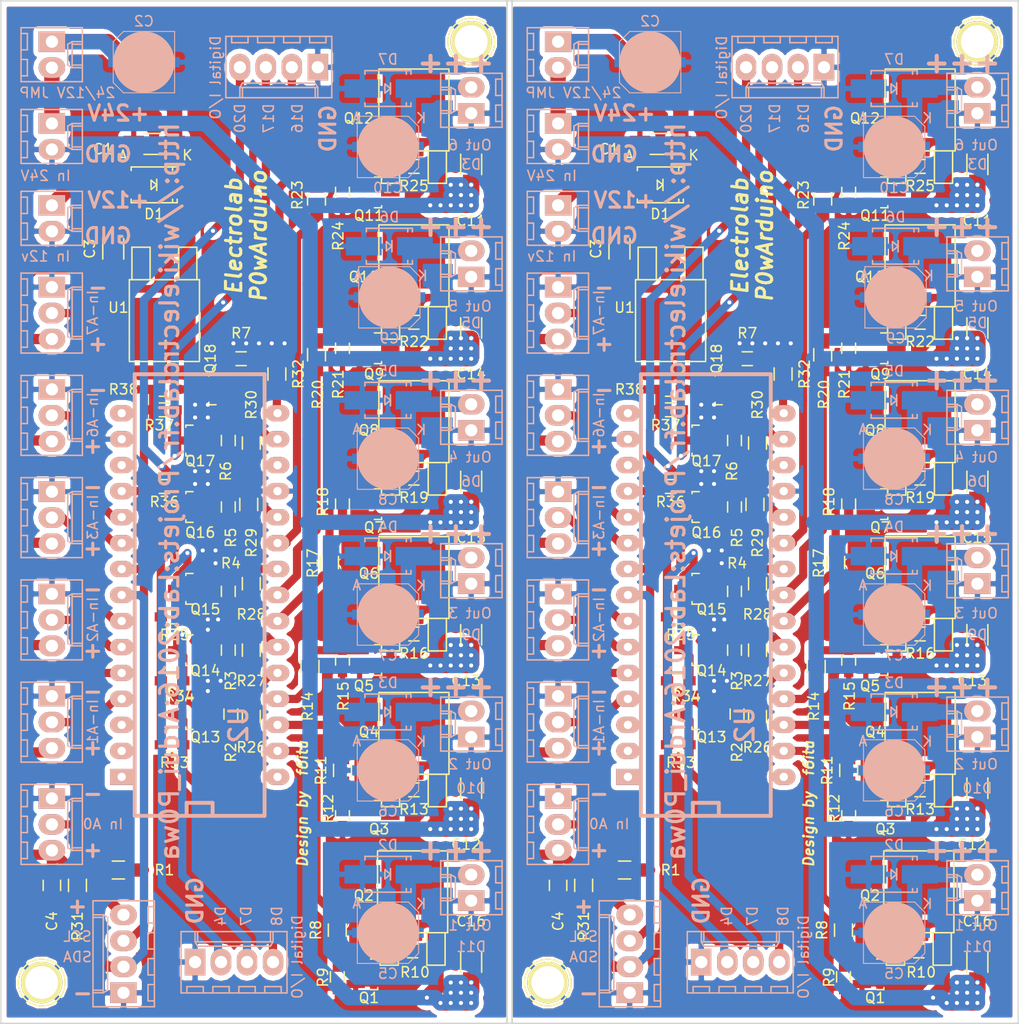
<source format=kicad_pcb>
(kicad_pcb (version 4) (host pcbnew 4.0.1-stable)
  (layers (0 F.Cu signal) (31 B.Cu signal hide) (34 B.Paste user) (35 F.Paste user) (36 B.SilkS user) (37 F.SilkS user) (38 B.Mask user) (39 F.Mask user) (44 Edge.Cuts user))
  (net 0 "")
  (net 1 +12V)
  (net 2 GND)
  (net 3 "Net-(C5-Pad1)")
  (net 4 "Net-(C6-Pad1)")
  (net 5 "Net-(C7-Pad1)")
  (net 6 "Net-(C8-Pad1)")
  (net 7 "Net-(C9-Pad1)")
  (net 8 "Net-(C10-Pad1)")
  (net 9 "Net-(D1-Pad2)")
  (net 10 +5V)
  (net 11 "Net-(P8-Pad3)")
  (net 12 "Net-(Q1-Pad1)")
  (net 13 "Net-(Q3-Pad1)")
  (net 14 "Net-(Q5-Pad1)")
  (net 15 "Net-(Q7-Pad1)")
  (net 16 "Net-(Q9-Pad1)")
  (net 17 "Net-(Q10-Pad1)")
  (net 18 "Net-(Q11-Pad1)")
  (net 19 "Net-(R8-Pad2)")
  (net 20 "Net-(R11-Pad2)")
  (net 21 "Net-(R14-Pad2)")
  (net 22 "Net-(R17-Pad2)")
  (net 23 "Net-(R20-Pad2)")
  (net 24 "Net-(R23-Pad2)")
  (net 25 "Net-(Q1-Pad3)")
  (net 26 "Net-(Q3-Pad3)")
  (net 27 "Net-(Q5-Pad3)")
  (net 28 "Net-(Q7-Pad3)")
  (net 29 "Net-(Q11-Pad3)")
  (net 30 "Net-(P17-Pad2)")
  (net 31 "Net-(P17-Pad3)")
  (net 32 "Net-(P17-Pad4)")
  (net 33 "Net-(P18-Pad2)")
  (net 34 "Net-(P18-Pad3)")
  (net 35 "Net-(P18-Pad4)")
  (net 36 "Net-(Q13-Pad1)")
  (net 37 "Net-(Q14-Pad1)")
  (net 38 "Net-(Q15-Pad1)")
  (net 39 "Net-(Q16-Pad1)")
  (net 40 "Net-(Q17-Pad1)")
  (net 41 "Net-(Q18-Pad1)")
  (net 42 "Net-(R26-Pad2)")
  (net 43 "Net-(R27-Pad2)")
  (net 44 "Net-(R28-Pad2)")
  (net 45 "Net-(R29-Pad2)")
  (net 46 "Net-(R30-Pad2)")
  (net 47 "Net-(R32-Pad2)")
  (net 48 "Net-(C11-Pad2)")
  (net 49 "Net-(P2-Pad2)")
  (net 50 "Net-(P3-Pad2)")
  (net 51 "Net-(P4-Pad2)")
  (net 52 "Net-(P5-Pad2)")
  (net 53 "Net-(P6-Pad2)")
  (net 54 "Net-(P7-Pad2)")
  (net 55 "Net-(P8-Pad2)")
  (module Capacitors_SMD:C_1206_HandSoldering (layer F.Cu) (at 207.5 154 270)
    (fp_text reference C16 (at -4 0 360) (layer F.SilkS))
    (fp_text value 100n)
    (pad 1 smd rect (at -2 0 270) (size 2 1.6) (layers F.Cu F.Paste F.Mask) (net 2 GND))
    (pad 2 smd rect (at 2 0 270) (size 2 1.6) (layers F.Cu F.Paste F.Mask) (net 48 "Net-(C11-Pad2)"))
  )
  (module Capacitors_SMD:C_1206_HandSoldering (layer F.Cu) (at 207.5 107 270)
    (fp_text reference C15 (at 5.5 0 360) (layer F.SilkS))
    (fp_text value 100n)
    (pad 1 smd rect (at -2 0 270) (size 2 1.6) (layers F.Cu F.Paste F.Mask) (net 2 GND))
    (pad 2 smd rect (at 2 0 270) (size 2 1.6) (layers F.Cu F.Paste F.Mask) (net 48 "Net-(C11-Pad2)"))
  )
  (module Capacitors_SMD:C_1206_HandSoldering (layer F.Cu) (at 207.5 92 270)
    (fp_text reference C14 (at 4.5 0 360) (layer F.SilkS))
    (fp_text value 100n)
    (pad 1 smd rect (at -2 0 270) (size 2 1.6) (layers F.Cu F.Paste F.Mask) (net 2 GND))
    (pad 2 smd rect (at 2 0 270) (size 2 1.6) (layers F.Cu F.Paste F.Mask) (net 48 "Net-(C11-Pad2)"))
  )
  (module Capacitors_SMD:C_1206_HandSoldering (layer F.Cu) (at 207.5 122 270)
    (fp_text reference C13 (at 4.5 0.5 360) (layer F.SilkS))
    (fp_text value 100n)
    (pad 1 smd rect (at -2 0 270) (size 2 1.6) (layers F.Cu F.Paste F.Mask) (net 2 GND))
    (pad 2 smd rect (at 2 0 270) (size 2 1.6) (layers F.Cu F.Paste F.Mask) (net 48 "Net-(C11-Pad2)"))
  )
  (module Capacitors_SMD:C_1206_HandSoldering (layer F.Cu) (at 207.5 137 270)
    (fp_text reference C12 (at 5.5 0.5 360) (layer F.SilkS))
    (fp_text value 100n)
    (pad 1 smd rect (at -2 0 270) (size 2 1.6) (layers F.Cu F.Paste F.Mask) (net 2 GND))
    (pad 2 smd rect (at 2 0 270) (size 2 1.6) (layers F.Cu F.Paste F.Mask) (net 48 "Net-(C11-Pad2)"))
  )
  (module Capacitors_SMD:C_1206_HandSoldering (layer F.Cu) (at 207.5 76 270)
    (fp_text reference C11 (at 5.5 0 360) (layer F.SilkS))
    (fp_text value 100n)
    (pad 1 smd rect (at -2 0 270) (size 2 1.6) (layers F.Cu F.Paste F.Mask) (net 2 GND))
    (pad 2 smd rect (at 2 0 270) (size 2 1.6) (layers F.Cu F.Paste F.Mask) (net 48 "Net-(C11-Pad2)"))
  )
  (module Connect:1pin (layer F.Cu) (at 165.5 156)
    (fp_text reference "" (at 0 -3.048) (layer F.SilkS))
    (fp_text value .)
    (pad 1 thru_hole circle (at 0 0) (size 4.064 4.064) (drill 3.2) (layers *.Cu *.Mask F.SilkS) (net 2 GND))
  )
  (module Connect:1pin (layer F.Cu) (at 207.5 64)
    (fp_text reference "" (at 0 -3.048) (layer F.SilkS))
    (fp_text value .)
    (pad 1 thru_hole circle (at 0 0) (size 4.064 4.064) (drill 3.2) (layers *.Cu *.Mask F.SilkS) (net 2 GND))
  )
  (module Resistors_SMD:R_0603_HandSoldering (layer F.Cu) (at 177.5 98)
    (fp_text reference R38 (at -4 0) (layer F.SilkS))
    (fp_text value 10k)
    (pad 1 smd rect (at -1.1 0) (size 1.2 0.9) (layers F.Cu F.Paste F.Mask) (net 10 +5V))
    (pad 2 smd rect (at 1.1 0) (size 1.2 0.9) (layers F.Cu F.Paste F.Mask) (net 33 "Net-(P18-Pad2)"))
  )
  (module Resistors_SMD:R_0603_HandSoldering (layer F.Cu) (at 177.5 100)
    (fp_text reference R37 (at -0.5 1.5) (layer F.SilkS))
    (fp_text value 10k)
    (pad 1 smd rect (at -1.1 0) (size 1.2 0.9) (layers F.Cu F.Paste F.Mask) (net 10 +5V))
    (pad 2 smd rect (at 1.1 0) (size 1.2 0.9) (layers F.Cu F.Paste F.Mask) (net 34 "Net-(P18-Pad3)"))
  )
  (module Resistors_SMD:R_0603_HandSoldering (layer F.Cu) (at 177.5 107.5)
    (fp_text reference R36 (at 0 1.5) (layer F.SilkS))
    (fp_text value 10k)
    (pad 1 smd rect (at -1.1 0) (size 1.2 0.9) (layers F.Cu F.Paste F.Mask) (net 10 +5V))
    (pad 2 smd rect (at 1.1 0) (size 1.2 0.9) (layers F.Cu F.Paste F.Mask) (net 35 "Net-(P18-Pad4)"))
  )
  (module Resistors_SMD:R_0603_HandSoldering (layer F.Cu) (at 178.25 120.25)
    (fp_text reference R35 (at 0.25 1.75) (layer F.SilkS))
    (fp_text value 10k)
    (pad 1 smd rect (at -1.1 0) (size 1.2 0.9) (layers F.Cu F.Paste F.Mask) (net 10 +5V))
    (pad 2 smd rect (at 1.1 0) (size 1.2 0.9) (layers F.Cu F.Paste F.Mask) (net 30 "Net-(P17-Pad2)"))
  )
  (module Resistors_SMD:R_0603_HandSoldering (layer F.Cu) (at 178.25 126.5)
    (fp_text reference R34 (at 0.75 1.5) (layer F.SilkS))
    (fp_text value 10k)
    (pad 1 smd rect (at -1.1 0) (size 1.2 0.9) (layers F.Cu F.Paste F.Mask) (net 10 +5V))
    (pad 2 smd rect (at 1.1 0) (size 1.2 0.9) (layers F.Cu F.Paste F.Mask) (net 31 "Net-(P17-Pad3)"))
  )
  (module Resistors_SMD:R_0603_HandSoldering (layer F.Cu) (at 178.25 132.75)
    (fp_text reference R33 (at 0.25 1.75) (layer F.SilkS))
    (fp_text value 10k)
    (pad 1 smd rect (at -1.1 0) (size 1.2 0.9) (layers F.Cu F.Paste F.Mask) (net 10 +5V))
    (pad 2 smd rect (at 1.1 0) (size 1.2 0.9) (layers F.Cu F.Paste F.Mask) (net 32 "Net-(P17-Pad4)"))
  )
  (module Resistors_SMD:R_0805_HandSoldering (layer F.Cu) (at 188.5 96.5 270)
    (fp_text reference R32 (at 0 -2.1 270) (layer F.SilkS))
    (fp_text value 1k)
    (pad 1 smd rect (at -1.35 0 270) (size 1.5 1.3) (layers F.Cu F.Paste F.Mask) (net 41 "Net-(Q18-Pad1)"))
    (pad 2 smd rect (at 1.35 0 270) (size 1.5 1.3) (layers F.Cu F.Paste F.Mask) (net 47 "Net-(R32-Pad2)"))
  )
  (module Resistors_SMD:R_0805_HandSoldering (layer F.Cu) (at 186 103.25 90)
    (fp_text reference R30 (at 3.75 0 90) (layer F.SilkS))
    (fp_text value 1k)
    (pad 1 smd rect (at -1.35 0 90) (size 1.5 1.3) (layers F.Cu F.Paste F.Mask) (net 40 "Net-(Q17-Pad1)"))
    (pad 2 smd rect (at 1.35 0 90) (size 1.5 1.3) (layers F.Cu F.Paste F.Mask) (net 46 "Net-(R30-Pad2)"))
  )
  (module Resistors_SMD:R_0805_HandSoldering (layer F.Cu) (at 185.75 109.25 90)
    (fp_text reference R29 (at -3.75 0.25 90) (layer F.SilkS))
    (fp_text value 1k)
    (pad 1 smd rect (at -1.35 0 90) (size 1.5 1.3) (layers F.Cu F.Paste F.Mask) (net 39 "Net-(Q16-Pad1)"))
    (pad 2 smd rect (at 1.35 0 90) (size 1.5 1.3) (layers F.Cu F.Paste F.Mask) (net 45 "Net-(R29-Pad2)"))
  )
  (module Resistors_SMD:R_0805_HandSoldering (layer F.Cu) (at 186 117 90)
    (fp_text reference R28 (at -3 0 180) (layer F.SilkS))
    (fp_text value 1k)
    (pad 1 smd rect (at -1.35 0 90) (size 1.5 1.3) (layers F.Cu F.Paste F.Mask) (net 38 "Net-(Q15-Pad1)"))
    (pad 2 smd rect (at 1.35 0 90) (size 1.5 1.3) (layers F.Cu F.Paste F.Mask) (net 44 "Net-(R28-Pad2)"))
  )
  (module Resistors_SMD:R_0805_HandSoldering (layer F.Cu) (at 186 123.5 90)
    (fp_text reference R27 (at -3 0 180) (layer F.SilkS))
    (fp_text value 1k)
    (pad 1 smd rect (at -1.35 0 90) (size 1.5 1.3) (layers F.Cu F.Paste F.Mask) (net 37 "Net-(Q14-Pad1)"))
    (pad 2 smd rect (at 1.35 0 90) (size 1.5 1.3) (layers F.Cu F.Paste F.Mask) (net 43 "Net-(R27-Pad2)"))
  )
  (module Resistors_SMD:R_0805_HandSoldering (layer F.Cu) (at 186 130 90)
    (fp_text reference R26 (at -3 0 180) (layer F.SilkS))
    (fp_text value 1k)
    (pad 1 smd rect (at -1.35 0 90) (size 1.5 1.3) (layers F.Cu F.Paste F.Mask) (net 36 "Net-(Q13-Pad1)"))
    (pad 2 smd rect (at 1.35 0 90) (size 1.5 1.3) (layers F.Cu F.Paste F.Mask) (net 42 "Net-(R26-Pad2)"))
  )
  (module Resistors_SMD:R_0603_HandSoldering (layer F.Cu) (at 185 95 180)
    (fp_text reference R7 (at 0 2.5 180) (layer F.SilkS))
    (fp_text value 10k)
    (pad 1 smd rect (at -1.1 0 180) (size 1.2 0.9) (layers F.Cu F.Paste F.Mask) (net 41 "Net-(Q18-Pad1)"))
    (pad 2 smd rect (at 1.1 0 180) (size 1.2 0.9) (layers F.Cu F.Paste F.Mask) (net 2 GND))
  )
  (module Resistors_SMD:R_0603_HandSoldering (layer F.Cu) (at 183.75 103 90)
    (fp_text reference R6 (at -3 -0.25 90) (layer F.SilkS))
    (fp_text value 10k)
    (pad 1 smd rect (at -1.1 0 90) (size 1.2 0.9) (layers F.Cu F.Paste F.Mask) (net 40 "Net-(Q17-Pad1)"))
    (pad 2 smd rect (at 1.1 0 90) (size 1.2 0.9) (layers F.Cu F.Paste F.Mask) (net 2 GND))
  )
  (module Resistors_SMD:R_0603_HandSoldering (layer F.Cu) (at 183.75 109.5 90)
    (fp_text reference R5 (at -3 0.25 90) (layer F.SilkS))
    (fp_text value 10k)
    (pad 1 smd rect (at -1.1 0 90) (size 1.2 0.9) (layers F.Cu F.Paste F.Mask) (net 39 "Net-(Q16-Pad1)"))
    (pad 2 smd rect (at 1.1 0 90) (size 1.2 0.9) (layers F.Cu F.Paste F.Mask) (net 2 GND))
  )
  (module Resistors_SMD:R_0603_HandSoldering (layer F.Cu) (at 183.75 117.75 90)
    (fp_text reference R4 (at 2.75 0.25 180) (layer F.SilkS))
    (fp_text value 10k)
    (pad 1 smd rect (at -1.1 0 90) (size 1.2 0.9) (layers F.Cu F.Paste F.Mask) (net 38 "Net-(Q15-Pad1)"))
    (pad 2 smd rect (at 1.1 0 90) (size 1.2 0.9) (layers F.Cu F.Paste F.Mask) (net 2 GND))
  )
  (module Resistors_SMD:R_0603_HandSoldering (layer F.Cu) (at 183.75 123.5 90)
    (fp_text reference R3 (at -3 0.25 90) (layer F.SilkS))
    (fp_text value 10k)
    (pad 1 smd rect (at -1.1 0 90) (size 1.2 0.9) (layers F.Cu F.Paste F.Mask) (net 37 "Net-(Q14-Pad1)"))
    (pad 2 smd rect (at 1.1 0 90) (size 1.2 0.9) (layers F.Cu F.Paste F.Mask) (net 2 GND))
  )
  (module Resistors_SMD:R_0603_HandSoldering (layer F.Cu) (at 184 129.75 90)
    (fp_text reference R2 (at -3.75 0 90) (layer F.SilkS))
    (fp_text value 10k)
    (pad 1 smd rect (at -1.1 0 90) (size 1.2 0.9) (layers F.Cu F.Paste F.Mask) (net 36 "Net-(Q13-Pad1)"))
    (pad 2 smd rect (at 1.1 0 90) (size 1.2 0.9) (layers F.Cu F.Paste F.Mask) (net 2 GND))
  )
  (module TO_SOT_Packages_SMD:SOT-23_Handsoldering (layer F.Cu) (at 182.5 98 90)
    (fp_text reference Q18 (at 3 -0.5 90) (layer F.SilkS))
    (fp_text value 2N7000)
    (pad 1 smd rect (at -0.95 1.50114 90) (size 0.8001 1.80086) (layers F.Cu F.Paste F.Mask) (net 41 "Net-(Q18-Pad1)"))
    (pad 2 smd rect (at 0.95 1.50114 90) (size 0.8001 1.80086) (layers F.Cu F.Paste F.Mask) (net 2 GND))
    (pad 3 smd rect (at 0 -1.50114 90) (size 0.8001 1.80086) (layers F.Cu F.Paste F.Mask) (net 33 "Net-(P18-Pad2)"))
  )
  (module TO_SOT_Packages_SMD:SOT-23_Handsoldering (layer F.Cu) (at 180.25 103 90)
    (fp_text reference Q17 (at -2 0.75 180) (layer F.SilkS))
    (fp_text value 2N7000)
    (pad 1 smd rect (at -0.95 1.50114 90) (size 0.8001 1.80086) (layers F.Cu F.Paste F.Mask) (net 40 "Net-(Q17-Pad1)"))
    (pad 2 smd rect (at 0.95 1.50114 90) (size 0.8001 1.80086) (layers F.Cu F.Paste F.Mask) (net 2 GND))
    (pad 3 smd rect (at 0 -1.50114 90) (size 0.8001 1.80086) (layers F.Cu F.Paste F.Mask) (net 34 "Net-(P18-Pad3)"))
  )
  (module TO_SOT_Packages_SMD:SOT-23_Handsoldering (layer F.Cu) (at 180.25 109.5 90)
    (fp_text reference Q16 (at -2.5 0.75 180) (layer F.SilkS))
    (fp_text value 2N7000)
    (pad 1 smd rect (at -0.95 1.50114 90) (size 0.8001 1.80086) (layers F.Cu F.Paste F.Mask) (net 39 "Net-(Q16-Pad1)"))
    (pad 2 smd rect (at 0.95 1.50114 90) (size 0.8001 1.80086) (layers F.Cu F.Paste F.Mask) (net 2 GND))
    (pad 3 smd rect (at 0 -1.50114 90) (size 0.8001 1.80086) (layers F.Cu F.Paste F.Mask) (net 35 "Net-(P18-Pad4)"))
  )
  (module TO_SOT_Packages_SMD:SOT-23_Handsoldering (layer F.Cu) (at 180.25 117.5 90)
    (fp_text reference Q15 (at -2 1.25 180) (layer F.SilkS))
    (fp_text value 2N7000)
    (pad 1 smd rect (at -0.95 1.50114 90) (size 0.8001 1.80086) (layers F.Cu F.Paste F.Mask) (net 38 "Net-(Q15-Pad1)"))
    (pad 2 smd rect (at 0.95 1.50114 90) (size 0.8001 1.80086) (layers F.Cu F.Paste F.Mask) (net 2 GND))
    (pad 3 smd rect (at 0 -1.50114 90) (size 0.8001 1.80086) (layers F.Cu F.Paste F.Mask) (net 30 "Net-(P17-Pad2)"))
  )
  (module TO_SOT_Packages_SMD:SOT-23_Handsoldering (layer F.Cu) (at 180.25 123.5 90)
    (fp_text reference Q14 (at -2 1.25 180) (layer F.SilkS))
    (fp_text value 2N7000)
    (pad 1 smd rect (at -0.95 1.50114 90) (size 0.8001 1.80086) (layers F.Cu F.Paste F.Mask) (net 37 "Net-(Q14-Pad1)"))
    (pad 2 smd rect (at 0.95 1.50114 90) (size 0.8001 1.80086) (layers F.Cu F.Paste F.Mask) (net 2 GND))
    (pad 3 smd rect (at 0 -1.50114 90) (size 0.8001 1.80086) (layers F.Cu F.Paste F.Mask) (net 31 "Net-(P17-Pad3)"))
  )
  (module TO_SOT_Packages_SMD:SOT-23_Handsoldering (layer F.Cu) (at 180.25 129.75 90)
    (fp_text reference Q13 (at -2.25 1.25 180) (layer F.SilkS))
    (fp_text value 2N7000)
    (pad 1 smd rect (at -0.95 1.50114 90) (size 0.8001 1.80086) (layers F.Cu F.Paste F.Mask) (net 36 "Net-(Q13-Pad1)"))
    (pad 2 smd rect (at 0.95 1.50114 90) (size 0.8001 1.80086) (layers F.Cu F.Paste F.Mask) (net 2 GND))
    (pad 3 smd rect (at 0 -1.50114 90) (size 0.8001 1.80086) (layers F.Cu F.Paste F.Mask) (net 32 "Net-(P17-Pad4)"))
  )
  (module kk:Molex_KK_6410-04 (layer B.Cu) (at 192.5 66.5 180)
    (fp_text reference "" (at 1 4.5 180) (layer B.SilkS) (effects (justify mirror)))
    (fp_text value "Digital I/O" (at 10 -1 270) (layer B.SilkS) (effects (justify mirror)))
    (pad 1 thru_hole rect (at 0 0 180) (size 2 2.6) (drill 1.2) (layers *.Cu *.Mask B.SilkS) (net 2 GND))
    (pad 2 thru_hole oval (at 2.54 0 180) (size 2 2.6) (drill 1.2) (layers *.Cu *.Mask B.SilkS) (net 33 "Net-(P18-Pad2)"))
    (pad 3 thru_hole oval (at 5.08 0 180) (size 2 2.6) (drill 1.2) (layers *.Cu *.Mask B.SilkS) (net 34 "Net-(P18-Pad3)"))
    (pad 4 thru_hole oval (at 7.62 0 180) (size 2 2.6) (drill 1.2) (layers *.Cu *.Mask B.SilkS) (net 35 "Net-(P18-Pad4)"))
  )
  (module kk:Molex_KK_6410-04 (layer B.Cu) (at 180.5 154)
    (fp_text reference "" (at 1 4.5) (layer B.SilkS) (effects (justify mirror)))
    (fp_text value "Digital I/O" (at 10 -0.5 90) (layer B.SilkS) (effects (justify mirror)))
    (pad 1 thru_hole rect (at 0 0) (size 2 2.6) (drill 1.2) (layers *.Cu *.Mask B.SilkS) (net 2 GND))
    (pad 2 thru_hole oval (at 2.54 0) (size 2 2.6) (drill 1.2) (layers *.Cu *.Mask B.SilkS) (net 30 "Net-(P17-Pad2)"))
    (pad 3 thru_hole oval (at 5.08 0) (size 2 2.6) (drill 1.2) (layers *.Cu *.Mask B.SilkS) (net 31 "Net-(P17-Pad3)"))
    (pad 4 thru_hole oval (at 7.62 0) (size 2 2.6) (drill 1.2) (layers *.Cu *.Mask B.SilkS) (net 32 "Net-(P17-Pad4)"))
  )
  (module Resistors_SMD:R_0603_HandSoldering (layer F.Cu) (at 201.773 152.908 180)
    (fp_text reference R10 (at -0.227 -2.092 180) (layer F.SilkS))
    (fp_text value 10k)
    (pad 1 smd rect (at -1.1 0 180) (size 1.2 0.9) (layers F.Cu F.Paste F.Mask) (net 48 "Net-(C11-Pad2)"))
    (pad 2 smd rect (at 1.1 0 180) (size 1.2 0.9) (layers F.Cu F.Paste F.Mask) (net 25 "Net-(Q1-Pad3)"))
  )
  (module Resistors_SMD:R_0603_HandSoldering (layer F.Cu) (at 194.407 155.448 270)
    (fp_text reference R9 (at 0.052 1.407 270) (layer F.SilkS))
    (fp_text value 10k)
    (pad 1 smd rect (at -1.1 0 270) (size 1.2 0.9) (layers F.Cu F.Paste F.Mask) (net 12 "Net-(Q1-Pad1)"))
    (pad 2 smd rect (at 1.1 0 270) (size 1.2 0.9) (layers F.Cu F.Paste F.Mask) (net 2 GND))
  )
  (module Resistors_SMD:R_0805_HandSoldering (layer F.Cu) (at 194.407 150.876 90)
    (fp_text reference R8 (at 0 -2.1 90) (layer F.SilkS))
    (fp_text value 1k)
    (pad 1 smd rect (at -1.35 0 90) (size 1.5 1.3) (layers F.Cu F.Paste F.Mask) (net 12 "Net-(Q1-Pad1)"))
    (pad 2 smd rect (at 1.35 0 90) (size 1.5 1.3) (layers F.Cu F.Paste F.Mask) (net 19 "Net-(R8-Pad2)"))
  )
  (module Resistors_SMD:R_0805_HandSoldering (layer F.Cu) (at 173 145 180)
    (fp_text reference R1 (at -4.5 0 180) (layer F.SilkS))
    (fp_text value 10k)
    (pad 1 smd rect (at -1.35 0 180) (size 1.5 1.3) (layers F.Cu F.Paste F.Mask) (net 11 "Net-(P8-Pad3)"))
    (pad 2 smd rect (at 1.35 0 180) (size 1.5 1.3) (layers F.Cu F.Paste F.Mask) (net 10 +5V))
  )
  (module Resistors_SMD:R_0805_HandSoldering (layer F.Cu) (at 169 146.5 90)
    (fp_text reference R31 (at -4 0 90) (layer F.SilkS))
    (fp_text value 10k)
    (pad 1 smd rect (at -1.35 0 90) (size 1.5 1.3) (layers F.Cu F.Paste F.Mask) (net 55 "Net-(P8-Pad2)"))
    (pad 2 smd rect (at 1.35 0 90) (size 1.5 1.3) (layers F.Cu F.Paste F.Mask) (net 10 +5V))
  )
  (module Resistors_SMD:R_0603_HandSoldering (layer F.Cu) (at 201.9 76.2 180)
    (fp_text reference R25 (at 0 -1.9 180) (layer F.SilkS))
    (fp_text value 10k)
    (pad 1 smd rect (at -1.1 0 180) (size 1.2 0.9) (layers F.Cu F.Paste F.Mask) (net 48 "Net-(C11-Pad2)"))
    (pad 2 smd rect (at 1.1 0 180) (size 1.2 0.9) (layers F.Cu F.Paste F.Mask) (net 29 "Net-(Q11-Pad3)"))
  )
  (module Resistors_SMD:R_0603_HandSoldering (layer F.Cu) (at 194.915 78.74 270)
    (fp_text reference R24 (at 4.26 0.415 270) (layer F.SilkS))
    (fp_text value 10k)
    (pad 1 smd rect (at -1.1 0 270) (size 1.2 0.9) (layers F.Cu F.Paste F.Mask) (net 18 "Net-(Q11-Pad1)"))
    (pad 2 smd rect (at 1.1 0 270) (size 1.2 0.9) (layers F.Cu F.Paste F.Mask) (net 2 GND))
  )
  (module Resistors_SMD:R_0805_HandSoldering (layer F.Cu) (at 192.375 79.375 270)
    (fp_text reference R23 (at -0.375 1.875 270) (layer F.SilkS))
    (fp_text value 1k)
    (pad 1 smd rect (at -1.35 0 270) (size 1.5 1.3) (layers F.Cu F.Paste F.Mask) (net 18 "Net-(Q11-Pad1)"))
    (pad 2 smd rect (at 1.35 0 270) (size 1.5 1.3) (layers F.Cu F.Paste F.Mask) (net 24 "Net-(R23-Pad2)"))
  )
  (module Resistors_SMD:R_0603_HandSoldering (layer F.Cu) (at 201.9 91.44 180)
    (fp_text reference R22 (at 0 -1.9 180) (layer F.SilkS))
    (fp_text value 10k)
    (pad 1 smd rect (at -1.1 0 180) (size 1.2 0.9) (layers F.Cu F.Paste F.Mask) (net 48 "Net-(C11-Pad2)"))
    (pad 2 smd rect (at 1.1 0 180) (size 1.2 0.9) (layers F.Cu F.Paste F.Mask) (net 17 "Net-(Q10-Pad1)"))
  )
  (module Resistors_SMD:R_0603_HandSoldering (layer F.Cu) (at 194.915 93.98 270)
    (fp_text reference R21 (at 3.52 0.415 270) (layer F.SilkS))
    (fp_text value 10k)
    (pad 1 smd rect (at -1.1 0 270) (size 1.2 0.9) (layers F.Cu F.Paste F.Mask) (net 16 "Net-(Q9-Pad1)"))
    (pad 2 smd rect (at 1.1 0 270) (size 1.2 0.9) (layers F.Cu F.Paste F.Mask) (net 2 GND))
  )
  (module Resistors_SMD:R_0805_HandSoldering (layer F.Cu) (at 192.375 94.615 270)
    (fp_text reference R20 (at 3.885 -0.125 270) (layer F.SilkS))
    (fp_text value 1k)
    (pad 1 smd rect (at -1.35 0 270) (size 1.5 1.3) (layers F.Cu F.Paste F.Mask) (net 16 "Net-(Q9-Pad1)"))
    (pad 2 smd rect (at 1.35 0 270) (size 1.5 1.3) (layers F.Cu F.Paste F.Mask) (net 23 "Net-(R20-Pad2)"))
  )
  (module Resistors_SMD:R_0603_HandSoldering (layer F.Cu) (at 201.9 106.68 180)
    (fp_text reference R19 (at 0 -1.9 180) (layer F.SilkS))
    (fp_text value 10k)
    (pad 1 smd rect (at -1.1 0 180) (size 1.2 0.9) (layers F.Cu F.Paste F.Mask) (net 48 "Net-(C11-Pad2)"))
    (pad 2 smd rect (at 1.1 0 180) (size 1.2 0.9) (layers F.Cu F.Paste F.Mask) (net 28 "Net-(Q7-Pad3)"))
  )
  (module Resistors_SMD:R_0603_HandSoldering (layer F.Cu) (at 194.915 109.22 270)
    (fp_text reference R18 (at -0.22 1.915 270) (layer F.SilkS))
    (fp_text value 10k)
    (pad 1 smd rect (at -1.1 0 270) (size 1.2 0.9) (layers F.Cu F.Paste F.Mask) (net 15 "Net-(Q7-Pad1)"))
    (pad 2 smd rect (at 1.1 0 270) (size 1.2 0.9) (layers F.Cu F.Paste F.Mask) (net 2 GND))
  )
  (module Resistors_SMD:R_0805_HandSoldering (layer F.Cu) (at 193.645 114.935 270)
    (fp_text reference R17 (at 0.065 1.645 270) (layer F.SilkS))
    (fp_text value 1k)
    (pad 1 smd rect (at -1.35 0 270) (size 1.5 1.3) (layers F.Cu F.Paste F.Mask) (net 15 "Net-(Q7-Pad1)"))
    (pad 2 smd rect (at 1.35 0 270) (size 1.5 1.3) (layers F.Cu F.Paste F.Mask) (net 22 "Net-(R17-Pad2)"))
  )
  (module Resistors_SMD:R_0603_HandSoldering (layer F.Cu) (at 201.9 121.92 180)
    (fp_text reference R16 (at 0 -1.9 180) (layer F.SilkS))
    (fp_text value 10k)
    (pad 1 smd rect (at -1.1 0 180) (size 1.2 0.9) (layers F.Cu F.Paste F.Mask) (net 48 "Net-(C11-Pad2)"))
    (pad 2 smd rect (at 1.1 0 180) (size 1.2 0.9) (layers F.Cu F.Paste F.Mask) (net 27 "Net-(Q5-Pad3)"))
  )
  (module Resistors_SMD:R_0603_HandSoldering (layer F.Cu) (at 194.915 124.46 270)
    (fp_text reference R15 (at 3.54 -0.085 270) (layer F.SilkS))
    (fp_text value 10k)
    (pad 1 smd rect (at -1.1 0 270) (size 1.2 0.9) (layers F.Cu F.Paste F.Mask) (net 14 "Net-(Q5-Pad1)"))
    (pad 2 smd rect (at 1.1 0 270) (size 1.2 0.9) (layers F.Cu F.Paste F.Mask) (net 2 GND))
  )
  (module Resistors_SMD:R_0805_HandSoldering (layer F.Cu) (at 191.74 125.095 270)
    (fp_text reference R14 (at 3.905 0.24 270) (layer F.SilkS))
    (fp_text value 1k)
    (pad 1 smd rect (at -1.35 0 270) (size 1.5 1.3) (layers F.Cu F.Paste F.Mask) (net 14 "Net-(Q5-Pad1)"))
    (pad 2 smd rect (at 1.35 0 270) (size 1.5 1.3) (layers F.Cu F.Paste F.Mask) (net 21 "Net-(R14-Pad2)"))
  )
  (module Resistors_SMD:R_0603_HandSoldering (layer F.Cu) (at 201.9 137.16 180)
    (fp_text reference R13 (at 0 -1.9 180) (layer F.SilkS))
    (fp_text value 10k)
    (pad 1 smd rect (at -1.1 0 180) (size 1.2 0.9) (layers F.Cu F.Paste F.Mask) (net 48 "Net-(C11-Pad2)"))
    (pad 2 smd rect (at 1.1 0 180) (size 1.2 0.9) (layers F.Cu F.Paste F.Mask) (net 26 "Net-(Q3-Pad3)"))
  )
  (module Resistors_SMD:R_0603_HandSoldering (layer F.Cu) (at 194.915 139.7 270)
    (fp_text reference R12 (at -0.7 1.415 270) (layer F.SilkS))
    (fp_text value 10k)
    (pad 1 smd rect (at -1.1 0 270) (size 1.2 0.9) (layers F.Cu F.Paste F.Mask) (net 13 "Net-(Q3-Pad1)"))
    (pad 2 smd rect (at 1.1 0 270) (size 1.2 0.9) (layers F.Cu F.Paste F.Mask) (net 2 GND))
  )
  (module Resistors_SMD:R_0805_HandSoldering (layer F.Cu) (at 194.915 135.255 90)
    (fp_text reference R11 (at 0 -2.1 90) (layer F.SilkS))
    (fp_text value 1k)
    (pad 1 smd rect (at -1.35 0 90) (size 1.5 1.3) (layers F.Cu F.Paste F.Mask) (net 13 "Net-(Q3-Pad1)"))
    (pad 2 smd rect (at 1.35 0 90) (size 1.5 1.3) (layers F.Cu F.Paste F.Mask) (net 20 "Net-(R11-Pad2)"))
  )
  (module kk:Molex_KK_6410-02 (layer B.Cu) (at 207.5 71 90)
    (fp_text reference "" (at 1 4.5 90) (layer B.SilkS) (effects (justify mirror)))
    (fp_text value "Out 6" (at -3.11 -0.115 180) (layer B.SilkS) (effects (justify mirror)))
    (pad 1 thru_hole rect (at 0 0 90) (size 2 2.6) (drill 1.2) (layers *.Cu *.Mask B.SilkS) (net 2 GND))
    (pad 2 thru_hole oval (at 2.54 0 90) (size 2 2.6) (drill 1.2) (layers *.Cu *.Mask B.SilkS) (net 8 "Net-(C10-Pad1)"))
  )
  (module kk:Molex_KK_6410-02 (layer B.Cu) (at 207.5 87 90)
    (fp_text reference "" (at 1 4.5 90) (layer B.SilkS) (effects (justify mirror)))
    (fp_text value "Out 5" (at -2.87 -0.115 180) (layer B.SilkS) (effects (justify mirror)))
    (pad 1 thru_hole rect (at 0 0 90) (size 2 2.6) (drill 1.2) (layers *.Cu *.Mask B.SilkS) (net 2 GND))
    (pad 2 thru_hole oval (at 2.54 0 90) (size 2 2.6) (drill 1.2) (layers *.Cu *.Mask B.SilkS) (net 7 "Net-(C9-Pad1)"))
  )
  (module kk:Molex_KK_6410-02 (layer B.Cu) (at 207.5 102 90)
    (fp_text reference "" (at 1 4.5 90) (layer B.SilkS) (effects (justify mirror)))
    (fp_text value "Out 4" (at -2.63 -0.115 180) (layer B.SilkS) (effects (justify mirror)))
    (pad 1 thru_hole rect (at 0 0 90) (size 2 2.6) (drill 1.2) (layers *.Cu *.Mask B.SilkS) (net 2 GND))
    (pad 2 thru_hole oval (at 2.54 0 90) (size 2 2.6) (drill 1.2) (layers *.Cu *.Mask B.SilkS) (net 6 "Net-(C8-Pad1)"))
  )
  (module kk:Molex_KK_6410-02 (layer B.Cu) (at 207.5 117 90)
    (fp_text reference "" (at 1 4.5 90) (layer B.SilkS) (effects (justify mirror)))
    (fp_text value "Out 3" (at -2.89 -0.115 180) (layer B.SilkS) (effects (justify mirror)))
    (pad 1 thru_hole rect (at 0 0 90) (size 2 2.6) (drill 1.2) (layers *.Cu *.Mask B.SilkS) (net 2 GND))
    (pad 2 thru_hole oval (at 2.54 0 90) (size 2 2.6) (drill 1.2) (layers *.Cu *.Mask B.SilkS) (net 5 "Net-(C7-Pad1)"))
  )
  (module kk:Molex_KK_6410-02 (layer B.Cu) (at 207.5 132 90)
    (fp_text reference "" (at 1 4.5 90) (layer B.SilkS) (effects (justify mirror)))
    (fp_text value "Out 2" (at -2.65 -0.115 180) (layer B.SilkS) (effects (justify mirror)))
    (pad 1 thru_hole rect (at 0 0 90) (size 2 2.6) (drill 1.2) (layers *.Cu *.Mask B.SilkS) (net 2 GND))
    (pad 2 thru_hole oval (at 2.54 0 90) (size 2 2.6) (drill 1.2) (layers *.Cu *.Mask B.SilkS) (net 4 "Net-(C6-Pad1)"))
  )
  (module kk:Molex_KK_6410-02 (layer B.Cu) (at 207.5 148 90)
    (fp_text reference "" (at 1 4.5 90) (layer B.SilkS) (effects (justify mirror)))
    (fp_text value "Out 1" (at -2.41 -0.115 180) (layer B.SilkS) (effects (justify mirror)))
    (pad 1 thru_hole rect (at 0 0 90) (size 2 2.6) (drill 1.2) (layers *.Cu *.Mask B.SilkS) (net 2 GND))
    (pad 2 thru_hole oval (at 2.54 0 90) (size 2 2.6) (drill 1.2) (layers *.Cu *.Mask B.SilkS) (net 3 "Net-(C5-Pad1)"))
  )
  (module kk:Molex_KK_6410-02 (layer B.Cu) (at 166.5 72 270)
    (fp_text reference "" (at 1 4.5 270) (layer B.SilkS) (effects (justify mirror)))
    (fp_text value "In 24V" (at 5.11 0.61 360) (layer B.SilkS) (effects (justify mirror)))
    (pad 1 thru_hole rect (at 0 0 270) (size 2 2.6) (drill 1.2) (layers *.Cu *.Mask B.SilkS) (net 48 "Net-(C11-Pad2)"))
    (pad 2 thru_hole oval (at 2.54 0 270) (size 2 2.6) (drill 1.2) (layers *.Cu *.Mask B.SilkS) (net 2 GND))
  )
  (module kk:Molex_KK_6410-04 (layer B.Cu) (at 173.5 157 90)
    (fp_text reference "" (at -8 -7.5 180) (layer B.SilkS) (effects (justify mirror)))
    (fp_text value SCL (at 5.5 -4.5 180) (layer B.SilkS) (effects (justify mirror)))
    (pad 1 thru_hole rect (at 0 0 90) (size 2 2.6) (drill 1.2) (layers *.Cu *.Mask B.SilkS) (net 2 GND))
    (pad 2 thru_hole oval (at 2.54 0 90) (size 2 2.6) (drill 1.2) (layers *.Cu *.Mask B.SilkS) (net 55 "Net-(P8-Pad2)"))
    (pad 3 thru_hole oval (at 5.08 0 90) (size 2 2.6) (drill 1.2) (layers *.Cu *.Mask B.SilkS) (net 11 "Net-(P8-Pad3)"))
    (pad 4 thru_hole oval (at 7.62 0 90) (size 2 2.6) (drill 1.2) (layers *.Cu *.Mask B.SilkS) (net 10 +5V))
  )
  (module kk:Molex_KK_6410-03 (layer B.Cu) (at 166.5 88 270)
    (fp_text reference "" (at 1 4.5 270) (layer B.SilkS) (effects (justify mirror)))
    (fp_text value In-A7 (at 2.5 -4 270) (layer B.SilkS) (effects (justify mirror)))
    (pad 1 thru_hole rect (at 0 0 270) (size 2 2.6) (drill 1.2) (layers *.Cu *.Mask B.SilkS) (net 2 GND))
    (pad 2 thru_hole oval (at 2.54 0 270) (size 2 2.6) (drill 1.2) (layers *.Cu *.Mask B.SilkS) (net 54 "Net-(P7-Pad2)"))
    (pad 3 thru_hole oval (at 5.08 0 270) (size 2 2.6) (drill 1.2) (layers *.Cu *.Mask B.SilkS) (net 10 +5V))
  )
  (module kk:Molex_KK_6410-03 (layer B.Cu) (at 166.5 98 270)
    (fp_text reference "" (at 1 4.5 270) (layer B.SilkS) (effects (justify mirror)))
    (fp_text value In-A6 (at 2.5 -4 270) (layer B.SilkS) (effects (justify mirror)))
    (pad 1 thru_hole rect (at 0 0 270) (size 2 2.6) (drill 1.2) (layers *.Cu *.Mask B.SilkS) (net 2 GND))
    (pad 2 thru_hole oval (at 2.54 0 270) (size 2 2.6) (drill 1.2) (layers *.Cu *.Mask B.SilkS) (net 53 "Net-(P6-Pad2)"))
    (pad 3 thru_hole oval (at 5.08 0 270) (size 2 2.6) (drill 1.2) (layers *.Cu *.Mask B.SilkS) (net 10 +5V))
  )
  (module kk:Molex_KK_6410-03 (layer B.Cu) (at 166.5 108 270)
    (fp_text reference "" (at 1 4.5 270) (layer B.SilkS) (effects (justify mirror)))
    (fp_text value In-A3 (at 2.5 -4 270) (layer B.SilkS) (effects (justify mirror)))
    (pad 1 thru_hole rect (at 0 0 270) (size 2 2.6) (drill 1.2) (layers *.Cu *.Mask B.SilkS) (net 2 GND))
    (pad 2 thru_hole oval (at 2.54 0 270) (size 2 2.6) (drill 1.2) (layers *.Cu *.Mask B.SilkS) (net 52 "Net-(P5-Pad2)"))
    (pad 3 thru_hole oval (at 5.08 0 270) (size 2 2.6) (drill 1.2) (layers *.Cu *.Mask B.SilkS) (net 10 +5V))
  )
  (module kk:Molex_KK_6410-03 (layer B.Cu) (at 166.5 118 270)
    (fp_text reference "" (at 1 4.5 270) (layer B.SilkS) (effects (justify mirror)))
    (fp_text value In-A2 (at 2.5 -4 270) (layer B.SilkS) (effects (justify mirror)))
    (pad 1 thru_hole rect (at 0 0 270) (size 2 2.6) (drill 1.2) (layers *.Cu *.Mask B.SilkS) (net 2 GND))
    (pad 2 thru_hole oval (at 2.54 0 270) (size 2 2.6) (drill 1.2) (layers *.Cu *.Mask B.SilkS) (net 51 "Net-(P4-Pad2)"))
    (pad 3 thru_hole oval (at 5.08 0 270) (size 2 2.6) (drill 1.2) (layers *.Cu *.Mask B.SilkS) (net 10 +5V))
  )
  (module kk:Molex_KK_6410-03 (layer B.Cu) (at 166.5 128 270)
    (fp_text reference "" (at 0.5 10 270) (layer B.SilkS) (effects (justify mirror)))
    (fp_text value In-A1 (at 2.5 -4 270) (layer B.SilkS) (effects (justify mirror)))
    (pad 1 thru_hole rect (at 0 0 270) (size 2 2.6) (drill 1.2) (layers *.Cu *.Mask B.SilkS) (net 2 GND))
    (pad 2 thru_hole oval (at 2.54 0 270) (size 2 2.6) (drill 1.2) (layers *.Cu *.Mask B.SilkS) (net 50 "Net-(P3-Pad2)"))
    (pad 3 thru_hole oval (at 5.08 0 270) (size 2 2.6) (drill 1.2) (layers *.Cu *.Mask B.SilkS) (net 10 +5V))
  )
  (module kk:Molex_KK_6410-03 (layer B.Cu) (at 166.5 138 270)
    (fp_text reference "" (at 1 10.5 270) (layer B.SilkS) (effects (justify mirror)))
    (fp_text value "In A0" (at 2.5 -5 360) (layer B.SilkS) (effects (justify mirror)))
    (pad 1 thru_hole rect (at 0 0 270) (size 2 2.6) (drill 1.2) (layers *.Cu *.Mask B.SilkS) (net 2 GND))
    (pad 2 thru_hole oval (at 2.54 0 270) (size 2 2.6) (drill 1.2) (layers *.Cu *.Mask B.SilkS) (net 49 "Net-(P2-Pad2)"))
    (pad 3 thru_hole oval (at 5.08 0 270) (size 2 2.6) (drill 1.2) (layers *.Cu *.Mask B.SilkS) (net 10 +5V))
  )
  (module kk:Molex_KK_6410-02 (layer B.Cu) (at 166.5 80 270)
    (fp_text reference "" (at 1 4.5 270) (layer B.SilkS) (effects (justify mirror)))
    (fp_text value "In 12v" (at 4.99 0.61 360) (layer B.SilkS) (effects (justify mirror)))
    (pad 1 thru_hole rect (at 0 0 270) (size 2 2.6) (drill 1.2) (layers *.Cu *.Mask B.SilkS) (net 9 "Net-(D1-Pad2)"))
    (pad 2 thru_hole oval (at 2.54 0 270) (size 2 2.6) (drill 1.2) (layers *.Cu *.Mask B.SilkS) (net 2 GND))
  )
  (module cap_pol:c_elec_6.3x7.7 (layer B.Cu) (at 199.36 74.295)
    (fp_text reference C10 (at 0 4) (layer B.SilkS) (effects (justify mirror)))
    (fp_text value 100u)
    (pad 1 smd rect (at 2 0) (size 3 1) (layers B.Cu B.Paste B.Mask) (net 8 "Net-(C10-Pad1)"))
    (pad 2 smd rect (at -2 0) (size 3 1) (layers B.Cu B.Paste B.Mask) (net 2 GND))
  )
  (module cap_pol:c_elec_6.3x7.7 (layer B.Cu) (at 199.5 89)
    (fp_text reference C9 (at 0 4) (layer B.SilkS) (effects (justify mirror)))
    (fp_text value 100u)
    (pad 1 smd rect (at 2 0) (size 3 1) (layers B.Cu B.Paste B.Mask) (net 7 "Net-(C9-Pad1)"))
    (pad 2 smd rect (at -2 0) (size 3 1) (layers B.Cu B.Paste B.Mask) (net 2 GND))
  )
  (module cap_pol:c_elec_6.3x7.7 (layer B.Cu) (at 199.36 104.775)
    (fp_text reference C8 (at 0 4) (layer B.SilkS) (effects (justify mirror)))
    (fp_text value 100u)
    (pad 1 smd rect (at 2 0) (size 3 1) (layers B.Cu B.Paste B.Mask) (net 6 "Net-(C8-Pad1)"))
    (pad 2 smd rect (at -2 0) (size 3 1) (layers B.Cu B.Paste B.Mask) (net 2 GND))
  )
  (module cap_pol:c_elec_6.3x7.7 (layer B.Cu) (at 199.36 120.015)
    (fp_text reference C7 (at 0 4) (layer B.SilkS) (effects (justify mirror)))
    (fp_text value 100u)
    (pad 1 smd rect (at 2 0) (size 3 1) (layers B.Cu B.Paste B.Mask) (net 5 "Net-(C7-Pad1)"))
    (pad 2 smd rect (at -2 0) (size 3 1) (layers B.Cu B.Paste B.Mask) (net 2 GND))
  )
  (module cap_pol:c_elec_6.3x7.7 (layer B.Cu) (at 199.36 135.255)
    (fp_text reference C6 (at 0 4) (layer B.SilkS) (effects (justify mirror)))
    (fp_text value 100u)
    (pad 1 smd rect (at 2 0) (size 3 1) (layers B.Cu B.Paste B.Mask) (net 4 "Net-(C6-Pad1)"))
    (pad 2 smd rect (at -2 0) (size 3 1) (layers B.Cu B.Paste B.Mask) (net 2 GND))
  )
  (module cap_pol:c_elec_6.3x7.7 (layer B.Cu) (at 199.36 151.13)
    (fp_text reference C5 (at 0 4) (layer B.SilkS) (effects (justify mirror)))
    (fp_text value 100u)
    (pad 1 smd rect (at 2 0) (size 3 1) (layers B.Cu B.Paste B.Mask) (net 3 "Net-(C5-Pad1)"))
    (pad 2 smd rect (at -2 0) (size 3 1) (layers B.Cu B.Paste B.Mask) (net 2 GND))
  )
  (module cap_pol:c_elec_6.3x7.7 (layer B.Cu) (at 175.5 66 180)
    (fp_text reference C2 (at 0 4 180) (layer B.SilkS) (effects (justify mirror)))
    (fp_text value 200u)
    (pad 1 smd rect (at 2 0 180) (size 3 1) (layers B.Cu B.Paste B.Mask) (net 1 +12V))
    (pad 2 smd rect (at -2 0 180) (size 3 1) (layers B.Cu B.Paste B.Mask) (net 2 GND))
  )
  (module Diodes_SMD:SMA_Handsoldering (layer B.Cu) (at 199.36 68.58 180)
    (fp_text reference D7 (at 0 2.85 180) (layer B.SilkS) (effects (justify mirror)))
    (fp_text value SS-26)
    (fp_text user K (at -3.25 -2.9 180) (layer B.SilkS) (effects (justify mirror)))
    (fp_text user A (at 3.05 -2.85 180) (layer B.SilkS) (effects (justify mirror)))
    (pad 1 smd rect (at -2.49936 0 180) (size 3.50012 1.80086) (layers B.Cu B.Paste B.Mask) (net 8 "Net-(C10-Pad1)"))
    (pad 2 smd rect (at 2.49936 0 180) (size 3.50012 1.80086) (layers B.Cu B.Paste B.Mask) (net 2 GND))
  )
  (module Diodes_SMD:SMA_Handsoldering (layer B.Cu) (at 199.5 84 180)
    (fp_text reference D6 (at 0 2.85 180) (layer B.SilkS) (effects (justify mirror)))
    (fp_text value SS-26)
    (fp_text user K (at -3.25 -2.9 180) (layer B.SilkS) (effects (justify mirror)))
    (fp_text user A (at 3.05 -2.85 180) (layer B.SilkS) (effects (justify mirror)))
    (pad 1 smd rect (at -2.49936 0 180) (size 3.50012 1.80086) (layers B.Cu B.Paste B.Mask) (net 7 "Net-(C9-Pad1)"))
    (pad 2 smd rect (at 2.49936 0 180) (size 3.50012 1.80086) (layers B.Cu B.Paste B.Mask) (net 2 GND))
  )
  (module Diodes_SMD:SMA_Handsoldering (layer B.Cu) (at 199.36 99.06 180)
    (fp_text reference D5 (at 0 2.85 180) (layer B.SilkS) (effects (justify mirror)))
    (fp_text value SS-26)
    (fp_text user K (at -3.25 -2.9 180) (layer B.SilkS) (effects (justify mirror)))
    (fp_text user A (at 3.05 -2.85 180) (layer B.SilkS) (effects (justify mirror)))
    (pad 1 smd rect (at -2.49936 0 180) (size 3.50012 1.80086) (layers B.Cu B.Paste B.Mask) (net 6 "Net-(C8-Pad1)"))
    (pad 2 smd rect (at 2.49936 0 180) (size 3.50012 1.80086) (layers B.Cu B.Paste B.Mask) (net 2 GND))
  )
  (module Diodes_SMD:SMA_Handsoldering (layer B.Cu) (at 199.36 114.3 180)
    (fp_text reference D4 (at 0 2.85 180) (layer B.SilkS) (effects (justify mirror)))
    (fp_text value SS-26)
    (fp_text user K (at -3.25 -2.9 180) (layer B.SilkS) (effects (justify mirror)))
    (fp_text user A (at 3.05 -2.85 180) (layer B.SilkS) (effects (justify mirror)))
    (pad 1 smd rect (at -2.49936 0 180) (size 3.50012 1.80086) (layers B.Cu B.Paste B.Mask) (net 5 "Net-(C7-Pad1)"))
    (pad 2 smd rect (at 2.49936 0 180) (size 3.50012 1.80086) (layers B.Cu B.Paste B.Mask) (net 2 GND))
  )
  (module Diodes_SMD:SMA_Handsoldering (layer B.Cu) (at 199.36 129.54 180)
    (fp_text reference D3 (at 0 2.85 180) (layer B.SilkS) (effects (justify mirror)))
    (fp_text value SS-26)
    (fp_text user K (at -3.25 -2.9 180) (layer B.SilkS) (effects (justify mirror)))
    (fp_text user A (at 3.05 -2.85 180) (layer B.SilkS) (effects (justify mirror)))
    (pad 1 smd rect (at -2.49936 0 180) (size 3.50012 1.80086) (layers B.Cu B.Paste B.Mask) (net 4 "Net-(C6-Pad1)"))
    (pad 2 smd rect (at 2.49936 0 180) (size 3.50012 1.80086) (layers B.Cu B.Paste B.Mask) (net 2 GND))
  )
  (module Diodes_SMD:SMA_Handsoldering (layer B.Cu) (at 199.36 145.415 180)
    (fp_text reference D2 (at 0 2.85 180) (layer B.SilkS) (effects (justify mirror)))
    (fp_text value SS-26)
    (fp_text user K (at -3.25 -2.9 180) (layer B.SilkS) (effects (justify mirror)))
    (fp_text user A (at 3.05 -2.85 180) (layer B.SilkS) (effects (justify mirror)))
    (pad 1 smd rect (at -2.49936 0 180) (size 3.50012 1.80086) (layers B.Cu B.Paste B.Mask) (net 3 "Net-(C5-Pad1)"))
    (pad 2 smd rect (at 2.49936 0 180) (size 3.50012 1.80086) (layers B.Cu B.Paste B.Mask) (net 2 GND))
  )
  (module Diodes_SMD:SMA_Handsoldering (layer F.Cu) (at 176.5 78 180)
    (fp_text reference D1 (at 0 -2.85 180) (layer F.SilkS))
    (fp_text value SS-26)
    (fp_text user K (at -3.25 2.9 180) (layer F.SilkS))
    (fp_text user A (at 3.05 2.85 180) (layer F.SilkS))
    (pad 1 smd rect (at -2.49936 0 180) (size 3.50012 1.80086) (layers F.Cu F.Paste F.Mask) (net 1 +12V))
    (pad 2 smd rect (at 2.49936 0 180) (size 3.50012 1.80086) (layers F.Cu F.Paste F.Mask) (net 9 "Net-(D1-Pad2)"))
  )
  (module TO_SOT_Packages_SMD:TO-252-2Lead (layer F.Cu) (at 177.5 85.75 180)
    (fp_text reference U1 (at 4.5 -4.25 180) (layer F.SilkS))
    (fp_text value LM7805)
    (pad 1 smd rect (at -2.286 0 180) (size 1.651 3.048) (layers F.Cu F.Paste F.Mask) (net 1 +12V))
    (pad 2 smd rect (at 0 -6.35 180) (size 6.096 6.096) (layers F.Cu F.Paste F.Mask) (net 2 GND))
    (pad 3 smd rect (at 2.286 0 180) (size 1.651 3.048) (layers F.Cu F.Paste F.Mask) (net 10 +5V))
  )
  (module TO_SOT_Packages_SMD:TO-252-2Lead (layer F.Cu) (at 201.9 76.2)
    (fp_text reference Q12 (at -5.4 -4.7) (layer F.SilkS))
    (fp_text value IRFR9014)
    (pad 1 smd rect (at -2.286 0) (size 1.651 3.048) (layers F.Cu F.Paste F.Mask) (net 29 "Net-(Q11-Pad3)"))
    (pad 2 smd rect (at 0 -6.35) (size 6.096 6.096) (layers F.Cu F.Paste F.Mask) (net 8 "Net-(C10-Pad1)"))
    (pad 3 smd rect (at 2.286 0) (size 1.651 3.048) (layers F.Cu F.Paste F.Mask) (net 48 "Net-(C11-Pad2)"))
  )
  (module TO_SOT_Packages_SMD:SOT-23_Handsoldering (layer F.Cu) (at 198.09 78.74 270)
    (fp_text reference Q11 (at 2.26 0.59 360) (layer F.SilkS))
    (fp_text value 2N7000)
    (pad 1 smd rect (at -0.95 1.50114 270) (size 0.8001 1.80086) (layers F.Cu F.Paste F.Mask) (net 18 "Net-(Q11-Pad1)"))
    (pad 2 smd rect (at 0.95 1.50114 270) (size 0.8001 1.80086) (layers F.Cu F.Paste F.Mask) (net 2 GND))
    (pad 3 smd rect (at 0 -1.50114 270) (size 0.8001 1.80086) (layers F.Cu F.Paste F.Mask) (net 29 "Net-(Q11-Pad3)"))
  )
  (module TO_SOT_Packages_SMD:TO-252-2Lead (layer F.Cu) (at 201.9 91.44)
    (fp_text reference Q10 (at -4.9 -4.44) (layer F.SilkS))
    (fp_text value IRFR9014)
    (pad 1 smd rect (at -2.286 0) (size 1.651 3.048) (layers F.Cu F.Paste F.Mask) (net 17 "Net-(Q10-Pad1)"))
    (pad 2 smd rect (at 0 -6.35) (size 6.096 6.096) (layers F.Cu F.Paste F.Mask) (net 7 "Net-(C9-Pad1)"))
    (pad 3 smd rect (at 2.286 0) (size 1.651 3.048) (layers F.Cu F.Paste F.Mask) (net 48 "Net-(C11-Pad2)"))
  )
  (module TO_SOT_Packages_SMD:SOT-23_Handsoldering (layer F.Cu) (at 198.09 93.98 270)
    (fp_text reference Q9 (at 2.52 0.09 360) (layer F.SilkS))
    (fp_text value 2N7000)
    (pad 1 smd rect (at -0.95 1.50114 270) (size 0.8001 1.80086) (layers F.Cu F.Paste F.Mask) (net 16 "Net-(Q9-Pad1)"))
    (pad 2 smd rect (at 0.95 1.50114 270) (size 0.8001 1.80086) (layers F.Cu F.Paste F.Mask) (net 2 GND))
    (pad 3 smd rect (at 0 -1.50114 270) (size 0.8001 1.80086) (layers F.Cu F.Paste F.Mask) (net 17 "Net-(Q10-Pad1)"))
  )
  (module TO_SOT_Packages_SMD:TO-252-2Lead (layer F.Cu) (at 201.9 106.68)
    (fp_text reference Q8 (at -4.4 -4.68) (layer F.SilkS))
    (fp_text value IRFR9014)
    (pad 1 smd rect (at -2.286 0) (size 1.651 3.048) (layers F.Cu F.Paste F.Mask) (net 28 "Net-(Q7-Pad3)"))
    (pad 2 smd rect (at 0 -6.35) (size 6.096 6.096) (layers F.Cu F.Paste F.Mask) (net 6 "Net-(C8-Pad1)"))
    (pad 3 smd rect (at 2.286 0) (size 1.651 3.048) (layers F.Cu F.Paste F.Mask) (net 48 "Net-(C11-Pad2)"))
  )
  (module TO_SOT_Packages_SMD:SOT-23_Handsoldering (layer F.Cu) (at 198.09 109.22 270)
    (fp_text reference Q7 (at 2.28 0.09 360) (layer F.SilkS))
    (fp_text value 2N7000)
    (pad 1 smd rect (at -0.95 1.50114 270) (size 0.8001 1.80086) (layers F.Cu F.Paste F.Mask) (net 15 "Net-(Q7-Pad1)"))
    (pad 2 smd rect (at 0.95 1.50114 270) (size 0.8001 1.80086) (layers F.Cu F.Paste F.Mask) (net 2 GND))
    (pad 3 smd rect (at 0 -1.50114 270) (size 0.8001 1.80086) (layers F.Cu F.Paste F.Mask) (net 28 "Net-(Q7-Pad3)"))
  )
  (module TO_SOT_Packages_SMD:TO-252-2Lead (layer F.Cu) (at 201.9 121.92)
    (fp_text reference Q6 (at -4.4 -5.92) (layer F.SilkS))
    (fp_text value IRFR9014)
    (pad 1 smd rect (at -2.286 0) (size 1.651 3.048) (layers F.Cu F.Paste F.Mask) (net 27 "Net-(Q5-Pad3)"))
    (pad 2 smd rect (at 0 -6.35) (size 6.096 6.096) (layers F.Cu F.Paste F.Mask) (net 5 "Net-(C7-Pad1)"))
    (pad 3 smd rect (at 2.286 0) (size 1.651 3.048) (layers F.Cu F.Paste F.Mask) (net 48 "Net-(C11-Pad2)"))
  )
  (module TO_SOT_Packages_SMD:SOT-23_Handsoldering (layer F.Cu) (at 198.09 124.46 270)
    (fp_text reference Q5 (at 2.54 1.09 360) (layer F.SilkS))
    (fp_text value 2N7000)
    (pad 1 smd rect (at -0.95 1.50114 270) (size 0.8001 1.80086) (layers F.Cu F.Paste F.Mask) (net 14 "Net-(Q5-Pad1)"))
    (pad 2 smd rect (at 0.95 1.50114 270) (size 0.8001 1.80086) (layers F.Cu F.Paste F.Mask) (net 2 GND))
    (pad 3 smd rect (at 0 -1.50114 270) (size 0.8001 1.80086) (layers F.Cu F.Paste F.Mask) (net 27 "Net-(Q5-Pad3)"))
  )
  (module TO_SOT_Packages_SMD:TO-252-2Lead (layer F.Cu) (at 201.9 137.16)
    (fp_text reference Q4 (at -4.4 -5.66) (layer F.SilkS))
    (fp_text value IRFR9014)
    (pad 1 smd rect (at -2.286 0) (size 1.651 3.048) (layers F.Cu F.Paste F.Mask) (net 26 "Net-(Q3-Pad3)"))
    (pad 2 smd rect (at 0 -6.35) (size 6.096 6.096) (layers F.Cu F.Paste F.Mask) (net 4 "Net-(C6-Pad1)"))
    (pad 3 smd rect (at 2.286 0) (size 1.651 3.048) (layers F.Cu F.Paste F.Mask) (net 48 "Net-(C11-Pad2)"))
  )
  (module TO_SOT_Packages_SMD:SOT-23_Handsoldering (layer F.Cu) (at 198.09 139.7 270)
    (fp_text reference Q3 (at 1.3 -0.41 360) (layer F.SilkS))
    (fp_text value 2N7000)
    (pad 1 smd rect (at -0.95 1.50114 270) (size 0.8001 1.80086) (layers F.Cu F.Paste F.Mask) (net 13 "Net-(Q3-Pad1)"))
    (pad 2 smd rect (at 0.95 1.50114 270) (size 0.8001 1.80086) (layers F.Cu F.Paste F.Mask) (net 2 GND))
    (pad 3 smd rect (at 0 -1.50114 270) (size 0.8001 1.80086) (layers F.Cu F.Paste F.Mask) (net 26 "Net-(Q3-Pad3)"))
  )
  (module TO_SOT_Packages_SMD:TO-252-2Lead (layer F.Cu) (at 201.773 152.654)
    (fp_text reference Q2 (at -4.773 -5.154) (layer F.SilkS))
    (fp_text value IRFR9014)
    (pad 1 smd rect (at -2.286 0) (size 1.651 3.048) (layers F.Cu F.Paste F.Mask) (net 25 "Net-(Q1-Pad3)"))
    (pad 2 smd rect (at 0 -6.35) (size 6.096 6.096) (layers F.Cu F.Paste F.Mask) (net 3 "Net-(C5-Pad1)"))
    (pad 3 smd rect (at 2.286 0) (size 1.651 3.048) (layers F.Cu F.Paste F.Mask) (net 48 "Net-(C11-Pad2)"))
  )
  (module TO_SOT_Packages_SMD:SOT-23_Handsoldering (layer F.Cu) (at 197.709 155.194 270)
    (fp_text reference Q1 (at 2.306 0.209 360) (layer F.SilkS))
    (fp_text value 2N7000)
    (pad 1 smd rect (at -0.95 1.50114 270) (size 0.8001 1.80086) (layers F.Cu F.Paste F.Mask) (net 12 "Net-(Q1-Pad1)"))
    (pad 2 smd rect (at 0.95 1.50114 270) (size 0.8001 1.80086) (layers F.Cu F.Paste F.Mask) (net 2 GND))
    (pad 3 smd rect (at 0 -1.50114 270) (size 0.8001 1.80086) (layers F.Cu F.Paste F.Mask) (net 25 "Net-(Q1-Pad3)"))
  )
  (module Capacitors_SMD:C_0805_HandSoldering (layer F.Cu) (at 166.5 146.5 270)
    (fp_text reference C4 (at 3.5 0 270) (layer F.SilkS))
    (fp_text value 10n)
    (pad 1 smd rect (at -1.25 0 270) (size 1.5 1.25) (layers F.Cu F.Paste F.Mask) (net 10 +5V))
    (pad 2 smd rect (at 1.25 0 270) (size 1.5 1.25) (layers F.Cu F.Paste F.Mask) (net 2 GND))
  )
  (module Capacitors_SMD:C_1206_HandSoldering (layer F.Cu) (at 172.5 84.25 90)
    (fp_text reference C3 (at 0 -2.3 90) (layer F.SilkS))
    (fp_text value 100n)
    (pad 1 smd rect (at -2 0 90) (size 2 1.6) (layers F.Cu F.Paste F.Mask) (net 10 +5V))
    (pad 2 smd rect (at 2 0 90) (size 2 1.6) (layers F.Cu F.Paste F.Mask) (net 2 GND))
  )
  (module Capacitors_SMD:C_1206_HandSoldering (layer F.Cu) (at 176.5 74 180)
    (fp_text reference C1 (at 5 -0.5 180) (layer F.SilkS))
    (fp_text value 100n)
    (pad 1 smd rect (at -2 0 180) (size 2 1.6) (layers F.Cu F.Paste F.Mask) (net 1 +12V))
    (pad 2 smd rect (at 2 0 180) (size 2 1.6) (layers F.Cu F.Paste F.Mask) (net 2 GND))
  )
  (module kk:Molex_KK_6410-02 (layer B.Cu) (at 166.5 64 270)
    (fp_text reference "" (at 1 4.5 270) (layer B.SilkS) (effects (justify mirror)))
    (fp_text value "24/12V JMP" (at 5 -1.5 360) (layer B.SilkS) (effects (justify mirror)))
    (pad 1 thru_hole rect (at 0 0 270) (size 2 2.6) (drill 1.2) (layers *.Cu *.Mask B.SilkS) (net 1 +12V))
    (pad 2 thru_hole oval (at 2.54 0 270) (size 2 2.6) (drill 1.2) (layers *.Cu *.Mask B.SilkS) (net 48 "Net-(C11-Pad2)"))
  )
  (module ventirad:arduino_nano (layer B.Cu) (at 180.945 116.84 90)
    (fp_text reference U2 (at -13.97 3.81 90) (layer B.SilkS) (effects (font (size 1.778 1.778) (thickness 0.3048)) (justify mirror)))
    (fp_text value http://wiki.electrolab.fr/Projets:Lab:2016:Ardui_P0wa (at 8.84 -2.945 90) (layer B.SilkS) (effects (font (size 1.778 1.778) (thickness 0.3048)) (justify mirror)))
    (pad 1 thru_hole rect (at -19.05 -7.62 90) (size 1.5748 2.286) (drill 0.8128) (layers *.Cu *.Mask B.SilkS))
    (pad 2 thru_hole oval (at -16.51 -7.62 90) (size 1.5748 2.286) (drill 0.8128) (layers *.Cu *.Mask B.SilkS))
    (pad 3 thru_hole oval (at -13.97 -7.62 90) (size 1.5748 2.286) (drill 0.8128) (layers *.Cu *.Mask B.SilkS))
    (pad 4 thru_hole oval (at -11.43 -7.62 90) (size 1.5748 2.286) (drill 0.8128) (layers *.Cu *.Mask B.SilkS) (net 49 "Net-(P2-Pad2)"))
    (pad 5 thru_hole oval (at -8.89 -7.62 90) (size 1.5748 2.286) (drill 0.8128) (layers *.Cu *.Mask B.SilkS) (net 50 "Net-(P3-Pad2)"))
    (pad 6 thru_hole oval (at -6.35 -7.62 90) (size 1.5748 2.286) (drill 0.8128) (layers *.Cu *.Mask B.SilkS) (net 51 "Net-(P4-Pad2)"))
    (pad 7 thru_hole oval (at -3.81 -7.62 90) (size 1.5748 2.286) (drill 0.8128) (layers *.Cu *.Mask B.SilkS) (net 52 "Net-(P5-Pad2)"))
    (pad 8 thru_hole oval (at -1.27 -7.62 90) (size 1.5748 2.286) (drill 0.8128) (layers *.Cu *.Mask B.SilkS) (net 55 "Net-(P8-Pad2)"))
    (pad 9 thru_hole oval (at 1.27 -7.62 90) (size 1.5748 2.286) (drill 0.8128) (layers *.Cu *.Mask B.SilkS) (net 11 "Net-(P8-Pad3)"))
    (pad 10 thru_hole oval (at 3.81 -7.62 90) (size 1.5748 2.286) (drill 0.8128) (layers *.Cu *.Mask B.SilkS) (net 53 "Net-(P6-Pad2)"))
    (pad 11 thru_hole oval (at 6.35 -7.62 90) (size 1.5748 2.286) (drill 0.8128) (layers *.Cu *.Mask B.SilkS) (net 54 "Net-(P7-Pad2)"))
    (pad 12 thru_hole oval (at 8.89 -7.62 90) (size 1.5748 2.286) (drill 0.8128) (layers *.Cu *.Mask B.SilkS) (net 10 +5V))
    (pad 13 thru_hole oval (at 11.43 -7.62 90) (size 1.5748 2.286) (drill 0.8128) (layers *.Cu *.Mask B.SilkS))
    (pad 14 thru_hole oval (at 13.97 -7.62 90) (size 1.5748 2.286) (drill 0.8128) (layers *.Cu *.Mask B.SilkS) (net 2 GND))
    (pad 15 thru_hole oval (at 16.51 -7.62 90) (size 1.5748 2.286) (drill 0.8128) (layers *.Cu *.Mask B.SilkS))
    (pad 16 thru_hole oval (at 16.51 7.62 90) (size 1.5748 2.286) (drill 0.8128) (layers *.Cu *.Mask B.SilkS) (net 47 "Net-(R32-Pad2)"))
    (pad 17 thru_hole oval (at 13.97 7.62 90) (size 1.5748 2.286) (drill 0.8128) (layers *.Cu *.Mask B.SilkS) (net 46 "Net-(R30-Pad2)"))
    (pad 18 thru_hole oval (at 11.43 7.62 90) (size 1.5748 2.286) (drill 0.8128) (layers *.Cu *.Mask B.SilkS))
    (pad 19 thru_hole oval (at 8.89 7.62 90) (size 1.5748 2.286) (drill 0.8128) (layers *.Cu *.Mask B.SilkS) (net 2 GND))
    (pad 20 thru_hole oval (at 6.35 7.62 90) (size 1.5748 2.286) (drill 0.8128) (layers *.Cu *.Mask B.SilkS) (net 45 "Net-(R29-Pad2)"))
    (pad 21 thru_hole oval (at 3.81 7.62 90) (size 1.5748 2.286) (drill 0.8128) (layers *.Cu *.Mask B.SilkS) (net 24 "Net-(R23-Pad2)"))
    (pad 22 thru_hole oval (at 1.27 7.62 90) (size 1.5748 2.286) (drill 0.8128) (layers *.Cu *.Mask B.SilkS) (net 44 "Net-(R28-Pad2)"))
    (pad 23 thru_hole oval (at -1.27 7.62 90) (size 1.5748 2.286) (drill 0.8128) (layers *.Cu *.Mask B.SilkS) (net 23 "Net-(R20-Pad2)"))
    (pad 24 thru_hole oval (at -3.81 7.62 90) (size 1.5748 2.286) (drill 0.8128) (layers *.Cu *.Mask B.SilkS) (net 22 "Net-(R17-Pad2)"))
    (pad 25 thru_hole oval (at -6.35 7.62 90) (size 1.5748 2.286) (drill 0.8128) (layers *.Cu *.Mask B.SilkS) (net 43 "Net-(R27-Pad2)"))
    (pad 26 thru_hole oval (at -8.89 7.62 90) (size 1.5748 2.286) (drill 0.8128) (layers *.Cu *.Mask B.SilkS) (net 42 "Net-(R26-Pad2)"))
    (pad 27 thru_hole oval (at -11.43 7.62 90) (size 1.5748 2.286) (drill 0.8128) (layers *.Cu *.Mask B.SilkS) (net 21 "Net-(R14-Pad2)"))
    (pad 28 thru_hole oval (at -13.97 7.62 90) (size 1.5748 2.286) (drill 0.8128) (layers *.Cu *.Mask B.SilkS) (net 20 "Net-(R11-Pad2)"))
    (pad 29 thru_hole oval (at -16.51 7.62 90) (size 1.5748 2.286) (drill 0.8128) (layers *.Cu *.Mask B.SilkS) (net 19 "Net-(R8-Pad2)"))
    (pad 30 thru_hole oval (at -19.05 7.62 90) (size 1.5748 2.286) (drill 0.8128) (layers *.Cu *.Mask B.SilkS))
  )
  (module ventirad:arduino_nano (layer B.Cu) (at 131.445 116.84 90)
    (fp_text reference U2 (at -13.97 3.81 90) (layer B.SilkS) (effects (font (size 1.778 1.778) (thickness 0.3048)) (justify mirror)))
    (fp_text value http://wiki.electrolab.fr/Projets:Lab:2016:Ardui_P0wa (at 8.84 -2.945 90) (layer B.SilkS) (effects (font (size 1.778 1.778) (thickness 0.3048)) (justify mirror)))
    (pad 1 thru_hole rect (at -19.05 -7.62 90) (size 1.5748 2.286) (drill 0.8128) (layers *.Cu *.Mask B.SilkS))
    (pad 2 thru_hole oval (at -16.51 -7.62 90) (size 1.5748 2.286) (drill 0.8128) (layers *.Cu *.Mask B.SilkS))
    (pad 3 thru_hole oval (at -13.97 -7.62 90) (size 1.5748 2.286) (drill 0.8128) (layers *.Cu *.Mask B.SilkS))
    (pad 4 thru_hole oval (at -11.43 -7.62 90) (size 1.5748 2.286) (drill 0.8128) (layers *.Cu *.Mask B.SilkS) (net 49 "Net-(P2-Pad2)"))
    (pad 5 thru_hole oval (at -8.89 -7.62 90) (size 1.5748 2.286) (drill 0.8128) (layers *.Cu *.Mask B.SilkS) (net 50 "Net-(P3-Pad2)"))
    (pad 6 thru_hole oval (at -6.35 -7.62 90) (size 1.5748 2.286) (drill 0.8128) (layers *.Cu *.Mask B.SilkS) (net 51 "Net-(P4-Pad2)"))
    (pad 7 thru_hole oval (at -3.81 -7.62 90) (size 1.5748 2.286) (drill 0.8128) (layers *.Cu *.Mask B.SilkS) (net 52 "Net-(P5-Pad2)"))
    (pad 8 thru_hole oval (at -1.27 -7.62 90) (size 1.5748 2.286) (drill 0.8128) (layers *.Cu *.Mask B.SilkS) (net 55 "Net-(P8-Pad2)"))
    (pad 9 thru_hole oval (at 1.27 -7.62 90) (size 1.5748 2.286) (drill 0.8128) (layers *.Cu *.Mask B.SilkS) (net 11 "Net-(P8-Pad3)"))
    (pad 10 thru_hole oval (at 3.81 -7.62 90) (size 1.5748 2.286) (drill 0.8128) (layers *.Cu *.Mask B.SilkS) (net 53 "Net-(P6-Pad2)"))
    (pad 11 thru_hole oval (at 6.35 -7.62 90) (size 1.5748 2.286) (drill 0.8128) (layers *.Cu *.Mask B.SilkS) (net 54 "Net-(P7-Pad2)"))
    (pad 12 thru_hole oval (at 8.89 -7.62 90) (size 1.5748 2.286) (drill 0.8128) (layers *.Cu *.Mask B.SilkS) (net 10 +5V))
    (pad 13 thru_hole oval (at 11.43 -7.62 90) (size 1.5748 2.286) (drill 0.8128) (layers *.Cu *.Mask B.SilkS))
    (pad 14 thru_hole oval (at 13.97 -7.62 90) (size 1.5748 2.286) (drill 0.8128) (layers *.Cu *.Mask B.SilkS) (net 2 GND))
    (pad 15 thru_hole oval (at 16.51 -7.62 90) (size 1.5748 2.286) (drill 0.8128) (layers *.Cu *.Mask B.SilkS))
    (pad 16 thru_hole oval (at 16.51 7.62 90) (size 1.5748 2.286) (drill 0.8128) (layers *.Cu *.Mask B.SilkS) (net 47 "Net-(R32-Pad2)"))
    (pad 17 thru_hole oval (at 13.97 7.62 90) (size 1.5748 2.286) (drill 0.8128) (layers *.Cu *.Mask B.SilkS) (net 46 "Net-(R30-Pad2)"))
    (pad 18 thru_hole oval (at 11.43 7.62 90) (size 1.5748 2.286) (drill 0.8128) (layers *.Cu *.Mask B.SilkS))
    (pad 19 thru_hole oval (at 8.89 7.62 90) (size 1.5748 2.286) (drill 0.8128) (layers *.Cu *.Mask B.SilkS) (net 2 GND))
    (pad 20 thru_hole oval (at 6.35 7.62 90) (size 1.5748 2.286) (drill 0.8128) (layers *.Cu *.Mask B.SilkS) (net 45 "Net-(R29-Pad2)"))
    (pad 21 thru_hole oval (at 3.81 7.62 90) (size 1.5748 2.286) (drill 0.8128) (layers *.Cu *.Mask B.SilkS) (net 24 "Net-(R23-Pad2)"))
    (pad 22 thru_hole oval (at 1.27 7.62 90) (size 1.5748 2.286) (drill 0.8128) (layers *.Cu *.Mask B.SilkS) (net 44 "Net-(R28-Pad2)"))
    (pad 23 thru_hole oval (at -1.27 7.62 90) (size 1.5748 2.286) (drill 0.8128) (layers *.Cu *.Mask B.SilkS) (net 23 "Net-(R20-Pad2)"))
    (pad 24 thru_hole oval (at -3.81 7.62 90) (size 1.5748 2.286) (drill 0.8128) (layers *.Cu *.Mask B.SilkS) (net 22 "Net-(R17-Pad2)"))
    (pad 25 thru_hole oval (at -6.35 7.62 90) (size 1.5748 2.286) (drill 0.8128) (layers *.Cu *.Mask B.SilkS) (net 43 "Net-(R27-Pad2)"))
    (pad 26 thru_hole oval (at -8.89 7.62 90) (size 1.5748 2.286) (drill 0.8128) (layers *.Cu *.Mask B.SilkS) (net 42 "Net-(R26-Pad2)"))
    (pad 27 thru_hole oval (at -11.43 7.62 90) (size 1.5748 2.286) (drill 0.8128) (layers *.Cu *.Mask B.SilkS) (net 21 "Net-(R14-Pad2)"))
    (pad 28 thru_hole oval (at -13.97 7.62 90) (size 1.5748 2.286) (drill 0.8128) (layers *.Cu *.Mask B.SilkS) (net 20 "Net-(R11-Pad2)"))
    (pad 29 thru_hole oval (at -16.51 7.62 90) (size 1.5748 2.286) (drill 0.8128) (layers *.Cu *.Mask B.SilkS) (net 19 "Net-(R8-Pad2)"))
    (pad 30 thru_hole oval (at -19.05 7.62 90) (size 1.5748 2.286) (drill 0.8128) (layers *.Cu *.Mask B.SilkS))
  )
  (module kk:Molex_KK_6410-02 (layer B.Cu) (at 117 64 270)
    (fp_text reference "" (at 1 4.5 270) (layer B.SilkS) (effects (justify mirror)))
    (fp_text value "24/12V JMP" (at 5 -1.5 360) (layer B.SilkS) (effects (justify mirror)))
    (pad 1 thru_hole rect (at 0 0 270) (size 2 2.6) (drill 1.2) (layers *.Cu *.Mask B.SilkS) (net 1 +12V))
    (pad 2 thru_hole oval (at 2.54 0 270) (size 2 2.6) (drill 1.2) (layers *.Cu *.Mask B.SilkS) (net 48 "Net-(C11-Pad2)"))
  )
  (module Capacitors_SMD:C_1206_HandSoldering (layer F.Cu) (at 127 74 180)
    (fp_text reference C1 (at 5 -0.5 180) (layer F.SilkS))
    (fp_text value 100n)
    (pad 1 smd rect (at -2 0 180) (size 2 1.6) (layers F.Cu F.Paste F.Mask) (net 1 +12V))
    (pad 2 smd rect (at 2 0 180) (size 2 1.6) (layers F.Cu F.Paste F.Mask) (net 2 GND))
  )
  (module Capacitors_SMD:C_1206_HandSoldering (layer F.Cu) (at 123 84.25 90)
    (fp_text reference C3 (at 0 -2.3 90) (layer F.SilkS))
    (fp_text value 100n)
    (pad 1 smd rect (at -2 0 90) (size 2 1.6) (layers F.Cu F.Paste F.Mask) (net 10 +5V))
    (pad 2 smd rect (at 2 0 90) (size 2 1.6) (layers F.Cu F.Paste F.Mask) (net 2 GND))
  )
  (module Capacitors_SMD:C_0805_HandSoldering (layer F.Cu) (at 117 146.5 270)
    (fp_text reference C4 (at 3.5 0 270) (layer F.SilkS))
    (fp_text value 10n)
    (pad 1 smd rect (at -1.25 0 270) (size 1.5 1.25) (layers F.Cu F.Paste F.Mask) (net 10 +5V))
    (pad 2 smd rect (at 1.25 0 270) (size 1.5 1.25) (layers F.Cu F.Paste F.Mask) (net 2 GND))
  )
  (module TO_SOT_Packages_SMD:SOT-23_Handsoldering (layer F.Cu) (at 148.209 155.194 270)
    (fp_text reference Q1 (at 2.306 0.209 360) (layer F.SilkS))
    (fp_text value 2N7000)
    (pad 1 smd rect (at -0.95 1.50114 270) (size 0.8001 1.80086) (layers F.Cu F.Paste F.Mask) (net 12 "Net-(Q1-Pad1)"))
    (pad 2 smd rect (at 0.95 1.50114 270) (size 0.8001 1.80086) (layers F.Cu F.Paste F.Mask) (net 2 GND))
    (pad 3 smd rect (at 0 -1.50114 270) (size 0.8001 1.80086) (layers F.Cu F.Paste F.Mask) (net 25 "Net-(Q1-Pad3)"))
  )
  (module TO_SOT_Packages_SMD:TO-252-2Lead (layer F.Cu) (at 152.273 152.654)
    (fp_text reference Q2 (at -4.773 -5.154) (layer F.SilkS))
    (fp_text value IRFR9014)
    (pad 1 smd rect (at -2.286 0) (size 1.651 3.048) (layers F.Cu F.Paste F.Mask) (net 25 "Net-(Q1-Pad3)"))
    (pad 2 smd rect (at 0 -6.35) (size 6.096 6.096) (layers F.Cu F.Paste F.Mask) (net 3 "Net-(C5-Pad1)"))
    (pad 3 smd rect (at 2.286 0) (size 1.651 3.048) (layers F.Cu F.Paste F.Mask) (net 48 "Net-(C11-Pad2)"))
  )
  (module TO_SOT_Packages_SMD:SOT-23_Handsoldering (layer F.Cu) (at 148.59 139.7 270)
    (fp_text reference Q3 (at 1.3 -0.41 360) (layer F.SilkS))
    (fp_text value 2N7000)
    (pad 1 smd rect (at -0.95 1.50114 270) (size 0.8001 1.80086) (layers F.Cu F.Paste F.Mask) (net 13 "Net-(Q3-Pad1)"))
    (pad 2 smd rect (at 0.95 1.50114 270) (size 0.8001 1.80086) (layers F.Cu F.Paste F.Mask) (net 2 GND))
    (pad 3 smd rect (at 0 -1.50114 270) (size 0.8001 1.80086) (layers F.Cu F.Paste F.Mask) (net 26 "Net-(Q3-Pad3)"))
  )
  (module TO_SOT_Packages_SMD:TO-252-2Lead (layer F.Cu) (at 152.4 137.16)
    (fp_text reference Q4 (at -4.4 -5.66) (layer F.SilkS))
    (fp_text value IRFR9014)
    (pad 1 smd rect (at -2.286 0) (size 1.651 3.048) (layers F.Cu F.Paste F.Mask) (net 26 "Net-(Q3-Pad3)"))
    (pad 2 smd rect (at 0 -6.35) (size 6.096 6.096) (layers F.Cu F.Paste F.Mask) (net 4 "Net-(C6-Pad1)"))
    (pad 3 smd rect (at 2.286 0) (size 1.651 3.048) (layers F.Cu F.Paste F.Mask) (net 48 "Net-(C11-Pad2)"))
  )
  (module TO_SOT_Packages_SMD:SOT-23_Handsoldering (layer F.Cu) (at 148.59 124.46 270)
    (fp_text reference Q5 (at 2.54 1.09 360) (layer F.SilkS))
    (fp_text value 2N7000)
    (pad 1 smd rect (at -0.95 1.50114 270) (size 0.8001 1.80086) (layers F.Cu F.Paste F.Mask) (net 14 "Net-(Q5-Pad1)"))
    (pad 2 smd rect (at 0.95 1.50114 270) (size 0.8001 1.80086) (layers F.Cu F.Paste F.Mask) (net 2 GND))
    (pad 3 smd rect (at 0 -1.50114 270) (size 0.8001 1.80086) (layers F.Cu F.Paste F.Mask) (net 27 "Net-(Q5-Pad3)"))
  )
  (module TO_SOT_Packages_SMD:TO-252-2Lead (layer F.Cu) (at 152.4 121.92)
    (fp_text reference Q6 (at -4.4 -5.92) (layer F.SilkS))
    (fp_text value IRFR9014)
    (pad 1 smd rect (at -2.286 0) (size 1.651 3.048) (layers F.Cu F.Paste F.Mask) (net 27 "Net-(Q5-Pad3)"))
    (pad 2 smd rect (at 0 -6.35) (size 6.096 6.096) (layers F.Cu F.Paste F.Mask) (net 5 "Net-(C7-Pad1)"))
    (pad 3 smd rect (at 2.286 0) (size 1.651 3.048) (layers F.Cu F.Paste F.Mask) (net 48 "Net-(C11-Pad2)"))
  )
  (module TO_SOT_Packages_SMD:SOT-23_Handsoldering (layer F.Cu) (at 148.59 109.22 270)
    (fp_text reference Q7 (at 2.28 0.09 360) (layer F.SilkS))
    (fp_text value 2N7000)
    (pad 1 smd rect (at -0.95 1.50114 270) (size 0.8001 1.80086) (layers F.Cu F.Paste F.Mask) (net 15 "Net-(Q7-Pad1)"))
    (pad 2 smd rect (at 0.95 1.50114 270) (size 0.8001 1.80086) (layers F.Cu F.Paste F.Mask) (net 2 GND))
    (pad 3 smd rect (at 0 -1.50114 270) (size 0.8001 1.80086) (layers F.Cu F.Paste F.Mask) (net 28 "Net-(Q7-Pad3)"))
  )
  (module TO_SOT_Packages_SMD:TO-252-2Lead (layer F.Cu) (at 152.4 106.68)
    (fp_text reference Q8 (at -4.4 -4.68) (layer F.SilkS))
    (fp_text value IRFR9014)
    (pad 1 smd rect (at -2.286 0) (size 1.651 3.048) (layers F.Cu F.Paste F.Mask) (net 28 "Net-(Q7-Pad3)"))
    (pad 2 smd rect (at 0 -6.35) (size 6.096 6.096) (layers F.Cu F.Paste F.Mask) (net 6 "Net-(C8-Pad1)"))
    (pad 3 smd rect (at 2.286 0) (size 1.651 3.048) (layers F.Cu F.Paste F.Mask) (net 48 "Net-(C11-Pad2)"))
  )
  (module TO_SOT_Packages_SMD:SOT-23_Handsoldering (layer F.Cu) (at 148.59 93.98 270)
    (fp_text reference Q9 (at 2.52 0.09 360) (layer F.SilkS))
    (fp_text value 2N7000)
    (pad 1 smd rect (at -0.95 1.50114 270) (size 0.8001 1.80086) (layers F.Cu F.Paste F.Mask) (net 16 "Net-(Q9-Pad1)"))
    (pad 2 smd rect (at 0.95 1.50114 270) (size 0.8001 1.80086) (layers F.Cu F.Paste F.Mask) (net 2 GND))
    (pad 3 smd rect (at 0 -1.50114 270) (size 0.8001 1.80086) (layers F.Cu F.Paste F.Mask) (net 17 "Net-(Q10-Pad1)"))
  )
  (module TO_SOT_Packages_SMD:TO-252-2Lead (layer F.Cu) (at 152.4 91.44)
    (fp_text reference Q10 (at -4.9 -4.44) (layer F.SilkS))
    (fp_text value IRFR9014)
    (pad 1 smd rect (at -2.286 0) (size 1.651 3.048) (layers F.Cu F.Paste F.Mask) (net 17 "Net-(Q10-Pad1)"))
    (pad 2 smd rect (at 0 -6.35) (size 6.096 6.096) (layers F.Cu F.Paste F.Mask) (net 7 "Net-(C9-Pad1)"))
    (pad 3 smd rect (at 2.286 0) (size 1.651 3.048) (layers F.Cu F.Paste F.Mask) (net 48 "Net-(C11-Pad2)"))
  )
  (module TO_SOT_Packages_SMD:SOT-23_Handsoldering (layer F.Cu) (at 148.59 78.74 270)
    (fp_text reference Q11 (at 2.26 0.59 360) (layer F.SilkS))
    (fp_text value 2N7000)
    (pad 1 smd rect (at -0.95 1.50114 270) (size 0.8001 1.80086) (layers F.Cu F.Paste F.Mask) (net 18 "Net-(Q11-Pad1)"))
    (pad 2 smd rect (at 0.95 1.50114 270) (size 0.8001 1.80086) (layers F.Cu F.Paste F.Mask) (net 2 GND))
    (pad 3 smd rect (at 0 -1.50114 270) (size 0.8001 1.80086) (layers F.Cu F.Paste F.Mask) (net 29 "Net-(Q11-Pad3)"))
  )
  (module TO_SOT_Packages_SMD:TO-252-2Lead (layer F.Cu) (at 152.4 76.2)
    (fp_text reference Q12 (at -5.4 -4.7) (layer F.SilkS))
    (fp_text value IRFR9014)
    (pad 1 smd rect (at -2.286 0) (size 1.651 3.048) (layers F.Cu F.Paste F.Mask) (net 29 "Net-(Q11-Pad3)"))
    (pad 2 smd rect (at 0 -6.35) (size 6.096 6.096) (layers F.Cu F.Paste F.Mask) (net 8 "Net-(C10-Pad1)"))
    (pad 3 smd rect (at 2.286 0) (size 1.651 3.048) (layers F.Cu F.Paste F.Mask) (net 48 "Net-(C11-Pad2)"))
  )
  (module TO_SOT_Packages_SMD:TO-252-2Lead (layer F.Cu) (at 128 85.75 180)
    (fp_text reference U1 (at 4.5 -4.25 180) (layer F.SilkS))
    (fp_text value LM7805)
    (pad 1 smd rect (at -2.286 0 180) (size 1.651 3.048) (layers F.Cu F.Paste F.Mask) (net 1 +12V))
    (pad 2 smd rect (at 0 -6.35 180) (size 6.096 6.096) (layers F.Cu F.Paste F.Mask) (net 2 GND))
    (pad 3 smd rect (at 2.286 0 180) (size 1.651 3.048) (layers F.Cu F.Paste F.Mask) (net 10 +5V))
  )
  (module Diodes_SMD:SMA_Handsoldering (layer F.Cu) (at 127 78 180)
    (fp_text reference D1 (at 0 -2.85 180) (layer F.SilkS))
    (fp_text value SS-26)
    (fp_text user K (at -3.25 2.9 180) (layer F.SilkS))
    (fp_text user A (at 3.05 2.85 180) (layer F.SilkS))
    (pad 1 smd rect (at -2.49936 0 180) (size 3.50012 1.80086) (layers F.Cu F.Paste F.Mask) (net 1 +12V))
    (pad 2 smd rect (at 2.49936 0 180) (size 3.50012 1.80086) (layers F.Cu F.Paste F.Mask) (net 9 "Net-(D1-Pad2)"))
  )
  (module Diodes_SMD:SMA_Handsoldering (layer B.Cu) (at 149.86 145.415 180)
    (fp_text reference D2 (at 0 2.85 180) (layer B.SilkS) (effects (justify mirror)))
    (fp_text value SS-26)
    (fp_text user K (at -3.25 -2.9 180) (layer B.SilkS) (effects (justify mirror)))
    (fp_text user A (at 3.05 -2.85 180) (layer B.SilkS) (effects (justify mirror)))
    (pad 1 smd rect (at -2.49936 0 180) (size 3.50012 1.80086) (layers B.Cu B.Paste B.Mask) (net 3 "Net-(C5-Pad1)"))
    (pad 2 smd rect (at 2.49936 0 180) (size 3.50012 1.80086) (layers B.Cu B.Paste B.Mask) (net 2 GND))
  )
  (module Diodes_SMD:SMA_Handsoldering (layer B.Cu) (at 149.86 129.54 180)
    (fp_text reference D3 (at 0 2.85 180) (layer B.SilkS) (effects (justify mirror)))
    (fp_text value SS-26)
    (fp_text user K (at -3.25 -2.9 180) (layer B.SilkS) (effects (justify mirror)))
    (fp_text user A (at 3.05 -2.85 180) (layer B.SilkS) (effects (justify mirror)))
    (pad 1 smd rect (at -2.49936 0 180) (size 3.50012 1.80086) (layers B.Cu B.Paste B.Mask) (net 4 "Net-(C6-Pad1)"))
    (pad 2 smd rect (at 2.49936 0 180) (size 3.50012 1.80086) (layers B.Cu B.Paste B.Mask) (net 2 GND))
  )
  (module Diodes_SMD:SMA_Handsoldering (layer B.Cu) (at 149.86 114.3 180)
    (fp_text reference D4 (at 0 2.85 180) (layer B.SilkS) (effects (justify mirror)))
    (fp_text value SS-26)
    (fp_text user K (at -3.25 -2.9 180) (layer B.SilkS) (effects (justify mirror)))
    (fp_text user A (at 3.05 -2.85 180) (layer B.SilkS) (effects (justify mirror)))
    (pad 1 smd rect (at -2.49936 0 180) (size 3.50012 1.80086) (layers B.Cu B.Paste B.Mask) (net 5 "Net-(C7-Pad1)"))
    (pad 2 smd rect (at 2.49936 0 180) (size 3.50012 1.80086) (layers B.Cu B.Paste B.Mask) (net 2 GND))
  )
  (module Diodes_SMD:SMA_Handsoldering (layer B.Cu) (at 149.86 99.06 180)
    (fp_text reference D5 (at 0 2.85 180) (layer B.SilkS) (effects (justify mirror)))
    (fp_text value SS-26)
    (fp_text user K (at -3.25 -2.9 180) (layer B.SilkS) (effects (justify mirror)))
    (fp_text user A (at 3.05 -2.85 180) (layer B.SilkS) (effects (justify mirror)))
    (pad 1 smd rect (at -2.49936 0 180) (size 3.50012 1.80086) (layers B.Cu B.Paste B.Mask) (net 6 "Net-(C8-Pad1)"))
    (pad 2 smd rect (at 2.49936 0 180) (size 3.50012 1.80086) (layers B.Cu B.Paste B.Mask) (net 2 GND))
  )
  (module Diodes_SMD:SMA_Handsoldering (layer B.Cu) (at 150 84 180)
    (fp_text reference D6 (at 0 2.85 180) (layer B.SilkS) (effects (justify mirror)))
    (fp_text value SS-26)
    (fp_text user K (at -3.25 -2.9 180) (layer B.SilkS) (effects (justify mirror)))
    (fp_text user A (at 3.05 -2.85 180) (layer B.SilkS) (effects (justify mirror)))
    (pad 1 smd rect (at -2.49936 0 180) (size 3.50012 1.80086) (layers B.Cu B.Paste B.Mask) (net 7 "Net-(C9-Pad1)"))
    (pad 2 smd rect (at 2.49936 0 180) (size 3.50012 1.80086) (layers B.Cu B.Paste B.Mask) (net 2 GND))
  )
  (module Diodes_SMD:SMA_Handsoldering (layer B.Cu) (at 149.86 68.58 180)
    (fp_text reference D7 (at 0 2.85 180) (layer B.SilkS) (effects (justify mirror)))
    (fp_text value SS-26)
    (fp_text user K (at -3.25 -2.9 180) (layer B.SilkS) (effects (justify mirror)))
    (fp_text user A (at 3.05 -2.85 180) (layer B.SilkS) (effects (justify mirror)))
    (pad 1 smd rect (at -2.49936 0 180) (size 3.50012 1.80086) (layers B.Cu B.Paste B.Mask) (net 8 "Net-(C10-Pad1)"))
    (pad 2 smd rect (at 2.49936 0 180) (size 3.50012 1.80086) (layers B.Cu B.Paste B.Mask) (net 2 GND))
  )
  (module cap_pol:c_elec_6.3x7.7 (layer B.Cu) (at 126 66 180)
    (fp_text reference C2 (at 0 4 180) (layer B.SilkS) (effects (justify mirror)))
    (fp_text value 200u)
    (pad 1 smd rect (at 2 0 180) (size 3 1) (layers B.Cu B.Paste B.Mask) (net 1 +12V))
    (pad 2 smd rect (at -2 0 180) (size 3 1) (layers B.Cu B.Paste B.Mask) (net 2 GND))
  )
  (module cap_pol:c_elec_6.3x7.7 (layer B.Cu) (at 149.86 151.13)
    (fp_text reference C5 (at 0 4) (layer B.SilkS) (effects (justify mirror)))
    (fp_text value 100u)
    (pad 1 smd rect (at 2 0) (size 3 1) (layers B.Cu B.Paste B.Mask) (net 3 "Net-(C5-Pad1)"))
    (pad 2 smd rect (at -2 0) (size 3 1) (layers B.Cu B.Paste B.Mask) (net 2 GND))
  )
  (module cap_pol:c_elec_6.3x7.7 (layer B.Cu) (at 149.86 135.255)
    (fp_text reference C6 (at 0 4) (layer B.SilkS) (effects (justify mirror)))
    (fp_text value 100u)
    (pad 1 smd rect (at 2 0) (size 3 1) (layers B.Cu B.Paste B.Mask) (net 4 "Net-(C6-Pad1)"))
    (pad 2 smd rect (at -2 0) (size 3 1) (layers B.Cu B.Paste B.Mask) (net 2 GND))
  )
  (module cap_pol:c_elec_6.3x7.7 (layer B.Cu) (at 149.86 120.015)
    (fp_text reference C7 (at 0 4) (layer B.SilkS) (effects (justify mirror)))
    (fp_text value 100u)
    (pad 1 smd rect (at 2 0) (size 3 1) (layers B.Cu B.Paste B.Mask) (net 5 "Net-(C7-Pad1)"))
    (pad 2 smd rect (at -2 0) (size 3 1) (layers B.Cu B.Paste B.Mask) (net 2 GND))
  )
  (module cap_pol:c_elec_6.3x7.7 (layer B.Cu) (at 149.86 104.775)
    (fp_text reference C8 (at 0 4) (layer B.SilkS) (effects (justify mirror)))
    (fp_text value 100u)
    (pad 1 smd rect (at 2 0) (size 3 1) (layers B.Cu B.Paste B.Mask) (net 6 "Net-(C8-Pad1)"))
    (pad 2 smd rect (at -2 0) (size 3 1) (layers B.Cu B.Paste B.Mask) (net 2 GND))
  )
  (module cap_pol:c_elec_6.3x7.7 (layer B.Cu) (at 150 89)
    (fp_text reference C9 (at 0 4) (layer B.SilkS) (effects (justify mirror)))
    (fp_text value 100u)
    (pad 1 smd rect (at 2 0) (size 3 1) (layers B.Cu B.Paste B.Mask) (net 7 "Net-(C9-Pad1)"))
    (pad 2 smd rect (at -2 0) (size 3 1) (layers B.Cu B.Paste B.Mask) (net 2 GND))
  )
  (module cap_pol:c_elec_6.3x7.7 (layer B.Cu) (at 149.86 74.295)
    (fp_text reference C10 (at 0 4) (layer B.SilkS) (effects (justify mirror)))
    (fp_text value 100u)
    (pad 1 smd rect (at 2 0) (size 3 1) (layers B.Cu B.Paste B.Mask) (net 8 "Net-(C10-Pad1)"))
    (pad 2 smd rect (at -2 0) (size 3 1) (layers B.Cu B.Paste B.Mask) (net 2 GND))
  )
  (module kk:Molex_KK_6410-02 (layer B.Cu) (at 117 80 270)
    (fp_text reference "" (at 1 4.5 270) (layer B.SilkS) (effects (justify mirror)))
    (fp_text value "In 12v" (at 4.99 0.61 360) (layer B.SilkS) (effects (justify mirror)))
    (pad 1 thru_hole rect (at 0 0 270) (size 2 2.6) (drill 1.2) (layers *.Cu *.Mask B.SilkS) (net 9 "Net-(D1-Pad2)"))
    (pad 2 thru_hole oval (at 2.54 0 270) (size 2 2.6) (drill 1.2) (layers *.Cu *.Mask B.SilkS) (net 2 GND))
  )
  (module kk:Molex_KK_6410-03 (layer B.Cu) (at 117 138 270)
    (fp_text reference "" (at 1 10.5 270) (layer B.SilkS) (effects (justify mirror)))
    (fp_text value "In A0" (at 2.5 -5 360) (layer B.SilkS) (effects (justify mirror)))
    (pad 1 thru_hole rect (at 0 0 270) (size 2 2.6) (drill 1.2) (layers *.Cu *.Mask B.SilkS) (net 2 GND))
    (pad 2 thru_hole oval (at 2.54 0 270) (size 2 2.6) (drill 1.2) (layers *.Cu *.Mask B.SilkS) (net 49 "Net-(P2-Pad2)"))
    (pad 3 thru_hole oval (at 5.08 0 270) (size 2 2.6) (drill 1.2) (layers *.Cu *.Mask B.SilkS) (net 10 +5V))
  )
  (module kk:Molex_KK_6410-03 (layer B.Cu) (at 117 128 270)
    (fp_text reference "" (at 0.5 10 270) (layer B.SilkS) (effects (justify mirror)))
    (fp_text value In-A1 (at 2.5 -4 270) (layer B.SilkS) (effects (justify mirror)))
    (pad 1 thru_hole rect (at 0 0 270) (size 2 2.6) (drill 1.2) (layers *.Cu *.Mask B.SilkS) (net 2 GND))
    (pad 2 thru_hole oval (at 2.54 0 270) (size 2 2.6) (drill 1.2) (layers *.Cu *.Mask B.SilkS) (net 50 "Net-(P3-Pad2)"))
    (pad 3 thru_hole oval (at 5.08 0 270) (size 2 2.6) (drill 1.2) (layers *.Cu *.Mask B.SilkS) (net 10 +5V))
  )
  (module kk:Molex_KK_6410-03 (layer B.Cu) (at 117 118 270)
    (fp_text reference "" (at 1 4.5 270) (layer B.SilkS) (effects (justify mirror)))
    (fp_text value In-A2 (at 2.5 -4 270) (layer B.SilkS) (effects (justify mirror)))
    (pad 1 thru_hole rect (at 0 0 270) (size 2 2.6) (drill 1.2) (layers *.Cu *.Mask B.SilkS) (net 2 GND))
    (pad 2 thru_hole oval (at 2.54 0 270) (size 2 2.6) (drill 1.2) (layers *.Cu *.Mask B.SilkS) (net 51 "Net-(P4-Pad2)"))
    (pad 3 thru_hole oval (at 5.08 0 270) (size 2 2.6) (drill 1.2) (layers *.Cu *.Mask B.SilkS) (net 10 +5V))
  )
  (module kk:Molex_KK_6410-03 (layer B.Cu) (at 117 108 270)
    (fp_text reference "" (at 1 4.5 270) (layer B.SilkS) (effects (justify mirror)))
    (fp_text value In-A3 (at 2.5 -4 270) (layer B.SilkS) (effects (justify mirror)))
    (pad 1 thru_hole rect (at 0 0 270) (size 2 2.6) (drill 1.2) (layers *.Cu *.Mask B.SilkS) (net 2 GND))
    (pad 2 thru_hole oval (at 2.54 0 270) (size 2 2.6) (drill 1.2) (layers *.Cu *.Mask B.SilkS) (net 52 "Net-(P5-Pad2)"))
    (pad 3 thru_hole oval (at 5.08 0 270) (size 2 2.6) (drill 1.2) (layers *.Cu *.Mask B.SilkS) (net 10 +5V))
  )
  (module kk:Molex_KK_6410-03 (layer B.Cu) (at 117 98 270)
    (fp_text reference "" (at 1 4.5 270) (layer B.SilkS) (effects (justify mirror)))
    (fp_text value In-A6 (at 2.5 -4 270) (layer B.SilkS) (effects (justify mirror)))
    (pad 1 thru_hole rect (at 0 0 270) (size 2 2.6) (drill 1.2) (layers *.Cu *.Mask B.SilkS) (net 2 GND))
    (pad 2 thru_hole oval (at 2.54 0 270) (size 2 2.6) (drill 1.2) (layers *.Cu *.Mask B.SilkS) (net 53 "Net-(P6-Pad2)"))
    (pad 3 thru_hole oval (at 5.08 0 270) (size 2 2.6) (drill 1.2) (layers *.Cu *.Mask B.SilkS) (net 10 +5V))
  )
  (module kk:Molex_KK_6410-03 (layer B.Cu) (at 117 88 270)
    (fp_text reference "" (at 1 4.5 270) (layer B.SilkS) (effects (justify mirror)))
    (fp_text value In-A7 (at 2.5 -4 270) (layer B.SilkS) (effects (justify mirror)))
    (pad 1 thru_hole rect (at 0 0 270) (size 2 2.6) (drill 1.2) (layers *.Cu *.Mask B.SilkS) (net 2 GND))
    (pad 2 thru_hole oval (at 2.54 0 270) (size 2 2.6) (drill 1.2) (layers *.Cu *.Mask B.SilkS) (net 54 "Net-(P7-Pad2)"))
    (pad 3 thru_hole oval (at 5.08 0 270) (size 2 2.6) (drill 1.2) (layers *.Cu *.Mask B.SilkS) (net 10 +5V))
  )
  (module kk:Molex_KK_6410-04 (layer B.Cu) (at 124 157 90)
    (fp_text reference "" (at -8 -7.5 180) (layer B.SilkS) (effects (justify mirror)))
    (fp_text value SCL (at 5.5 -4.5 180) (layer B.SilkS) (effects (justify mirror)))
    (pad 1 thru_hole rect (at 0 0 90) (size 2 2.6) (drill 1.2) (layers *.Cu *.Mask B.SilkS) (net 2 GND))
    (pad 2 thru_hole oval (at 2.54 0 90) (size 2 2.6) (drill 1.2) (layers *.Cu *.Mask B.SilkS) (net 55 "Net-(P8-Pad2)"))
    (pad 3 thru_hole oval (at 5.08 0 90) (size 2 2.6) (drill 1.2) (layers *.Cu *.Mask B.SilkS) (net 11 "Net-(P8-Pad3)"))
    (pad 4 thru_hole oval (at 7.62 0 90) (size 2 2.6) (drill 1.2) (layers *.Cu *.Mask B.SilkS) (net 10 +5V))
  )
  (module kk:Molex_KK_6410-02 (layer B.Cu) (at 117 72 270)
    (fp_text reference "" (at 1 4.5 270) (layer B.SilkS) (effects (justify mirror)))
    (fp_text value "In 24V" (at 5.11 0.61 360) (layer B.SilkS) (effects (justify mirror)))
    (pad 1 thru_hole rect (at 0 0 270) (size 2 2.6) (drill 1.2) (layers *.Cu *.Mask B.SilkS) (net 48 "Net-(C11-Pad2)"))
    (pad 2 thru_hole oval (at 2.54 0 270) (size 2 2.6) (drill 1.2) (layers *.Cu *.Mask B.SilkS) (net 2 GND))
  )
  (module kk:Molex_KK_6410-02 (layer B.Cu) (at 158 148 90)
    (fp_text reference "" (at 1 4.5 90) (layer B.SilkS) (effects (justify mirror)))
    (fp_text value "Out 1" (at -2.41 -0.115 180) (layer B.SilkS) (effects (justify mirror)))
    (pad 1 thru_hole rect (at 0 0 90) (size 2 2.6) (drill 1.2) (layers *.Cu *.Mask B.SilkS) (net 2 GND))
    (pad 2 thru_hole oval (at 2.54 0 90) (size 2 2.6) (drill 1.2) (layers *.Cu *.Mask B.SilkS) (net 3 "Net-(C5-Pad1)"))
  )
  (module kk:Molex_KK_6410-02 (layer B.Cu) (at 158 132 90)
    (fp_text reference "" (at 1 4.5 90) (layer B.SilkS) (effects (justify mirror)))
    (fp_text value "Out 2" (at -2.65 -0.115 180) (layer B.SilkS) (effects (justify mirror)))
    (pad 1 thru_hole rect (at 0 0 90) (size 2 2.6) (drill 1.2) (layers *.Cu *.Mask B.SilkS) (net 2 GND))
    (pad 2 thru_hole oval (at 2.54 0 90) (size 2 2.6) (drill 1.2) (layers *.Cu *.Mask B.SilkS) (net 4 "Net-(C6-Pad1)"))
  )
  (module kk:Molex_KK_6410-02 (layer B.Cu) (at 158 117 90)
    (fp_text reference "" (at 1 4.5 90) (layer B.SilkS) (effects (justify mirror)))
    (fp_text value "Out 3" (at -2.89 -0.115 180) (layer B.SilkS) (effects (justify mirror)))
    (pad 1 thru_hole rect (at 0 0 90) (size 2 2.6) (drill 1.2) (layers *.Cu *.Mask B.SilkS) (net 2 GND))
    (pad 2 thru_hole oval (at 2.54 0 90) (size 2 2.6) (drill 1.2) (layers *.Cu *.Mask B.SilkS) (net 5 "Net-(C7-Pad1)"))
  )
  (module kk:Molex_KK_6410-02 (layer B.Cu) (at 158 102 90)
    (fp_text reference "" (at 1 4.5 90) (layer B.SilkS) (effects (justify mirror)))
    (fp_text value "Out 4" (at -2.63 -0.115 180) (layer B.SilkS) (effects (justify mirror)))
    (pad 1 thru_hole rect (at 0 0 90) (size 2 2.6) (drill 1.2) (layers *.Cu *.Mask B.SilkS) (net 2 GND))
    (pad 2 thru_hole oval (at 2.54 0 90) (size 2 2.6) (drill 1.2) (layers *.Cu *.Mask B.SilkS) (net 6 "Net-(C8-Pad1)"))
  )
  (module kk:Molex_KK_6410-02 (layer B.Cu) (at 158 87 90)
    (fp_text reference "" (at 1 4.5 90) (layer B.SilkS) (effects (justify mirror)))
    (fp_text value "Out 5" (at -2.87 -0.115 180) (layer B.SilkS) (effects (justify mirror)))
    (pad 1 thru_hole rect (at 0 0 90) (size 2 2.6) (drill 1.2) (layers *.Cu *.Mask B.SilkS) (net 2 GND))
    (pad 2 thru_hole oval (at 2.54 0 90) (size 2 2.6) (drill 1.2) (layers *.Cu *.Mask B.SilkS) (net 7 "Net-(C9-Pad1)"))
  )
  (module kk:Molex_KK_6410-02 (layer B.Cu) (at 158 71 90)
    (fp_text reference "" (at 1 4.5 90) (layer B.SilkS) (effects (justify mirror)))
    (fp_text value "Out 6" (at -3.11 -0.115 180) (layer B.SilkS) (effects (justify mirror)))
    (pad 1 thru_hole rect (at 0 0 90) (size 2 2.6) (drill 1.2) (layers *.Cu *.Mask B.SilkS) (net 2 GND))
    (pad 2 thru_hole oval (at 2.54 0 90) (size 2 2.6) (drill 1.2) (layers *.Cu *.Mask B.SilkS) (net 8 "Net-(C10-Pad1)"))
  )
  (module Resistors_SMD:R_0805_HandSoldering (layer F.Cu) (at 145.415 135.255 90)
    (fp_text reference R11 (at 0 -2.1 90) (layer F.SilkS))
    (fp_text value 1k)
    (pad 1 smd rect (at -1.35 0 90) (size 1.5 1.3) (layers F.Cu F.Paste F.Mask) (net 13 "Net-(Q3-Pad1)"))
    (pad 2 smd rect (at 1.35 0 90) (size 1.5 1.3) (layers F.Cu F.Paste F.Mask) (net 20 "Net-(R11-Pad2)"))
  )
  (module Resistors_SMD:R_0603_HandSoldering (layer F.Cu) (at 145.415 139.7 270)
    (fp_text reference R12 (at -0.7 1.415 270) (layer F.SilkS))
    (fp_text value 10k)
    (pad 1 smd rect (at -1.1 0 270) (size 1.2 0.9) (layers F.Cu F.Paste F.Mask) (net 13 "Net-(Q3-Pad1)"))
    (pad 2 smd rect (at 1.1 0 270) (size 1.2 0.9) (layers F.Cu F.Paste F.Mask) (net 2 GND))
  )
  (module Resistors_SMD:R_0603_HandSoldering (layer F.Cu) (at 152.4 137.16 180)
    (fp_text reference R13 (at 0 -1.9 180) (layer F.SilkS))
    (fp_text value 10k)
    (pad 1 smd rect (at -1.1 0 180) (size 1.2 0.9) (layers F.Cu F.Paste F.Mask) (net 48 "Net-(C11-Pad2)"))
    (pad 2 smd rect (at 1.1 0 180) (size 1.2 0.9) (layers F.Cu F.Paste F.Mask) (net 26 "Net-(Q3-Pad3)"))
  )
  (module Resistors_SMD:R_0805_HandSoldering (layer F.Cu) (at 142.24 125.095 270)
    (fp_text reference R14 (at 3.905 0.24 270) (layer F.SilkS))
    (fp_text value 1k)
    (pad 1 smd rect (at -1.35 0 270) (size 1.5 1.3) (layers F.Cu F.Paste F.Mask) (net 14 "Net-(Q5-Pad1)"))
    (pad 2 smd rect (at 1.35 0 270) (size 1.5 1.3) (layers F.Cu F.Paste F.Mask) (net 21 "Net-(R14-Pad2)"))
  )
  (module Resistors_SMD:R_0603_HandSoldering (layer F.Cu) (at 145.415 124.46 270)
    (fp_text reference R15 (at 3.54 -0.085 270) (layer F.SilkS))
    (fp_text value 10k)
    (pad 1 smd rect (at -1.1 0 270) (size 1.2 0.9) (layers F.Cu F.Paste F.Mask) (net 14 "Net-(Q5-Pad1)"))
    (pad 2 smd rect (at 1.1 0 270) (size 1.2 0.9) (layers F.Cu F.Paste F.Mask) (net 2 GND))
  )
  (module Resistors_SMD:R_0603_HandSoldering (layer F.Cu) (at 152.4 121.92 180)
    (fp_text reference R16 (at 0 -1.9 180) (layer F.SilkS))
    (fp_text value 10k)
    (pad 1 smd rect (at -1.1 0 180) (size 1.2 0.9) (layers F.Cu F.Paste F.Mask) (net 48 "Net-(C11-Pad2)"))
    (pad 2 smd rect (at 1.1 0 180) (size 1.2 0.9) (layers F.Cu F.Paste F.Mask) (net 27 "Net-(Q5-Pad3)"))
  )
  (module Resistors_SMD:R_0805_HandSoldering (layer F.Cu) (at 144.145 114.935 270)
    (fp_text reference R17 (at 0.065 1.645 270) (layer F.SilkS))
    (fp_text value 1k)
    (pad 1 smd rect (at -1.35 0 270) (size 1.5 1.3) (layers F.Cu F.Paste F.Mask) (net 15 "Net-(Q7-Pad1)"))
    (pad 2 smd rect (at 1.35 0 270) (size 1.5 1.3) (layers F.Cu F.Paste F.Mask) (net 22 "Net-(R17-Pad2)"))
  )
  (module Resistors_SMD:R_0603_HandSoldering (layer F.Cu) (at 145.415 109.22 270)
    (fp_text reference R18 (at -0.22 1.915 270) (layer F.SilkS))
    (fp_text value 10k)
    (pad 1 smd rect (at -1.1 0 270) (size 1.2 0.9) (layers F.Cu F.Paste F.Mask) (net 15 "Net-(Q7-Pad1)"))
    (pad 2 smd rect (at 1.1 0 270) (size 1.2 0.9) (layers F.Cu F.Paste F.Mask) (net 2 GND))
  )
  (module Resistors_SMD:R_0603_HandSoldering (layer F.Cu) (at 152.4 106.68 180)
    (fp_text reference R19 (at 0 -1.9 180) (layer F.SilkS))
    (fp_text value 10k)
    (pad 1 smd rect (at -1.1 0 180) (size 1.2 0.9) (layers F.Cu F.Paste F.Mask) (net 48 "Net-(C11-Pad2)"))
    (pad 2 smd rect (at 1.1 0 180) (size 1.2 0.9) (layers F.Cu F.Paste F.Mask) (net 28 "Net-(Q7-Pad3)"))
  )
  (module Resistors_SMD:R_0805_HandSoldering (layer F.Cu) (at 142.875 94.615 270)
    (fp_text reference R20 (at 3.885 -0.125 270) (layer F.SilkS))
    (fp_text value 1k)
    (pad 1 smd rect (at -1.35 0 270) (size 1.5 1.3) (layers F.Cu F.Paste F.Mask) (net 16 "Net-(Q9-Pad1)"))
    (pad 2 smd rect (at 1.35 0 270) (size 1.5 1.3) (layers F.Cu F.Paste F.Mask) (net 23 "Net-(R20-Pad2)"))
  )
  (module Resistors_SMD:R_0603_HandSoldering (layer F.Cu) (at 145.415 93.98 270)
    (fp_text reference R21 (at 3.52 0.415 270) (layer F.SilkS))
    (fp_text value 10k)
    (pad 1 smd rect (at -1.1 0 270) (size 1.2 0.9) (layers F.Cu F.Paste F.Mask) (net 16 "Net-(Q9-Pad1)"))
    (pad 2 smd rect (at 1.1 0 270) (size 1.2 0.9) (layers F.Cu F.Paste F.Mask) (net 2 GND))
  )
  (module Resistors_SMD:R_0603_HandSoldering (layer F.Cu) (at 152.4 91.44 180)
    (fp_text reference R22 (at 0 -1.9 180) (layer F.SilkS))
    (fp_text value 10k)
    (pad 1 smd rect (at -1.1 0 180) (size 1.2 0.9) (layers F.Cu F.Paste F.Mask) (net 48 "Net-(C11-Pad2)"))
    (pad 2 smd rect (at 1.1 0 180) (size 1.2 0.9) (layers F.Cu F.Paste F.Mask) (net 17 "Net-(Q10-Pad1)"))
  )
  (module Resistors_SMD:R_0805_HandSoldering (layer F.Cu) (at 142.875 79.375 270)
    (fp_text reference R23 (at -0.375 1.875 270) (layer F.SilkS))
    (fp_text value 1k)
    (pad 1 smd rect (at -1.35 0 270) (size 1.5 1.3) (layers F.Cu F.Paste F.Mask) (net 18 "Net-(Q11-Pad1)"))
    (pad 2 smd rect (at 1.35 0 270) (size 1.5 1.3) (layers F.Cu F.Paste F.Mask) (net 24 "Net-(R23-Pad2)"))
  )
  (module Resistors_SMD:R_0603_HandSoldering (layer F.Cu) (at 145.415 78.74 270)
    (fp_text reference R24 (at 4.26 0.415 270) (layer F.SilkS))
    (fp_text value 10k)
    (pad 1 smd rect (at -1.1 0 270) (size 1.2 0.9) (layers F.Cu F.Paste F.Mask) (net 18 "Net-(Q11-Pad1)"))
    (pad 2 smd rect (at 1.1 0 270) (size 1.2 0.9) (layers F.Cu F.Paste F.Mask) (net 2 GND))
  )
  (module Resistors_SMD:R_0603_HandSoldering (layer F.Cu) (at 152.4 76.2 180)
    (fp_text reference R25 (at 0 -1.9 180) (layer F.SilkS))
    (fp_text value 10k)
    (pad 1 smd rect (at -1.1 0 180) (size 1.2 0.9) (layers F.Cu F.Paste F.Mask) (net 48 "Net-(C11-Pad2)"))
    (pad 2 smd rect (at 1.1 0 180) (size 1.2 0.9) (layers F.Cu F.Paste F.Mask) (net 29 "Net-(Q11-Pad3)"))
  )
  (module Resistors_SMD:R_0805_HandSoldering (layer F.Cu) (at 119.5 146.5 90)
    (fp_text reference R31 (at -4 0 90) (layer F.SilkS))
    (fp_text value 10k)
    (pad 1 smd rect (at -1.35 0 90) (size 1.5 1.3) (layers F.Cu F.Paste F.Mask) (net 55 "Net-(P8-Pad2)"))
    (pad 2 smd rect (at 1.35 0 90) (size 1.5 1.3) (layers F.Cu F.Paste F.Mask) (net 10 +5V))
  )
  (module Resistors_SMD:R_0805_HandSoldering (layer F.Cu) (at 123.5 145 180)
    (fp_text reference R1 (at -4.5 0 180) (layer F.SilkS))
    (fp_text value 10k)
    (pad 1 smd rect (at -1.35 0 180) (size 1.5 1.3) (layers F.Cu F.Paste F.Mask) (net 11 "Net-(P8-Pad3)"))
    (pad 2 smd rect (at 1.35 0 180) (size 1.5 1.3) (layers F.Cu F.Paste F.Mask) (net 10 +5V))
  )
  (module Resistors_SMD:R_0805_HandSoldering (layer F.Cu) (at 144.907 150.876 90)
    (fp_text reference R8 (at 0 -2.1 90) (layer F.SilkS))
    (fp_text value 1k)
    (pad 1 smd rect (at -1.35 0 90) (size 1.5 1.3) (layers F.Cu F.Paste F.Mask) (net 12 "Net-(Q1-Pad1)"))
    (pad 2 smd rect (at 1.35 0 90) (size 1.5 1.3) (layers F.Cu F.Paste F.Mask) (net 19 "Net-(R8-Pad2)"))
  )
  (module Resistors_SMD:R_0603_HandSoldering (layer F.Cu) (at 144.907 155.448 270)
    (fp_text reference R9 (at 0.052 1.407 270) (layer F.SilkS))
    (fp_text value 10k)
    (pad 1 smd rect (at -1.1 0 270) (size 1.2 0.9) (layers F.Cu F.Paste F.Mask) (net 12 "Net-(Q1-Pad1)"))
    (pad 2 smd rect (at 1.1 0 270) (size 1.2 0.9) (layers F.Cu F.Paste F.Mask) (net 2 GND))
  )
  (module Resistors_SMD:R_0603_HandSoldering (layer F.Cu) (at 152.273 152.908 180)
    (fp_text reference R10 (at -0.227 -2.092 180) (layer F.SilkS))
    (fp_text value 10k)
    (pad 1 smd rect (at -1.1 0 180) (size 1.2 0.9) (layers F.Cu F.Paste F.Mask) (net 48 "Net-(C11-Pad2)"))
    (pad 2 smd rect (at 1.1 0 180) (size 1.2 0.9) (layers F.Cu F.Paste F.Mask) (net 25 "Net-(Q1-Pad3)"))
  )
  (module kk:Molex_KK_6410-04 (layer B.Cu) (at 131 154)
    (fp_text reference "" (at 1 4.5) (layer B.SilkS) (effects (justify mirror)))
    (fp_text value "Digital I/O" (at 10 -0.5 90) (layer B.SilkS) (effects (justify mirror)))
    (pad 1 thru_hole rect (at 0 0) (size 2 2.6) (drill 1.2) (layers *.Cu *.Mask B.SilkS) (net 2 GND))
    (pad 2 thru_hole oval (at 2.54 0) (size 2 2.6) (drill 1.2) (layers *.Cu *.Mask B.SilkS) (net 30 "Net-(P17-Pad2)"))
    (pad 3 thru_hole oval (at 5.08 0) (size 2 2.6) (drill 1.2) (layers *.Cu *.Mask B.SilkS) (net 31 "Net-(P17-Pad3)"))
    (pad 4 thru_hole oval (at 7.62 0) (size 2 2.6) (drill 1.2) (layers *.Cu *.Mask B.SilkS) (net 32 "Net-(P17-Pad4)"))
  )
  (module kk:Molex_KK_6410-04 (layer B.Cu) (at 143 66.5 180)
    (fp_text reference "" (at 1 4.5 180) (layer B.SilkS) (effects (justify mirror)))
    (fp_text value "Digital I/O" (at 10 -1 270) (layer B.SilkS) (effects (justify mirror)))
    (pad 1 thru_hole rect (at 0 0 180) (size 2 2.6) (drill 1.2) (layers *.Cu *.Mask B.SilkS) (net 2 GND))
    (pad 2 thru_hole oval (at 2.54 0 180) (size 2 2.6) (drill 1.2) (layers *.Cu *.Mask B.SilkS) (net 33 "Net-(P18-Pad2)"))
    (pad 3 thru_hole oval (at 5.08 0 180) (size 2 2.6) (drill 1.2) (layers *.Cu *.Mask B.SilkS) (net 34 "Net-(P18-Pad3)"))
    (pad 4 thru_hole oval (at 7.62 0 180) (size 2 2.6) (drill 1.2) (layers *.Cu *.Mask B.SilkS) (net 35 "Net-(P18-Pad4)"))
  )
  (module TO_SOT_Packages_SMD:SOT-23_Handsoldering (layer F.Cu) (at 130.75 129.75 90)
    (fp_text reference Q13 (at -2.25 1.25 180) (layer F.SilkS))
    (fp_text value 2N7000)
    (pad 1 smd rect (at -0.95 1.50114 90) (size 0.8001 1.80086) (layers F.Cu F.Paste F.Mask) (net 36 "Net-(Q13-Pad1)"))
    (pad 2 smd rect (at 0.95 1.50114 90) (size 0.8001 1.80086) (layers F.Cu F.Paste F.Mask) (net 2 GND))
    (pad 3 smd rect (at 0 -1.50114 90) (size 0.8001 1.80086) (layers F.Cu F.Paste F.Mask) (net 32 "Net-(P17-Pad4)"))
  )
  (module TO_SOT_Packages_SMD:SOT-23_Handsoldering (layer F.Cu) (at 130.75 123.5 90)
    (fp_text reference Q14 (at -2 1.25 180) (layer F.SilkS))
    (fp_text value 2N7000)
    (pad 1 smd rect (at -0.95 1.50114 90) (size 0.8001 1.80086) (layers F.Cu F.Paste F.Mask) (net 37 "Net-(Q14-Pad1)"))
    (pad 2 smd rect (at 0.95 1.50114 90) (size 0.8001 1.80086) (layers F.Cu F.Paste F.Mask) (net 2 GND))
    (pad 3 smd rect (at 0 -1.50114 90) (size 0.8001 1.80086) (layers F.Cu F.Paste F.Mask) (net 31 "Net-(P17-Pad3)"))
  )
  (module TO_SOT_Packages_SMD:SOT-23_Handsoldering (layer F.Cu) (at 130.75 117.5 90)
    (fp_text reference Q15 (at -2 1.25 180) (layer F.SilkS))
    (fp_text value 2N7000)
    (pad 1 smd rect (at -0.95 1.50114 90) (size 0.8001 1.80086) (layers F.Cu F.Paste F.Mask) (net 38 "Net-(Q15-Pad1)"))
    (pad 2 smd rect (at 0.95 1.50114 90) (size 0.8001 1.80086) (layers F.Cu F.Paste F.Mask) (net 2 GND))
    (pad 3 smd rect (at 0 -1.50114 90) (size 0.8001 1.80086) (layers F.Cu F.Paste F.Mask) (net 30 "Net-(P17-Pad2)"))
  )
  (module TO_SOT_Packages_SMD:SOT-23_Handsoldering (layer F.Cu) (at 130.75 109.5 90)
    (fp_text reference Q16 (at -2.5 0.75 180) (layer F.SilkS))
    (fp_text value 2N7000)
    (pad 1 smd rect (at -0.95 1.50114 90) (size 0.8001 1.80086) (layers F.Cu F.Paste F.Mask) (net 39 "Net-(Q16-Pad1)"))
    (pad 2 smd rect (at 0.95 1.50114 90) (size 0.8001 1.80086) (layers F.Cu F.Paste F.Mask) (net 2 GND))
    (pad 3 smd rect (at 0 -1.50114 90) (size 0.8001 1.80086) (layers F.Cu F.Paste F.Mask) (net 35 "Net-(P18-Pad4)"))
  )
  (module TO_SOT_Packages_SMD:SOT-23_Handsoldering (layer F.Cu) (at 130.75 103 90)
    (fp_text reference Q17 (at -2 0.75 180) (layer F.SilkS))
    (fp_text value 2N7000)
    (pad 1 smd rect (at -0.95 1.50114 90) (size 0.8001 1.80086) (layers F.Cu F.Paste F.Mask) (net 40 "Net-(Q17-Pad1)"))
    (pad 2 smd rect (at 0.95 1.50114 90) (size 0.8001 1.80086) (layers F.Cu F.Paste F.Mask) (net 2 GND))
    (pad 3 smd rect (at 0 -1.50114 90) (size 0.8001 1.80086) (layers F.Cu F.Paste F.Mask) (net 34 "Net-(P18-Pad3)"))
  )
  (module TO_SOT_Packages_SMD:SOT-23_Handsoldering (layer F.Cu) (at 133 98 90)
    (fp_text reference Q18 (at 3 -0.5 90) (layer F.SilkS))
    (fp_text value 2N7000)
    (pad 1 smd rect (at -0.95 1.50114 90) (size 0.8001 1.80086) (layers F.Cu F.Paste F.Mask) (net 41 "Net-(Q18-Pad1)"))
    (pad 2 smd rect (at 0.95 1.50114 90) (size 0.8001 1.80086) (layers F.Cu F.Paste F.Mask) (net 2 GND))
    (pad 3 smd rect (at 0 -1.50114 90) (size 0.8001 1.80086) (layers F.Cu F.Paste F.Mask) (net 33 "Net-(P18-Pad2)"))
  )
  (module Resistors_SMD:R_0603_HandSoldering (layer F.Cu) (at 134.5 129.75 90)
    (fp_text reference R2 (at -3.75 0 90) (layer F.SilkS))
    (fp_text value 10k)
    (pad 1 smd rect (at -1.1 0 90) (size 1.2 0.9) (layers F.Cu F.Paste F.Mask) (net 36 "Net-(Q13-Pad1)"))
    (pad 2 smd rect (at 1.1 0 90) (size 1.2 0.9) (layers F.Cu F.Paste F.Mask) (net 2 GND))
  )
  (module Resistors_SMD:R_0603_HandSoldering (layer F.Cu) (at 134.25 123.5 90)
    (fp_text reference R3 (at -3 0.25 90) (layer F.SilkS))
    (fp_text value 10k)
    (pad 1 smd rect (at -1.1 0 90) (size 1.2 0.9) (layers F.Cu F.Paste F.Mask) (net 37 "Net-(Q14-Pad1)"))
    (pad 2 smd rect (at 1.1 0 90) (size 1.2 0.9) (layers F.Cu F.Paste F.Mask) (net 2 GND))
  )
  (module Resistors_SMD:R_0603_HandSoldering (layer F.Cu) (at 134.25 117.75 90)
    (fp_text reference R4 (at 2.75 0.25 180) (layer F.SilkS))
    (fp_text value 10k)
    (pad 1 smd rect (at -1.1 0 90) (size 1.2 0.9) (layers F.Cu F.Paste F.Mask) (net 38 "Net-(Q15-Pad1)"))
    (pad 2 smd rect (at 1.1 0 90) (size 1.2 0.9) (layers F.Cu F.Paste F.Mask) (net 2 GND))
  )
  (module Resistors_SMD:R_0603_HandSoldering (layer F.Cu) (at 134.25 109.5 90)
    (fp_text reference R5 (at -3 0.25 90) (layer F.SilkS))
    (fp_text value 10k)
    (pad 1 smd rect (at -1.1 0 90) (size 1.2 0.9) (layers F.Cu F.Paste F.Mask) (net 39 "Net-(Q16-Pad1)"))
    (pad 2 smd rect (at 1.1 0 90) (size 1.2 0.9) (layers F.Cu F.Paste F.Mask) (net 2 GND))
  )
  (module Resistors_SMD:R_0603_HandSoldering (layer F.Cu) (at 134.25 103 90)
    (fp_text reference R6 (at -3 -0.25 90) (layer F.SilkS))
    (fp_text value 10k)
    (pad 1 smd rect (at -1.1 0 90) (size 1.2 0.9) (layers F.Cu F.Paste F.Mask) (net 40 "Net-(Q17-Pad1)"))
    (pad 2 smd rect (at 1.1 0 90) (size 1.2 0.9) (layers F.Cu F.Paste F.Mask) (net 2 GND))
  )
  (module Resistors_SMD:R_0603_HandSoldering (layer F.Cu) (at 135.5 95 180)
    (fp_text reference R7 (at 0 2.5 180) (layer F.SilkS))
    (fp_text value 10k)
    (pad 1 smd rect (at -1.1 0 180) (size 1.2 0.9) (layers F.Cu F.Paste F.Mask) (net 41 "Net-(Q18-Pad1)"))
    (pad 2 smd rect (at 1.1 0 180) (size 1.2 0.9) (layers F.Cu F.Paste F.Mask) (net 2 GND))
  )
  (module Resistors_SMD:R_0805_HandSoldering (layer F.Cu) (at 136.5 130 90)
    (fp_text reference R26 (at -3 0 180) (layer F.SilkS))
    (fp_text value 1k)
    (pad 1 smd rect (at -1.35 0 90) (size 1.5 1.3) (layers F.Cu F.Paste F.Mask) (net 36 "Net-(Q13-Pad1)"))
    (pad 2 smd rect (at 1.35 0 90) (size 1.5 1.3) (layers F.Cu F.Paste F.Mask) (net 42 "Net-(R26-Pad2)"))
  )
  (module Resistors_SMD:R_0805_HandSoldering (layer F.Cu) (at 136.5 123.5 90)
    (fp_text reference R27 (at -3 0 180) (layer F.SilkS))
    (fp_text value 1k)
    (pad 1 smd rect (at -1.35 0 90) (size 1.5 1.3) (layers F.Cu F.Paste F.Mask) (net 37 "Net-(Q14-Pad1)"))
    (pad 2 smd rect (at 1.35 0 90) (size 1.5 1.3) (layers F.Cu F.Paste F.Mask) (net 43 "Net-(R27-Pad2)"))
  )
  (module Resistors_SMD:R_0805_HandSoldering (layer F.Cu) (at 136.5 117 90)
    (fp_text reference R28 (at -3 0 180) (layer F.SilkS))
    (fp_text value 1k)
    (pad 1 smd rect (at -1.35 0 90) (size 1.5 1.3) (layers F.Cu F.Paste F.Mask) (net 38 "Net-(Q15-Pad1)"))
    (pad 2 smd rect (at 1.35 0 90) (size 1.5 1.3) (layers F.Cu F.Paste F.Mask) (net 44 "Net-(R28-Pad2)"))
  )
  (module Resistors_SMD:R_0805_HandSoldering (layer F.Cu) (at 136.25 109.25 90)
    (fp_text reference R29 (at -3.75 0.25 90) (layer F.SilkS))
    (fp_text value 1k)
    (pad 1 smd rect (at -1.35 0 90) (size 1.5 1.3) (layers F.Cu F.Paste F.Mask) (net 39 "Net-(Q16-Pad1)"))
    (pad 2 smd rect (at 1.35 0 90) (size 1.5 1.3) (layers F.Cu F.Paste F.Mask) (net 45 "Net-(R29-Pad2)"))
  )
  (module Resistors_SMD:R_0805_HandSoldering (layer F.Cu) (at 136.5 103.25 90)
    (fp_text reference R30 (at 3.75 0 90) (layer F.SilkS))
    (fp_text value 1k)
    (pad 1 smd rect (at -1.35 0 90) (size 1.5 1.3) (layers F.Cu F.Paste F.Mask) (net 40 "Net-(Q17-Pad1)"))
    (pad 2 smd rect (at 1.35 0 90) (size 1.5 1.3) (layers F.Cu F.Paste F.Mask) (net 46 "Net-(R30-Pad2)"))
  )
  (module Resistors_SMD:R_0805_HandSoldering (layer F.Cu) (at 139 96.5 270)
    (fp_text reference R32 (at 0 -2.1 270) (layer F.SilkS))
    (fp_text value 1k)
    (pad 1 smd rect (at -1.35 0 270) (size 1.5 1.3) (layers F.Cu F.Paste F.Mask) (net 41 "Net-(Q18-Pad1)"))
    (pad 2 smd rect (at 1.35 0 270) (size 1.5 1.3) (layers F.Cu F.Paste F.Mask) (net 47 "Net-(R32-Pad2)"))
  )
  (module Resistors_SMD:R_0603_HandSoldering (layer F.Cu) (at 128.75 132.75)
    (fp_text reference R33 (at 0.25 1.75) (layer F.SilkS))
    (fp_text value 10k)
    (pad 1 smd rect (at -1.1 0) (size 1.2 0.9) (layers F.Cu F.Paste F.Mask) (net 10 +5V))
    (pad 2 smd rect (at 1.1 0) (size 1.2 0.9) (layers F.Cu F.Paste F.Mask) (net 32 "Net-(P17-Pad4)"))
  )
  (module Resistors_SMD:R_0603_HandSoldering (layer F.Cu) (at 128.75 126.5)
    (fp_text reference R34 (at 0.75 1.5) (layer F.SilkS))
    (fp_text value 10k)
    (pad 1 smd rect (at -1.1 0) (size 1.2 0.9) (layers F.Cu F.Paste F.Mask) (net 10 +5V))
    (pad 2 smd rect (at 1.1 0) (size 1.2 0.9) (layers F.Cu F.Paste F.Mask) (net 31 "Net-(P17-Pad3)"))
  )
  (module Resistors_SMD:R_0603_HandSoldering (layer F.Cu) (at 128.75 120.25)
    (fp_text reference R35 (at 0.25 1.75) (layer F.SilkS))
    (fp_text value 10k)
    (pad 1 smd rect (at -1.1 0) (size 1.2 0.9) (layers F.Cu F.Paste F.Mask) (net 10 +5V))
    (pad 2 smd rect (at 1.1 0) (size 1.2 0.9) (layers F.Cu F.Paste F.Mask) (net 30 "Net-(P17-Pad2)"))
  )
  (module Resistors_SMD:R_0603_HandSoldering (layer F.Cu) (at 128 107.5)
    (fp_text reference R36 (at 0 1.5) (layer F.SilkS))
    (fp_text value 10k)
    (pad 1 smd rect (at -1.1 0) (size 1.2 0.9) (layers F.Cu F.Paste F.Mask) (net 10 +5V))
    (pad 2 smd rect (at 1.1 0) (size 1.2 0.9) (layers F.Cu F.Paste F.Mask) (net 35 "Net-(P18-Pad4)"))
  )
  (module Resistors_SMD:R_0603_HandSoldering (layer F.Cu) (at 128 100)
    (fp_text reference R37 (at -0.5 1.5) (layer F.SilkS))
    (fp_text value 10k)
    (pad 1 smd rect (at -1.1 0) (size 1.2 0.9) (layers F.Cu F.Paste F.Mask) (net 10 +5V))
    (pad 2 smd rect (at 1.1 0) (size 1.2 0.9) (layers F.Cu F.Paste F.Mask) (net 34 "Net-(P18-Pad3)"))
  )
  (module Resistors_SMD:R_0603_HandSoldering (layer F.Cu) (at 128 98)
    (fp_text reference R38 (at -4 0) (layer F.SilkS))
    (fp_text value 10k)
    (pad 1 smd rect (at -1.1 0) (size 1.2 0.9) (layers F.Cu F.Paste F.Mask) (net 10 +5V))
    (pad 2 smd rect (at 1.1 0) (size 1.2 0.9) (layers F.Cu F.Paste F.Mask) (net 33 "Net-(P18-Pad2)"))
  )
  (module Connect:1pin (layer F.Cu) (at 158 64)
    (fp_text reference "" (at 0 -3.048) (layer F.SilkS))
    (fp_text value .)
    (pad 1 thru_hole circle (at 0 0) (size 4.064 4.064) (drill 3.2) (layers *.Cu *.Mask F.SilkS) (net 2 GND))
  )
  (module Connect:1pin (layer F.Cu) (at 116 156)
    (fp_text reference "" (at 0 -3.048) (layer F.SilkS))
    (fp_text value .)
    (pad 1 thru_hole circle (at 0 0) (size 4.064 4.064) (drill 3.2) (layers *.Cu *.Mask F.SilkS) (net 2 GND))
  )
  (module Capacitors_SMD:C_1206_HandSoldering (layer F.Cu) (at 158 76 270)
    (fp_text reference C11 (at 5.5 0 360) (layer F.SilkS))
    (fp_text value 100n)
    (pad 1 smd rect (at -2 0 270) (size 2 1.6) (layers F.Cu F.Paste F.Mask) (net 2 GND))
    (pad 2 smd rect (at 2 0 270) (size 2 1.6) (layers F.Cu F.Paste F.Mask) (net 48 "Net-(C11-Pad2)"))
  )
  (module Capacitors_SMD:C_1206_HandSoldering (layer F.Cu) (at 158 137 270)
    (fp_text reference C12 (at 5.5 0.5 360) (layer F.SilkS))
    (fp_text value 100n)
    (pad 1 smd rect (at -2 0 270) (size 2 1.6) (layers F.Cu F.Paste F.Mask) (net 2 GND))
    (pad 2 smd rect (at 2 0 270) (size 2 1.6) (layers F.Cu F.Paste F.Mask) (net 48 "Net-(C11-Pad2)"))
  )
  (module Capacitors_SMD:C_1206_HandSoldering (layer F.Cu) (at 158 122 270)
    (fp_text reference C13 (at 4.5 0.5 360) (layer F.SilkS))
    (fp_text value 100n)
    (pad 1 smd rect (at -2 0 270) (size 2 1.6) (layers F.Cu F.Paste F.Mask) (net 2 GND))
    (pad 2 smd rect (at 2 0 270) (size 2 1.6) (layers F.Cu F.Paste F.Mask) (net 48 "Net-(C11-Pad2)"))
  )
  (module Capacitors_SMD:C_1206_HandSoldering (layer F.Cu) (at 158 92 270)
    (fp_text reference C14 (at 4.5 0 360) (layer F.SilkS))
    (fp_text value 100n)
    (pad 1 smd rect (at -2 0 270) (size 2 1.6) (layers F.Cu F.Paste F.Mask) (net 2 GND))
    (pad 2 smd rect (at 2 0 270) (size 2 1.6) (layers F.Cu F.Paste F.Mask) (net 48 "Net-(C11-Pad2)"))
  )
  (module Capacitors_SMD:C_1206_HandSoldering (layer F.Cu) (at 158 107 270)
    (fp_text reference C15 (at 5.5 0 360) (layer F.SilkS))
    (fp_text value 100n)
    (pad 1 smd rect (at -2 0 270) (size 2 1.6) (layers F.Cu F.Paste F.Mask) (net 2 GND))
    (pad 2 smd rect (at 2 0 270) (size 2 1.6) (layers F.Cu F.Paste F.Mask) (net 48 "Net-(C11-Pad2)"))
  )
  (module Capacitors_SMD:C_1206_HandSoldering (layer F.Cu) (at 158 154 270)
    (fp_text reference C16 (at -4 0 360) (layer F.SilkS))
    (fp_text value 100n)
    (pad 1 smd rect (at -2 0 270) (size 2 1.6) (layers F.Cu F.Paste F.Mask) (net 2 GND))
    (pad 2 smd rect (at 2 0 270) (size 2 1.6) (layers F.Cu F.Paste F.Mask) (net 48 "Net-(C11-Pad2)"))
  )
  (gr_text "Electrolab\nP0wArduino" (at 185.5 83 90) (layer F.SilkS) (effects (font (size 1.5 1.5) (thickness 0.3) italic)))
  (gr_line (start 161.5 60) (end 211.5 60) (angle 90) (layer Edge.Cuts) (width 0.15))
  (gr_line (start 211.5 60) (end 211.5 160) (angle 90) (layer Edge.Cuts) (width 0.15))
  (gr_line (start 211.5 160) (end 161.5 160) (angle 90) (layer Edge.Cuts) (width 0.15))
  (gr_line (start 161.5 160) (end 161.5 60) (angle 90) (layer Edge.Cuts) (width 0.15))
  (gr_text "Design by  f6itu" (at 191 138.5 90) (layer F.SilkS) (effects (font (size 1 1) (thickness 0.2) italic)))
  (gr_text +++ (at 206 66) (layer B.SilkS) (effects (font (size 2 2) (thickness 0.4))))
  (gr_text +++ (at 206 143) (layer B.SilkS) (effects (font (size 2 2) (thickness 0.4))))
  (gr_text +++ (at 206 127) (layer B.SilkS) (effects (font (size 2 2) (thickness 0.4))))
  (gr_text +++ (at 206 112) (layer B.SilkS) (effects (font (size 2 2) (thickness 0.4))))
  (gr_text +++ (at 206 97) (layer B.SilkS) (effects (font (size 2 2) (thickness 0.4))))
  (gr_text +++ (at 206 82) (layer B.SilkS) (effects (font (size 2 2) (thickness 0.4))))
  (gr_text "+12V\n" (at 173 79.5) (layer B.SilkS) (effects (font (size 1.5 1.5) (thickness 0.3)) (justify mirror)))
  (gr_text "GND\n" (at 172 83) (layer B.SilkS) (effects (font (size 1.5 1.5) (thickness 0.3)) (justify mirror)))
  (gr_text +24V (at 173 71) (layer B.SilkS) (effects (font (size 1.5 1.5) (thickness 0.3)) (justify mirror)))
  (gr_text "GND\n" (at 172 75) (layer B.SilkS) (effects (font (size 1.5 1.5) (thickness 0.3)) (justify mirror)))
  (gr_text - (at 171 88) (layer B.SilkS) (effects (font (size 1.5 1.5) (thickness 0.3))))
  (gr_text + (at 171 93.5) (layer B.SilkS) (effects (font (size 1.5 1.5) (thickness 0.3))))
  (gr_text + (at 170.5 123.5) (layer B.SilkS) (effects (font (size 1.5 1.5) (thickness 0.3))))
  (gr_text + (at 170.5 113.5) (layer B.SilkS) (effects (font (size 1.5 1.5) (thickness 0.3))))
  (gr_text + (at 170.5 133) (layer B.SilkS) (effects (font (size 1.5 1.5) (thickness 0.3))))
  (gr_text + (at 170.5 143) (layer B.SilkS) (effects (font (size 1.5 1.5) (thickness 0.3))))
  (gr_text + (at 169 148.5) (layer B.SilkS) (effects (font (size 1.5 1.5) (thickness 0.3))))
  (gr_text - (at 169.5 157) (layer B.SilkS) (effects (font (size 1.5 1.5) (thickness 0.3))))
  (gr_text - (at 170.5 117.5) (layer B.SilkS) (effects (font (size 1.5 1.5) (thickness 0.3))))
  (gr_text - (at 170.5 137.5) (layer B.SilkS) (effects (font (size 1.5 1.5) (thickness 0.3))))
  (gr_text - (at 170.5 107.5) (layer B.SilkS) (effects (font (size 1.5 1.5) (thickness 0.3))))
  (gr_text - (at 171 98) (layer B.SilkS) (effects (font (size 1.5 1.5) (thickness 0.3))))
  (gr_text + (at 170.5 103.5) (layer B.SilkS) (effects (font (size 1.5 1.5) (thickness 0.3))))
  (gr_text - (at 170.5 127.5) (layer B.SilkS) (effects (font (size 1.5 1.5) (thickness 0.3))))
  (gr_text GND (at 180.5 148 90) (layer B.SilkS) (effects (font (size 1.5 1.5) (thickness 0.3)) (justify mirror)))
  (gr_text GND (at 193.5 72.5 90) (layer B.SilkS) (effects (font (size 1.5 1.5) (thickness 0.3)) (justify mirror)))
  (gr_text "SDA\n" (at 169 153.5) (layer B.SilkS) (effects (font (size 1 1)) (justify mirror)))
  (gr_text "D20\n\n\n" (at 186.5 71.5 90) (layer B.SilkS) (effects (font (size 1 1)) (justify mirror)))
  (gr_text "D8\n" (at 188.5 149.5 90) (layer B.SilkS) (effects (font (size 1 1)) (justify mirror)))
  (gr_text "D7\n" (at 185.5 149.5 90) (layer B.SilkS) (effects (font (size 1 1)) (justify mirror)))
  (gr_text "D4\n" (at 183 149.5 90) (layer B.SilkS) (effects (font (size 1 1)) (justify mirror)))
  (gr_text "D16\n" (at 190.5 71.5 90) (layer B.SilkS) (effects (font (size 1 1)) (justify mirror)))
  (gr_text "D17\n\n" (at 188.5 71.5 90) (layer B.SilkS) (effects (font (size 1 1)) (justify mirror)))
  (gr_text D11 (at 207.5 152.5) (layer B.SilkS) (effects (font (size 1 1)) (justify mirror)))
  (gr_text D3 (at 207.5 76) (layer B.SilkS) (effects (font (size 1 1)) (justify mirror)))
  (gr_text D5 (at 207.5 91.5) (layer B.SilkS) (effects (font (size 1 1)) (justify mirror)))
  (gr_text D6 (at 207.5 107) (layer B.SilkS) (effects (font (size 1 1)) (justify mirror)))
  (gr_text D9 (at 207.5 122) (layer B.SilkS) (effects (font (size 1 1)) (justify mirror)))
  (gr_text D10 (at 207.5 137) (layer B.SilkS) (effects (font (size 1 1)) (justify mirror)))
  (gr_text D10 (at 158 137) (layer B.SilkS) (effects (font (size 1 1)) (justify mirror)))
  (gr_text D9 (at 158 122) (layer B.SilkS) (effects (font (size 1 1)) (justify mirror)))
  (gr_text D6 (at 158 107) (layer B.SilkS) (effects (font (size 1 1)) (justify mirror)))
  (gr_text D5 (at 158 91.5) (layer B.SilkS) (effects (font (size 1 1)) (justify mirror)))
  (gr_text D3 (at 158 76) (layer B.SilkS) (effects (font (size 1 1)) (justify mirror)))
  (gr_text D11 (at 158 152.5) (layer B.SilkS) (effects (font (size 1 1)) (justify mirror)))
  (gr_text "D17\n\n" (at 139 71.5 90) (layer B.SilkS) (effects (font (size 1 1)) (justify mirror)))
  (gr_text "D16\n" (at 141 71.5 90) (layer B.SilkS) (effects (font (size 1 1)) (justify mirror)))
  (gr_text "D4\n" (at 133.5 149.5 90) (layer B.SilkS) (effects (font (size 1 1)) (justify mirror)))
  (gr_text "D7\n" (at 136 149.5 90) (layer B.SilkS) (effects (font (size 1 1)) (justify mirror)))
  (gr_text "D8\n" (at 139 149.5 90) (layer B.SilkS) (effects (font (size 1 1)) (justify mirror)))
  (gr_text "D20\n\n\n" (at 137 71.5 90) (layer B.SilkS) (effects (font (size 1 1)) (justify mirror)))
  (gr_text "SDA\n" (at 119.5 153.5) (layer B.SilkS) (effects (font (size 1 1)) (justify mirror)))
  (gr_text GND (at 144 72.5 90) (layer B.SilkS) (effects (font (size 1.5 1.5) (thickness 0.3)) (justify mirror)))
  (gr_text GND (at 131 148 90) (layer B.SilkS) (effects (font (size 1.5 1.5) (thickness 0.3)) (justify mirror)))
  (gr_text - (at 121 127.5) (layer B.SilkS) (effects (font (size 1.5 1.5) (thickness 0.3))))
  (gr_text + (at 121 103.5) (layer B.SilkS) (effects (font (size 1.5 1.5) (thickness 0.3))))
  (gr_text - (at 121.5 98) (layer B.SilkS) (effects (font (size 1.5 1.5) (thickness 0.3))))
  (gr_text - (at 121 107.5) (layer B.SilkS) (effects (font (size 1.5 1.5) (thickness 0.3))))
  (gr_text - (at 121 137.5) (layer B.SilkS) (effects (font (size 1.5 1.5) (thickness 0.3))))
  (gr_text - (at 121 117.5) (layer B.SilkS) (effects (font (size 1.5 1.5) (thickness 0.3))))
  (gr_text - (at 120 157) (layer B.SilkS) (effects (font (size 1.5 1.5) (thickness 0.3))))
  (gr_text + (at 119.5 148.5) (layer B.SilkS) (effects (font (size 1.5 1.5) (thickness 0.3))))
  (gr_text + (at 121 143) (layer B.SilkS) (effects (font (size 1.5 1.5) (thickness 0.3))))
  (gr_text + (at 121 133) (layer B.SilkS) (effects (font (size 1.5 1.5) (thickness 0.3))))
  (gr_text + (at 121 113.5) (layer B.SilkS) (effects (font (size 1.5 1.5) (thickness 0.3))))
  (gr_text + (at 121 123.5) (layer B.SilkS) (effects (font (size 1.5 1.5) (thickness 0.3))))
  (gr_text + (at 121.5 93.5) (layer B.SilkS) (effects (font (size 1.5 1.5) (thickness 0.3))))
  (gr_text - (at 121.5 88) (layer B.SilkS) (effects (font (size 1.5 1.5) (thickness 0.3))))
  (gr_text "GND\n" (at 122.5 75) (layer B.SilkS) (effects (font (size 1.5 1.5) (thickness 0.3)) (justify mirror)))
  (gr_text +24V (at 123.5 71) (layer B.SilkS) (effects (font (size 1.5 1.5) (thickness 0.3)) (justify mirror)))
  (gr_text "GND\n" (at 122.5 83) (layer B.SilkS) (effects (font (size 1.5 1.5) (thickness 0.3)) (justify mirror)))
  (gr_text "+12V\n" (at 123.5 79.5) (layer B.SilkS) (effects (font (size 1.5 1.5) (thickness 0.3)) (justify mirror)))
  (gr_text +++ (at 156.5 82) (layer B.SilkS) (effects (font (size 2 2) (thickness 0.4))))
  (gr_text +++ (at 156.5 97) (layer B.SilkS) (effects (font (size 2 2) (thickness 0.4))))
  (gr_text +++ (at 156.5 112) (layer B.SilkS) (effects (font (size 2 2) (thickness 0.4))))
  (gr_text +++ (at 156.5 127) (layer B.SilkS) (effects (font (size 2 2) (thickness 0.4))))
  (gr_text +++ (at 156.5 143) (layer B.SilkS) (effects (font (size 2 2) (thickness 0.4))))
  (gr_text +++ (at 156.5 66) (layer B.SilkS) (effects (font (size 2 2) (thickness 0.4))))
  (gr_text "Design by  f6itu" (at 141.5 138.5 90) (layer F.SilkS) (effects (font (size 1 1) (thickness 0.2) italic)))
  (gr_line (start 112 160) (end 112 60) (angle 90) (layer Edge.Cuts) (width 0.15))
  (gr_line (start 162 160) (end 112 160) (angle 90) (layer Edge.Cuts) (width 0.15))
  (gr_line (start 162 60) (end 162 160) (angle 90) (layer Edge.Cuts) (width 0.15))
  (gr_line (start 112 60) (end 162 60) (angle 90) (layer Edge.Cuts) (width 0.15))
  (gr_text "Electrolab\nP0wArduino" (at 136 83 90) (layer F.SilkS) (effects (font (size 1.5 1.5) (thickness 0.3) italic)))
  (segment (start 179.786 78.78664) (end 178.5 77.50064) (width 1.5) (layer F.Cu) (net 1))
  (segment (start 179.786 85.75) (end 179.786 78.78664) (width 1.5) (layer F.Cu) (net 1))
  (segment (start 178.5 77.50064) (end 178.99936 78) (width 1.5) (layer F.Cu) (net 1))
  (segment (start 171.5 64) (end 173.5 66) (width 1.5) (layer B.Cu) (net 1))
  (segment (start 166.5 64) (end 171.5 64) (width 1.5) (layer B.Cu) (net 1))
  (segment (start 178.5 77.50064) (end 178.99936 78) (width 1.5) (layer F.Cu) (net 1))
  (segment (start 178.5 74) (end 178.5 77.50064) (width 1.5) (layer F.Cu) (net 1))
  (segment (start 172 64) (end 178.5 70.5) (width 1.5) (layer F.Cu) (net 1))
  (segment (start 178.5 70.5) (end 178.5 74) (width 1.5) (layer F.Cu) (net 1))
  (segment (start 166.5 64) (end 172 64) (width 1.5) (layer F.Cu) (net 1))
  (segment (start 117 64) (end 122.5 64) (width 1.5) (layer F.Cu) (net 1))
  (segment (start 129 70.5) (end 129 74) (width 1.5) (layer F.Cu) (net 1))
  (segment (start 122.5 64) (end 129 70.5) (width 1.5) (layer F.Cu) (net 1))
  (segment (start 129 74) (end 129 77.50064) (width 1.5) (layer F.Cu) (net 1))
  (segment (start 129 77.50064) (end 129.49936 78) (width 1.5) (layer F.Cu) (net 1))
  (segment (start 117 64) (end 122 64) (width 1.5) (layer B.Cu) (net 1))
  (segment (start 122 64) (end 124 66) (width 1.5) (layer B.Cu) (net 1))
  (segment (start 129 77.50064) (end 129.49936 78) (width 1.5) (layer F.Cu) (net 1))
  (segment (start 130.286 85.75) (end 130.286 78.78664) (width 1.5) (layer F.Cu) (net 1))
  (segment (start 130.286 78.78664) (end 129 77.50064) (width 1.5) (layer F.Cu) (net 1))
  (segment (start 181.75114 121.50114) (end 181.75 121.5) (width 0.8) (layer F.Cu) (net 2))
  (via (at 181.75 121.5) (size 0.6) (drill 0.4) (layers F.Cu B.Cu) (net 2))
  (segment (start 181.75 121.5) (end 181.75 120.5) (width 0.8) (layer B.Cu) (net 2))
  (via (at 181.75 120.5) (size 0.6) (drill 0.4) (layers F.Cu B.Cu) (net 2))
  (segment (start 181.75 120.5) (end 182.75 120.5) (width 0.8) (layer F.Cu) (net 2))
  (via (at 182.75 120.5) (size 0.6) (drill 0.4) (layers F.Cu B.Cu) (net 2))
  (segment (start 182.75 120.5) (end 181.25 119) (width 0.8) (layer B.Cu) (net 2))
  (segment (start 181.25 119) (end 181.25 113.75) (width 0.8) (layer B.Cu) (net 2))
  (via (at 181.25 113.75) (size 0.6) (drill 0.4) (layers F.Cu B.Cu) (net 2))
  (segment (start 181.25 113.75) (end 182.5 113.75) (width 0.8) (layer F.Cu) (net 2))
  (via (at 182.5 113.75) (size 0.6) (drill 0.4) (layers F.Cu B.Cu) (net 2))
  (segment (start 182.5 113.75) (end 182.5 115) (width 0.8) (layer B.Cu) (net 2))
  (via (at 182.5 115) (size 0.6) (drill 0.4) (layers F.Cu B.Cu) (net 2))
  (segment (start 182.5 115) (end 181.75114 115.74886) (width 0.8) (layer F.Cu) (net 2))
  (segment (start 181.75114 115.74886) (end 181.75114 116.55) (width 0.8) (layer F.Cu) (net 2))
  (segment (start 181.75114 122.55) (end 181.75114 121.50114) (width 0.8) (layer F.Cu) (net 2))
  (segment (start 181.75114 127.50114) (end 181.75 127.5) (width 0.8) (layer F.Cu) (net 2))
  (via (at 181.75 127.5) (size 0.6) (drill 0.4) (layers F.Cu B.Cu) (net 2))
  (segment (start 181.75 127.5) (end 181.75 126.5) (width 0.8) (layer B.Cu) (net 2))
  (via (at 181.75 126.5) (size 0.6) (drill 0.4) (layers F.Cu B.Cu) (net 2))
  (segment (start 181.75 126.5) (end 183 126.5) (width 0.8) (layer F.Cu) (net 2))
  (via (at 183 126.5) (size 0.6) (drill 0.4) (layers F.Cu B.Cu) (net 2))
  (segment (start 183 126.5) (end 181.75 125.25) (width 0.8) (layer B.Cu) (net 2))
  (segment (start 181.75 125.25) (end 181.75 121.5) (width 0.8) (layer B.Cu) (net 2))
  (segment (start 181.75114 128.8) (end 181.75114 127.50114) (width 0.8) (layer F.Cu) (net 2))
  (segment (start 183.9 93.85) (end 184.25 93.5) (width 0.8) (layer F.Cu) (net 2))
  (via (at 184.25 93.5) (size 0.6) (drill 0.4) (layers F.Cu B.Cu) (net 2))
  (segment (start 184.25 93.5) (end 185.5 93.5) (width 0.8) (layer B.Cu) (net 2))
  (via (at 185.5 93.5) (size 0.6) (drill 0.4) (layers F.Cu B.Cu) (net 2))
  (segment (start 185.5 93.5) (end 186.75 93.5) (width 0.8) (layer F.Cu) (net 2))
  (via (at 186.75 93.5) (size 0.6) (drill 0.4) (layers F.Cu B.Cu) (net 2))
  (segment (start 186.75 93.5) (end 188 93.5) (width 0.8) (layer B.Cu) (net 2))
  (via (at 188 93.5) (size 0.6) (drill 0.4) (layers F.Cu B.Cu) (net 2))
  (segment (start 188 93.5) (end 189.25 93.5) (width 0.8) (layer F.Cu) (net 2))
  (via (at 189.25 93.5) (size 0.6) (drill 0.4) (layers F.Cu B.Cu) (net 2))
  (segment (start 183.9 95) (end 183.9 93.85) (width 0.8) (layer F.Cu) (net 2))
  (segment (start 181.75114 100.75114) (end 181.75 100.75) (width 0.8) (layer F.Cu) (net 2))
  (via (at 181.75 100.75) (size 0.6) (drill 0.4) (layers F.Cu B.Cu) (net 2))
  (segment (start 181.75 100.75) (end 181.75 99.5) (width 0.8) (layer B.Cu) (net 2))
  (via (at 181.75 99.5) (size 0.6) (drill 0.4) (layers F.Cu B.Cu) (net 2))
  (segment (start 181.75 99.5) (end 180.5 99.5) (width 0.8) (layer F.Cu) (net 2))
  (via (at 180.5 99.5) (size 0.6) (drill 0.4) (layers F.Cu B.Cu) (net 2))
  (segment (start 180.5 99.5) (end 180.5 100.75) (width 0.8) (layer B.Cu) (net 2))
  (via (at 180.5 100.75) (size 0.6) (drill 0.4) (layers F.Cu B.Cu) (net 2))
  (segment (start 181.75114 102.05) (end 181.75114 100.75114) (width 0.8) (layer F.Cu) (net 2))
  (segment (start 181.75114 107.25114) (end 181.75 107.25) (width 0.8) (layer F.Cu) (net 2))
  (via (at 181.75 107.25) (size 0.6) (drill 0.4) (layers F.Cu B.Cu) (net 2))
  (segment (start 181.75 107.25) (end 181.75 106) (width 0.8) (layer B.Cu) (net 2))
  (via (at 181.75 106) (size 0.6) (drill 0.4) (layers F.Cu B.Cu) (net 2))
  (segment (start 181.75 106) (end 180.5 106) (width 0.8) (layer F.Cu) (net 2))
  (via (at 180.5 106) (size 0.6) (drill 0.4) (layers F.Cu B.Cu) (net 2))
  (segment (start 180.5 106) (end 180.5 107.25) (width 0.8) (layer B.Cu) (net 2))
  (via (at 180.5 107.25) (size 0.6) (drill 0.4) (layers F.Cu B.Cu) (net 2))
  (segment (start 181.75114 108.55) (end 181.75114 107.25114) (width 0.8) (layer F.Cu) (net 2))
  (segment (start 132.25114 108.55) (end 132.25114 107.25114) (width 0.8) (layer F.Cu) (net 2))
  (via (at 131 107.25) (size 0.6) (drill 0.4) (layers F.Cu B.Cu) (net 2))
  (segment (start 131 106) (end 131 107.25) (width 0.8) (layer B.Cu) (net 2))
  (via (at 131 106) (size 0.6) (drill 0.4) (layers F.Cu B.Cu) (net 2))
  (segment (start 132.25 106) (end 131 106) (width 0.8) (layer F.Cu) (net 2))
  (via (at 132.25 106) (size 0.6) (drill 0.4) (layers F.Cu B.Cu) (net 2))
  (segment (start 132.25 107.25) (end 132.25 106) (width 0.8) (layer B.Cu) (net 2))
  (via (at 132.25 107.25) (size 0.6) (drill 0.4) (layers F.Cu B.Cu) (net 2))
  (segment (start 132.25114 107.25114) (end 132.25 107.25) (width 0.8) (layer F.Cu) (net 2))
  (segment (start 132.25114 102.05) (end 132.25114 100.75114) (width 0.8) (layer F.Cu) (net 2))
  (via (at 131 100.75) (size 0.6) (drill 0.4) (layers F.Cu B.Cu) (net 2))
  (segment (start 131 99.5) (end 131 100.75) (width 0.8) (layer B.Cu) (net 2))
  (via (at 131 99.5) (size 0.6) (drill 0.4) (layers F.Cu B.Cu) (net 2))
  (segment (start 132.25 99.5) (end 131 99.5) (width 0.8) (layer F.Cu) (net 2))
  (via (at 132.25 99.5) (size 0.6) (drill 0.4) (layers F.Cu B.Cu) (net 2))
  (segment (start 132.25 100.75) (end 132.25 99.5) (width 0.8) (layer B.Cu) (net 2))
  (via (at 132.25 100.75) (size 0.6) (drill 0.4) (layers F.Cu B.Cu) (net 2))
  (segment (start 132.25114 100.75114) (end 132.25 100.75) (width 0.8) (layer F.Cu) (net 2))
  (segment (start 134.4 95) (end 134.4 93.85) (width 0.8) (layer F.Cu) (net 2))
  (via (at 139.75 93.5) (size 0.6) (drill 0.4) (layers F.Cu B.Cu) (net 2))
  (segment (start 138.5 93.5) (end 139.75 93.5) (width 0.8) (layer F.Cu) (net 2))
  (via (at 138.5 93.5) (size 0.6) (drill 0.4) (layers F.Cu B.Cu) (net 2))
  (segment (start 137.25 93.5) (end 138.5 93.5) (width 0.8) (layer B.Cu) (net 2))
  (via (at 137.25 93.5) (size 0.6) (drill 0.4) (layers F.Cu B.Cu) (net 2))
  (segment (start 136 93.5) (end 137.25 93.5) (width 0.8) (layer F.Cu) (net 2))
  (via (at 136 93.5) (size 0.6) (drill 0.4) (layers F.Cu B.Cu) (net 2))
  (segment (start 134.75 93.5) (end 136 93.5) (width 0.8) (layer B.Cu) (net 2))
  (via (at 134.75 93.5) (size 0.6) (drill 0.4) (layers F.Cu B.Cu) (net 2))
  (segment (start 134.4 93.85) (end 134.75 93.5) (width 0.8) (layer F.Cu) (net 2))
  (segment (start 132.25114 128.8) (end 132.25114 127.50114) (width 0.8) (layer F.Cu) (net 2))
  (segment (start 132.25 125.25) (end 132.25 121.5) (width 0.8) (layer B.Cu) (net 2))
  (segment (start 133.5 126.5) (end 132.25 125.25) (width 0.8) (layer B.Cu) (net 2))
  (via (at 133.5 126.5) (size 0.6) (drill 0.4) (layers F.Cu B.Cu) (net 2))
  (segment (start 132.25 126.5) (end 133.5 126.5) (width 0.8) (layer F.Cu) (net 2))
  (via (at 132.25 126.5) (size 0.6) (drill 0.4) (layers F.Cu B.Cu) (net 2))
  (segment (start 132.25 127.5) (end 132.25 126.5) (width 0.8) (layer B.Cu) (net 2))
  (via (at 132.25 127.5) (size 0.6) (drill 0.4) (layers F.Cu B.Cu) (net 2))
  (segment (start 132.25114 127.50114) (end 132.25 127.5) (width 0.8) (layer F.Cu) (net 2))
  (segment (start 132.25114 122.55) (end 132.25114 121.50114) (width 0.8) (layer F.Cu) (net 2))
  (segment (start 132.25114 115.74886) (end 132.25114 116.55) (width 0.8) (layer F.Cu) (net 2))
  (segment (start 133 115) (end 132.25114 115.74886) (width 0.8) (layer F.Cu) (net 2))
  (via (at 133 115) (size 0.6) (drill 0.4) (layers F.Cu B.Cu) (net 2))
  (segment (start 133 113.75) (end 133 115) (width 0.8) (layer B.Cu) (net 2))
  (via (at 133 113.75) (size 0.6) (drill 0.4) (layers F.Cu B.Cu) (net 2))
  (segment (start 131.75 113.75) (end 133 113.75) (width 0.8) (layer F.Cu) (net 2))
  (via (at 131.75 113.75) (size 0.6) (drill 0.4) (layers F.Cu B.Cu) (net 2))
  (segment (start 131.75 119) (end 131.75 113.75) (width 0.8) (layer B.Cu) (net 2))
  (segment (start 133.25 120.5) (end 131.75 119) (width 0.8) (layer B.Cu) (net 2))
  (via (at 133.25 120.5) (size 0.6) (drill 0.4) (layers F.Cu B.Cu) (net 2))
  (segment (start 132.25 120.5) (end 133.25 120.5) (width 0.8) (layer F.Cu) (net 2))
  (via (at 132.25 120.5) (size 0.6) (drill 0.4) (layers F.Cu B.Cu) (net 2))
  (segment (start 132.25 121.5) (end 132.25 120.5) (width 0.8) (layer B.Cu) (net 2))
  (via (at 132.25 121.5) (size 0.6) (drill 0.4) (layers F.Cu B.Cu) (net 2))
  (segment (start 132.25114 121.50114) (end 132.25 121.5) (width 0.8) (layer F.Cu) (net 2))
  (segment (start 202.027 146.05) (end 201.773 146.304) (width 1.5) (layer F.Cu) (net 3))
  (segment (start 202.027 146.05) (end 201.773 146.304) (width 1.5) (layer F.Cu) (net 3))
  (segment (start 202.617 145.46) (end 201.773 146.304) (width 1.5) (layer F.Cu) (net 3))
  (segment (start 207.5 145.46) (end 202.617 145.46) (width 1.5) (layer F.Cu) (net 3))
  (segment (start 201.90436 145.46) (end 201.85936 145.415) (width 1.5) (layer B.Cu) (net 3))
  (segment (start 207.5 145.46) (end 201.90436 145.46) (width 1.5) (layer B.Cu) (net 3))
  (segment (start 201.36 145.91436) (end 201.85936 145.415) (width 1.5) (layer B.Cu) (net 3))
  (segment (start 201.36 151.13) (end 201.36 145.91436) (width 1.5) (layer B.Cu) (net 3))
  (segment (start 151.86 151.13) (end 151.86 145.91436) (width 1.5) (layer B.Cu) (net 3))
  (segment (start 151.86 145.91436) (end 152.35936 145.415) (width 1.5) (layer B.Cu) (net 3))
  (segment (start 158 145.46) (end 152.40436 145.46) (width 1.5) (layer B.Cu) (net 3))
  (segment (start 152.40436 145.46) (end 152.35936 145.415) (width 1.5) (layer B.Cu) (net 3))
  (segment (start 158 145.46) (end 153.117 145.46) (width 1.5) (layer F.Cu) (net 3))
  (segment (start 153.117 145.46) (end 152.273 146.304) (width 1.5) (layer F.Cu) (net 3))
  (segment (start 152.527 146.05) (end 152.273 146.304) (width 1.5) (layer F.Cu) (net 3))
  (segment (start 152.527 146.05) (end 152.273 146.304) (width 1.5) (layer F.Cu) (net 3))
  (segment (start 201.36 130.03936) (end 201.85936 129.54) (width 1.5) (layer B.Cu) (net 4))
  (segment (start 201.36 135.255) (end 201.36 130.03936) (width 1.5) (layer B.Cu) (net 4))
  (segment (start 202.25 130.46) (end 201.9 130.81) (width 1.5) (layer F.Cu) (net 4))
  (segment (start 207.42 129.54) (end 207.5 129.46) (width 1.5) (layer B.Cu) (net 4))
  (segment (start 201.85936 129.54) (end 207.42 129.54) (width 1.5) (layer B.Cu) (net 4))
  (segment (start 203.25 129.46) (end 201.9 130.81) (width 1.5) (layer F.Cu) (net 4))
  (segment (start 207.5 129.46) (end 203.25 129.46) (width 1.5) (layer F.Cu) (net 4))
  (segment (start 158 129.46) (end 153.75 129.46) (width 1.5) (layer F.Cu) (net 4))
  (segment (start 153.75 129.46) (end 152.4 130.81) (width 1.5) (layer F.Cu) (net 4))
  (segment (start 152.35936 129.54) (end 157.92 129.54) (width 1.5) (layer B.Cu) (net 4))
  (segment (start 157.92 129.54) (end 158 129.46) (width 1.5) (layer B.Cu) (net 4))
  (segment (start 152.75 130.46) (end 152.4 130.81) (width 1.5) (layer F.Cu) (net 4))
  (segment (start 151.86 135.255) (end 151.86 130.03936) (width 1.5) (layer B.Cu) (net 4))
  (segment (start 151.86 130.03936) (end 152.35936 129.54) (width 1.5) (layer B.Cu) (net 4))
  (segment (start 203.01 114.46) (end 201.9 115.57) (width 1.5) (layer F.Cu) (net 5))
  (segment (start 207.5 114.46) (end 203.01 114.46) (width 1.5) (layer F.Cu) (net 5))
  (segment (start 201.69936 114.46) (end 207.5 114.46) (width 1.5) (layer B.Cu) (net 5))
  (segment (start 201.36 114.79936) (end 201.69936 114.46) (width 1.5) (layer B.Cu) (net 5))
  (segment (start 201.36 120.015) (end 201.36 114.79936) (width 1.5) (layer B.Cu) (net 5))
  (segment (start 151.86 120.015) (end 151.86 114.79936) (width 1.5) (layer B.Cu) (net 5))
  (segment (start 151.86 114.79936) (end 152.19936 114.46) (width 1.5) (layer B.Cu) (net 5))
  (segment (start 152.19936 114.46) (end 158 114.46) (width 1.5) (layer B.Cu) (net 5))
  (segment (start 158 114.46) (end 153.51 114.46) (width 1.5) (layer F.Cu) (net 5))
  (segment (start 153.51 114.46) (end 152.4 115.57) (width 1.5) (layer F.Cu) (net 5))
  (segment (start 202.77 99.46) (end 201.9 100.33) (width 1.5) (layer F.Cu) (net 6))
  (segment (start 207.5 99.46) (end 202.77 99.46) (width 1.5) (layer F.Cu) (net 6))
  (segment (start 201.45936 99.46) (end 207.5 99.46) (width 1.5) (layer B.Cu) (net 6))
  (segment (start 201.36 99.55936) (end 201.45936 99.46) (width 1.5) (layer B.Cu) (net 6))
  (segment (start 201.36 104.775) (end 201.36 99.55936) (width 1.5) (layer B.Cu) (net 6))
  (segment (start 151.86 104.775) (end 151.86 99.55936) (width 1.5) (layer B.Cu) (net 6))
  (segment (start 151.86 99.55936) (end 151.95936 99.46) (width 1.5) (layer B.Cu) (net 6))
  (segment (start 151.95936 99.46) (end 158 99.46) (width 1.5) (layer B.Cu) (net 6))
  (segment (start 158 99.46) (end 153.27 99.46) (width 1.5) (layer F.Cu) (net 6))
  (segment (start 153.27 99.46) (end 152.4 100.33) (width 1.5) (layer F.Cu) (net 6))
  (segment (start 202.53 84.46) (end 201.9 85.09) (width 1.5) (layer F.Cu) (net 7))
  (segment (start 207.5 84.46) (end 202.53 84.46) (width 1.5) (layer F.Cu) (net 7))
  (segment (start 201.53936 84.46) (end 207.5 84.46) (width 1.5) (layer B.Cu) (net 7))
  (segment (start 201.5 84.49936) (end 201.53936 84.46) (width 1.5) (layer B.Cu) (net 7))
  (segment (start 201.5 89) (end 201.5 84.49936) (width 1.5) (layer B.Cu) (net 7))
  (segment (start 152 89) (end 152 84.49936) (width 1.5) (layer B.Cu) (net 7))
  (segment (start 152 84.49936) (end 152.03936 84.46) (width 1.5) (layer B.Cu) (net 7))
  (segment (start 152.03936 84.46) (end 158 84.46) (width 1.5) (layer B.Cu) (net 7))
  (segment (start 158 84.46) (end 153.03 84.46) (width 1.5) (layer F.Cu) (net 7))
  (segment (start 153.03 84.46) (end 152.4 85.09) (width 1.5) (layer F.Cu) (net 7))
  (segment (start 201.97936 68.46) (end 201.85936 68.58) (width 1.5) (layer B.Cu) (net 8))
  (segment (start 207.5 68.46) (end 201.97936 68.46) (width 1.5) (layer B.Cu) (net 8))
  (segment (start 201.36 69.07936) (end 201.85936 68.58) (width 1.5) (layer B.Cu) (net 8))
  (segment (start 201.36 74.295) (end 201.36 69.07936) (width 1.5) (layer B.Cu) (net 8))
  (segment (start 203.29 68.46) (end 201.9 69.85) (width 1.5) (layer F.Cu) (net 8))
  (segment (start 207.5 68.46) (end 203.29 68.46) (width 1.5) (layer F.Cu) (net 8))
  (segment (start 158 68.46) (end 153.79 68.46) (width 1.5) (layer F.Cu) (net 8))
  (segment (start 153.79 68.46) (end 152.4 69.85) (width 1.5) (layer F.Cu) (net 8))
  (segment (start 151.86 74.295) (end 151.86 69.07936) (width 1.5) (layer B.Cu) (net 8))
  (segment (start 151.86 69.07936) (end 152.35936 68.58) (width 1.5) (layer B.Cu) (net 8))
  (segment (start 158 68.46) (end 152.47936 68.46) (width 1.5) (layer B.Cu) (net 8))
  (segment (start 152.47936 68.46) (end 152.35936 68.58) (width 1.5) (layer B.Cu) (net 8))
  (segment (start 168.5 78) (end 166.5 80) (width 1.5) (layer F.Cu) (net 9))
  (segment (start 174.00064 78) (end 168.5 78) (width 1.5) (layer F.Cu) (net 9))
  (segment (start 124.50064 78) (end 119 78) (width 1.5) (layer F.Cu) (net 9))
  (segment (start 119 78) (end 117 80) (width 1.5) (layer F.Cu) (net 9))
  (segment (start 175.885 110.535) (end 176 110.65) (width 0.8) (layer F.Cu) (net 10))
  (segment (start 177.15 120.25) (end 177 120.1) (width 0.8) (layer F.Cu) (net 10))
  (segment (start 177.15 126.5) (end 177.15 120.25) (width 0.8) (layer F.Cu) (net 10))
  (segment (start 177.15 132.75) (end 177.15 126.5) (width 0.8) (layer F.Cu) (net 10))
  (segment (start 175.95 107.95) (end 173.325 107.95) (width 0.8) (layer F.Cu) (net 10))
  (segment (start 176 107.9) (end 175.95 107.95) (width 0.8) (layer F.Cu) (net 10))
  (segment (start 176 110.65) (end 176 107.9) (width 0.8) (layer F.Cu) (net 10))
  (segment (start 176.4 101.1) (end 175.5 102) (width 0.8) (layer F.Cu) (net 10))
  (segment (start 175.5 102) (end 175.5 106.6) (width 0.8) (layer F.Cu) (net 10))
  (segment (start 175.5 106.6) (end 176.4 107.5) (width 0.8) (layer F.Cu) (net 10))
  (segment (start 176.4 100) (end 176.4 101.1) (width 0.8) (layer F.Cu) (net 10))
  (segment (start 176.4 100) (end 176.4 99.9) (width 0.8) (layer F.Cu) (net 10))
  (segment (start 176.4 98) (end 176.4 100) (width 0.8) (layer F.Cu) (net 10))
  (segment (start 174.714 86.25) (end 175.214 85.75) (width 1.5) (layer F.Cu) (net 10))
  (segment (start 172.5 86.25) (end 174.714 86.25) (width 1.5) (layer F.Cu) (net 10))
  (segment (start 174.5 98) (end 172.5 96) (width 0.8) (layer F.Cu) (net 10))
  (segment (start 172.5 96) (end 172.5 86.25) (width 0.8) (layer F.Cu) (net 10))
  (segment (start 176.4 98) (end 174.5 98) (width 0.8) (layer F.Cu) (net 10))
  (segment (start 164.75 86.25) (end 164 87) (width 1) (layer F.Cu) (net 10))
  (segment (start 164 133.5) (end 164 143.5) (width 1) (layer F.Cu) (net 10))
  (segment (start 164 123) (end 164 133.5) (width 1) (layer F.Cu) (net 10))
  (segment (start 164 113) (end 164 123) (width 1) (layer F.Cu) (net 10))
  (segment (start 164 103) (end 164 113) (width 1) (layer F.Cu) (net 10))
  (segment (start 164 93) (end 164 103) (width 1) (layer F.Cu) (net 10))
  (segment (start 164 87) (end 164 93) (width 1) (layer F.Cu) (net 10))
  (segment (start 172.5 86.25) (end 164.75 86.25) (width 1) (layer F.Cu) (net 10))
  (segment (start 164 93.08) (end 164 93) (width 1) (layer F.Cu) (net 10))
  (segment (start 166.5 93.08) (end 164 93.08) (width 1) (layer F.Cu) (net 10))
  (segment (start 166.42 103) (end 166.5 103.08) (width 1) (layer F.Cu) (net 10))
  (segment (start 164 103) (end 166.42 103) (width 1) (layer F.Cu) (net 10))
  (segment (start 166.42 113) (end 166.5 113.08) (width 1) (layer F.Cu) (net 10))
  (segment (start 164 113) (end 166.42 113) (width 1) (layer F.Cu) (net 10))
  (segment (start 166.42 123) (end 166.5 123.08) (width 1) (layer F.Cu) (net 10))
  (segment (start 164 123) (end 166.42 123) (width 1) (layer F.Cu) (net 10))
  (segment (start 166.08 133.5) (end 166.5 133.08) (width 1) (layer F.Cu) (net 10))
  (segment (start 164 133.5) (end 166.08 133.5) (width 1) (layer F.Cu) (net 10))
  (segment (start 166.08 143.5) (end 166.5 143.08) (width 1) (layer F.Cu) (net 10))
  (segment (start 164 143.5) (end 166.08 143.5) (width 1) (layer F.Cu) (net 10))
  (segment (start 176.15 110.65) (end 177.15 111.65) (width 0.8) (layer F.Cu) (net 10))
  (segment (start 177.15 111.65) (end 177.15 120.25) (width 0.8) (layer F.Cu) (net 10))
  (segment (start 176 110.65) (end 176.15 110.65) (width 0.8) (layer F.Cu) (net 10))
  (segment (start 168.67 145.25) (end 166.5 143.08) (width 1) (layer F.Cu) (net 10))
  (segment (start 168.9 145.25) (end 168.67 145.25) (width 1) (layer F.Cu) (net 10))
  (segment (start 169.15 145) (end 168.9 145.25) (width 1) (layer F.Cu) (net 10))
  (segment (start 171.65 145) (end 169.15 145) (width 1) (layer F.Cu) (net 10))
  (segment (start 166.5 143.08) (end 166.5 145.25) (width 1) (layer F.Cu) (net 10))
  (segment (start 171.65 147.53) (end 173.5 149.38) (width 1) (layer F.Cu) (net 10))
  (segment (start 171.65 145) (end 171.65 147.53) (width 1) (layer F.Cu) (net 10))
  (segment (start 122.15 145) (end 122.15 147.53) (width 1) (layer F.Cu) (net 10))
  (segment (start 122.15 147.53) (end 124 149.38) (width 1) (layer F.Cu) (net 10))
  (segment (start 117 143.08) (end 117 145.25) (width 1) (layer F.Cu) (net 10))
  (segment (start 122.15 145) (end 119.65 145) (width 1) (layer F.Cu) (net 10))
  (segment (start 119.65 145) (end 119.4 145.25) (width 1) (layer F.Cu) (net 10))
  (segment (start 119.4 145.25) (end 119.17 145.25) (width 1) (layer F.Cu) (net 10))
  (segment (start 119.17 145.25) (end 117 143.08) (width 1) (layer F.Cu) (net 10))
  (segment (start 126.5 110.65) (end 126.65 110.65) (width 0.8) (layer F.Cu) (net 10))
  (segment (start 127.65 111.65) (end 127.65 120.25) (width 0.8) (layer F.Cu) (net 10))
  (segment (start 126.65 110.65) (end 127.65 111.65) (width 0.8) (layer F.Cu) (net 10))
  (segment (start 114.5 143.5) (end 116.58 143.5) (width 1) (layer F.Cu) (net 10))
  (segment (start 116.58 143.5) (end 117 143.08) (width 1) (layer F.Cu) (net 10))
  (segment (start 114.5 133.5) (end 116.58 133.5) (width 1) (layer F.Cu) (net 10))
  (segment (start 116.58 133.5) (end 117 133.08) (width 1) (layer F.Cu) (net 10))
  (segment (start 114.5 123) (end 116.92 123) (width 1) (layer F.Cu) (net 10))
  (segment (start 116.92 123) (end 117 123.08) (width 1) (layer F.Cu) (net 10))
  (segment (start 114.5 113) (end 116.92 113) (width 1) (layer F.Cu) (net 10))
  (segment (start 116.92 113) (end 117 113.08) (width 1) (layer F.Cu) (net 10))
  (segment (start 114.5 103) (end 116.92 103) (width 1) (layer F.Cu) (net 10))
  (segment (start 116.92 103) (end 117 103.08) (width 1) (layer F.Cu) (net 10))
  (segment (start 117 93.08) (end 114.5 93.08) (width 1) (layer F.Cu) (net 10))
  (segment (start 114.5 93.08) (end 114.5 93) (width 1) (layer F.Cu) (net 10))
  (segment (start 123 86.25) (end 115.25 86.25) (width 1) (layer F.Cu) (net 10))
  (segment (start 114.5 87) (end 114.5 93) (width 1) (layer F.Cu) (net 10))
  (segment (start 114.5 93) (end 114.5 103) (width 1) (layer F.Cu) (net 10))
  (segment (start 114.5 103) (end 114.5 113) (width 1) (layer F.Cu) (net 10))
  (segment (start 114.5 113) (end 114.5 123) (width 1) (layer F.Cu) (net 10))
  (segment (start 114.5 123) (end 114.5 133.5) (width 1) (layer F.Cu) (net 10))
  (segment (start 114.5 133.5) (end 114.5 143.5) (width 1) (layer F.Cu) (net 10))
  (segment (start 115.25 86.25) (end 114.5 87) (width 1) (layer F.Cu) (net 10))
  (segment (start 126.9 98) (end 125 98) (width 0.8) (layer F.Cu) (net 10))
  (segment (start 123 96) (end 123 86.25) (width 0.8) (layer F.Cu) (net 10))
  (segment (start 125 98) (end 123 96) (width 0.8) (layer F.Cu) (net 10))
  (segment (start 123 86.25) (end 125.214 86.25) (width 1.5) (layer F.Cu) (net 10))
  (segment (start 125.214 86.25) (end 125.714 85.75) (width 1.5) (layer F.Cu) (net 10))
  (segment (start 126.9 98) (end 126.9 100) (width 0.8) (layer F.Cu) (net 10))
  (segment (start 126.9 100) (end 126.9 99.9) (width 0.8) (layer F.Cu) (net 10))
  (segment (start 126.9 100) (end 126.9 101.1) (width 0.8) (layer F.Cu) (net 10))
  (segment (start 126 106.6) (end 126.9 107.5) (width 0.8) (layer F.Cu) (net 10))
  (segment (start 126 102) (end 126 106.6) (width 0.8) (layer F.Cu) (net 10))
  (segment (start 126.9 101.1) (end 126 102) (width 0.8) (layer F.Cu) (net 10))
  (segment (start 126.5 110.65) (end 126.5 107.9) (width 0.8) (layer F.Cu) (net 10))
  (segment (start 126.5 107.9) (end 126.45 107.95) (width 0.8) (layer F.Cu) (net 10))
  (segment (start 126.45 107.95) (end 123.825 107.95) (width 0.8) (layer F.Cu) (net 10))
  (segment (start 127.65 132.75) (end 127.65 126.5) (width 0.8) (layer F.Cu) (net 10))
  (segment (start 127.65 126.5) (end 127.65 120.25) (width 0.8) (layer F.Cu) (net 10))
  (segment (start 127.65 120.25) (end 127.5 120.1) (width 0.8) (layer F.Cu) (net 10))
  (segment (start 126.385 110.535) (end 126.5 110.65) (width 0.8) (layer F.Cu) (net 10))
  (segment (start 175.07 115.57) (end 173.325 115.57) (width 0.8) (layer F.Cu) (net 11))
  (segment (start 175.5 116) (end 175.07 115.57) (width 0.8) (layer F.Cu) (net 11))
  (segment (start 175.5 145) (end 175.5 116) (width 0.8) (layer F.Cu) (net 11))
  (segment (start 175.5 150.5) (end 175.5 145) (width 0.8) (layer F.Cu) (net 11))
  (segment (start 174.08 151.92) (end 175.5 150.5) (width 0.8) (layer F.Cu) (net 11))
  (segment (start 173.5 151.92) (end 174.08 151.92) (width 0.8) (layer F.Cu) (net 11))
  (segment (start 174.08 151.92) (end 173.5 151.92) (width 0.8) (layer F.Cu) (net 11))
  (segment (start 175.5 150.5) (end 174.08 151.92) (width 0.8) (layer F.Cu) (net 11))
  (segment (start 175.5 145) (end 174.35 145) (width 1) (layer F.Cu) (net 11))
  (segment (start 126 145) (end 124.85 145) (width 1) (layer F.Cu) (net 11))
  (segment (start 126 150.5) (end 124.58 151.92) (width 0.8) (layer F.Cu) (net 11))
  (segment (start 124.58 151.92) (end 124 151.92) (width 0.8) (layer F.Cu) (net 11))
  (segment (start 124 151.92) (end 124.58 151.92) (width 0.8) (layer F.Cu) (net 11))
  (segment (start 124.58 151.92) (end 126 150.5) (width 0.8) (layer F.Cu) (net 11))
  (segment (start 126 150.5) (end 126 145) (width 0.8) (layer F.Cu) (net 11))
  (segment (start 126 145) (end 126 116) (width 0.8) (layer F.Cu) (net 11))
  (segment (start 126 116) (end 125.57 115.57) (width 0.8) (layer F.Cu) (net 11))
  (segment (start 125.57 115.57) (end 123.825 115.57) (width 0.8) (layer F.Cu) (net 11))
  (segment (start 194.407 152.126) (end 194.407 154.498) (width 0.8) (layer F.Cu) (net 12))
  (segment (start 194.661 154.244) (end 194.407 154.498) (width 0.8) (layer F.Cu) (net 12))
  (segment (start 196.20786 154.244) (end 194.661 154.244) (width 0.8) (layer F.Cu) (net 12))
  (segment (start 146.70786 154.244) (end 145.161 154.244) (width 0.8) (layer F.Cu) (net 12))
  (segment (start 145.161 154.244) (end 144.907 154.498) (width 0.8) (layer F.Cu) (net 12))
  (segment (start 144.907 152.126) (end 144.907 154.498) (width 0.8) (layer F.Cu) (net 12))
  (segment (start 194.915 136.505) (end 194.915 138.75) (width 0.8) (layer F.Cu) (net 13))
  (segment (start 196.58886 138.75) (end 194.915 138.75) (width 0.8) (layer F.Cu) (net 13))
  (segment (start 147.08886 138.75) (end 145.415 138.75) (width 0.8) (layer F.Cu) (net 13))
  (segment (start 145.415 136.505) (end 145.415 138.75) (width 0.8) (layer F.Cu) (net 13))
  (segment (start 192.075 123.51) (end 191.74 123.845) (width 0.8) (layer F.Cu) (net 14))
  (segment (start 194.915 123.51) (end 192.075 123.51) (width 0.8) (layer F.Cu) (net 14))
  (segment (start 196.58886 123.51) (end 194.915 123.51) (width 0.8) (layer F.Cu) (net 14))
  (segment (start 147.08886 123.51) (end 145.415 123.51) (width 0.8) (layer F.Cu) (net 14))
  (segment (start 145.415 123.51) (end 142.575 123.51) (width 0.8) (layer F.Cu) (net 14))
  (segment (start 142.575 123.51) (end 142.24 123.845) (width 0.8) (layer F.Cu) (net 14))
  (segment (start 196.58886 108.27) (end 194.915 108.27) (width 0.8) (layer F.Cu) (net 15))
  (segment (start 194.595 108.27) (end 194.915 108.27) (width 0.8) (layer F.Cu) (net 15))
  (segment (start 193.645 109.22) (end 194.595 108.27) (width 0.8) (layer F.Cu) (net 15))
  (segment (start 193.645 113.685) (end 193.645 109.22) (width 0.8) (layer F.Cu) (net 15))
  (segment (start 144.145 113.685) (end 144.145 109.22) (width 0.8) (layer F.Cu) (net 15))
  (segment (start 144.145 109.22) (end 145.095 108.27) (width 0.8) (layer F.Cu) (net 15))
  (segment (start 145.095 108.27) (end 145.415 108.27) (width 0.8) (layer F.Cu) (net 15))
  (segment (start 147.08886 108.27) (end 145.415 108.27) (width 0.8) (layer F.Cu) (net 15))
  (segment (start 192.71 93.03) (end 192.375 93.365) (width 0.8) (layer F.Cu) (net 16))
  (segment (start 194.915 93.03) (end 192.71 93.03) (width 0.8) (layer F.Cu) (net 16))
  (segment (start 196.58886 93.03) (end 194.915 93.03) (width 0.8) (layer F.Cu) (net 16))
  (segment (start 147.08886 93.03) (end 145.415 93.03) (width 0.8) (layer F.Cu) (net 16))
  (segment (start 145.415 93.03) (end 143.21 93.03) (width 0.8) (layer F.Cu) (net 16))
  (segment (start 143.21 93.03) (end 142.875 93.365) (width 0.8) (layer F.Cu) (net 16))
  (segment (start 200.95 91.44) (end 199.614 91.44) (width 0.8) (layer F.Cu) (net 17))
  (segment (start 199.59114 91.46286) (end 199.614 91.44) (width 0.8) (layer F.Cu) (net 17))
  (segment (start 199.59114 93.98) (end 199.59114 91.46286) (width 0.8) (layer F.Cu) (net 17))
  (segment (start 150.09114 93.98) (end 150.09114 91.46286) (width 0.8) (layer F.Cu) (net 17))
  (segment (start 150.09114 91.46286) (end 150.114 91.44) (width 0.8) (layer F.Cu) (net 17))
  (segment (start 151.45 91.44) (end 150.114 91.44) (width 0.8) (layer F.Cu) (net 17))
  (segment (start 192.71 77.79) (end 192.375 78.125) (width 0.8) (layer F.Cu) (net 18))
  (segment (start 194.915 77.79) (end 192.71 77.79) (width 0.8) (layer F.Cu) (net 18))
  (segment (start 196.58886 77.79) (end 194.915 77.79) (width 0.8) (layer F.Cu) (net 18))
  (segment (start 147.08886 77.79) (end 145.415 77.79) (width 0.8) (layer F.Cu) (net 18))
  (segment (start 145.415 77.79) (end 143.21 77.79) (width 0.8) (layer F.Cu) (net 18))
  (segment (start 143.21 77.79) (end 142.875 78.125) (width 0.8) (layer F.Cu) (net 18))
  (segment (start 190.47 133.35) (end 192.375 135.255) (width 0.8) (layer F.Cu) (net 19))
  (segment (start 192.375 135.255) (end 192.375 147.594) (width 0.8) (layer F.Cu) (net 19))
  (segment (start 192.375 147.594) (end 194.407 149.626) (width 0.8) (layer F.Cu) (net 19))
  (segment (start 188.565 133.35) (end 190.47 133.35) (width 0.8) (layer F.Cu) (net 19))
  (segment (start 139.065 133.35) (end 140.97 133.35) (width 0.8) (layer F.Cu) (net 19))
  (segment (start 142.875 147.594) (end 144.907 149.626) (width 0.8) (layer F.Cu) (net 19))
  (segment (start 142.875 135.255) (end 142.875 147.594) (width 0.8) (layer F.Cu) (net 19))
  (segment (start 140.97 133.35) (end 142.875 135.255) (width 0.8) (layer F.Cu) (net 19))
  (segment (start 193.645 130.81) (end 194.915 132.08) (width 0.8) (layer F.Cu) (net 20))
  (segment (start 194.915 132.08) (end 194.915 134.005) (width 0.8) (layer F.Cu) (net 20))
  (segment (start 188.565 130.81) (end 193.645 130.81) (width 0.8) (layer F.Cu) (net 20))
  (segment (start 139.065 130.81) (end 144.145 130.81) (width 0.8) (layer F.Cu) (net 20))
  (segment (start 145.415 132.08) (end 145.415 134.005) (width 0.8) (layer F.Cu) (net 20))
  (segment (start 144.145 130.81) (end 145.415 132.08) (width 0.8) (layer F.Cu) (net 20))
  (segment (start 190.47 128.27) (end 188.565 128.27) (width 0.8) (layer F.Cu) (net 21))
  (segment (start 191.74 127) (end 190.47 128.27) (width 0.8) (layer F.Cu) (net 21))
  (segment (start 191.74 126.345) (end 191.74 127) (width 0.8) (layer F.Cu) (net 21))
  (segment (start 142.24 126.345) (end 142.24 127) (width 0.8) (layer F.Cu) (net 21))
  (segment (start 142.24 127) (end 140.97 128.27) (width 0.8) (layer F.Cu) (net 21))
  (segment (start 140.97 128.27) (end 139.065 128.27) (width 0.8) (layer F.Cu) (net 21))
  (segment (start 193.03 116.185) (end 188.565 120.65) (width 0.8) (layer F.Cu) (net 22))
  (segment (start 193.645 116.185) (end 193.03 116.185) (width 0.8) (layer F.Cu) (net 22))
  (segment (start 144.145 116.185) (end 143.53 116.185) (width 0.8) (layer F.Cu) (net 22))
  (segment (start 143.53 116.185) (end 139.065 120.65) (width 0.8) (layer F.Cu) (net 22))
  (segment (start 188.565 118.11) (end 188.946 118.11) (width 0.8) (layer F.Cu) (net 23))
  (segment (start 192.375 111.76) (end 190.47 113.665) (width 0.8) (layer F.Cu) (net 23))
  (segment (start 190.47 113.665) (end 190.47 116.205) (width 0.8) (layer F.Cu) (net 23))
  (segment (start 190.47 116.205) (end 188.565 118.11) (width 0.8) (layer F.Cu) (net 23))
  (segment (start 192.375 95.865) (end 192.375 111.76) (width 0.8) (layer F.Cu) (net 23))
  (segment (start 142.875 95.865) (end 142.875 111.76) (width 0.8) (layer F.Cu) (net 23))
  (segment (start 140.97 116.205) (end 139.065 118.11) (width 0.8) (layer F.Cu) (net 23))
  (segment (start 140.97 113.665) (end 140.97 116.205) (width 0.8) (layer F.Cu) (net 23))
  (segment (start 142.875 111.76) (end 140.97 113.665) (width 0.8) (layer F.Cu) (net 23))
  (segment (start 139.065 118.11) (end 139.446 118.11) (width 0.8) (layer F.Cu) (net 23))
  (segment (start 189.454 113.03) (end 188.565 113.03) (width 0.8) (layer F.Cu) (net 24))
  (segment (start 189.2 113.03) (end 188.565 113.03) (width 0.8) (layer F.Cu) (net 24))
  (segment (start 190.47 111.76) (end 189.2 113.03) (width 0.8) (layer F.Cu) (net 24))
  (segment (start 190.47 99.06) (end 190.47 111.76) (width 0.8) (layer F.Cu) (net 24))
  (segment (start 190.47 83.185) (end 190.47 99.06) (width 0.8) (layer F.Cu) (net 24))
  (segment (start 192.375 81.28) (end 190.47 83.185) (width 0.8) (layer F.Cu) (net 24))
  (segment (start 192.375 80.625) (end 192.375 81.28) (width 0.8) (layer F.Cu) (net 24))
  (segment (start 142.875 80.625) (end 142.875 81.28) (width 0.8) (layer F.Cu) (net 24))
  (segment (start 142.875 81.28) (end 140.97 83.185) (width 0.8) (layer F.Cu) (net 24))
  (segment (start 140.97 83.185) (end 140.97 99.06) (width 0.8) (layer F.Cu) (net 24))
  (segment (start 140.97 99.06) (end 140.97 111.76) (width 0.8) (layer F.Cu) (net 24))
  (segment (start 140.97 111.76) (end 139.7 113.03) (width 0.8) (layer F.Cu) (net 24))
  (segment (start 139.7 113.03) (end 139.065 113.03) (width 0.8) (layer F.Cu) (net 24))
  (segment (start 139.954 113.03) (end 139.065 113.03) (width 0.8) (layer F.Cu) (net 24))
  (segment (start 199.21014 152.93086) (end 199.487 152.654) (width 0.8) (layer F.Cu) (net 25))
  (segment (start 199.21014 155.194) (end 199.21014 152.93086) (width 0.8) (layer F.Cu) (net 25))
  (segment (start 199.741 152.908) (end 199.487 152.654) (width 0.8) (layer F.Cu) (net 25))
  (segment (start 200.823 152.908) (end 199.741 152.908) (width 0.8) (layer F.Cu) (net 25))
  (segment (start 151.323 152.908) (end 150.241 152.908) (width 0.8) (layer F.Cu) (net 25))
  (segment (start 150.241 152.908) (end 149.987 152.654) (width 0.8) (layer F.Cu) (net 25))
  (segment (start 149.71014 155.194) (end 149.71014 152.93086) (width 0.8) (layer F.Cu) (net 25))
  (segment (start 149.71014 152.93086) (end 149.987 152.654) (width 0.8) (layer F.Cu) (net 25))
  (segment (start 199.59114 137.18286) (end 199.614 137.16) (width 0.8) (layer F.Cu) (net 26))
  (segment (start 199.59114 139.7) (end 199.59114 137.18286) (width 0.8) (layer F.Cu) (net 26))
  (segment (start 200.95 137.16) (end 199.614 137.16) (width 0.8) (layer F.Cu) (net 26))
  (segment (start 151.45 137.16) (end 150.114 137.16) (width 0.8) (layer F.Cu) (net 26))
  (segment (start 150.09114 139.7) (end 150.09114 137.18286) (width 0.8) (layer F.Cu) (net 26))
  (segment (start 150.09114 137.18286) (end 150.114 137.16) (width 0.8) (layer F.Cu) (net 26))
  (segment (start 199.59114 121.94286) (end 199.614 121.92) (width 0.8) (layer F.Cu) (net 27))
  (segment (start 199.59114 124.46) (end 199.59114 121.94286) (width 0.8) (layer F.Cu) (net 27))
  (segment (start 200.95 121.92) (end 199.614 121.92) (width 0.8) (layer F.Cu) (net 27))
  (segment (start 151.45 121.92) (end 150.114 121.92) (width 0.8) (layer F.Cu) (net 27))
  (segment (start 150.09114 124.46) (end 150.09114 121.94286) (width 0.8) (layer F.Cu) (net 27))
  (segment (start 150.09114 121.94286) (end 150.114 121.92) (width 0.8) (layer F.Cu) (net 27))
  (segment (start 200.95 106.68) (end 199.614 106.68) (width 0.8) (layer F.Cu) (net 28))
  (segment (start 199.59114 106.70286) (end 199.614 106.68) (width 0.8) (layer F.Cu) (net 28))
  (segment (start 199.59114 109.22) (end 199.59114 106.70286) (width 0.8) (layer F.Cu) (net 28))
  (segment (start 150.09114 109.22) (end 150.09114 106.70286) (width 0.8) (layer F.Cu) (net 28))
  (segment (start 150.09114 106.70286) (end 150.114 106.68) (width 0.8) (layer F.Cu) (net 28))
  (segment (start 151.45 106.68) (end 150.114 106.68) (width 0.8) (layer F.Cu) (net 28))
  (segment (start 199.59114 76.22286) (end 199.614 76.2) (width 0.8) (layer F.Cu) (net 29))
  (segment (start 199.59114 78.74) (end 199.59114 76.22286) (width 0.8) (layer F.Cu) (net 29))
  (segment (start 200.95 76.2) (end 199.614 76.2) (width 0.8) (layer F.Cu) (net 29))
  (segment (start 151.45 76.2) (end 150.114 76.2) (width 0.8) (layer F.Cu) (net 29))
  (segment (start 150.09114 78.74) (end 150.09114 76.22286) (width 0.8) (layer F.Cu) (net 29))
  (segment (start 150.09114 76.22286) (end 150.114 76.2) (width 0.8) (layer F.Cu) (net 29))
  (segment (start 179.35 118.10114) (end 178.74886 117.5) (width 0.8) (layer F.Cu) (net 30))
  (segment (start 179.35 120.25) (end 179.35 118.10114) (width 0.8) (layer F.Cu) (net 30))
  (segment (start 182.75 153.71) (end 183.04 154) (width 0.8) (layer B.Cu) (net 30))
  (segment (start 178.74886 116.25114) (end 179.75 115.25) (width 0.8) (layer F.Cu) (net 30))
  (segment (start 179.75 115.25) (end 179.75 114) (width 0.8) (layer F.Cu) (net 30))
  (via (at 179.75 114) (size 0.6) (drill 0.4) (layers F.Cu B.Cu) (net 30))
  (segment (start 179.75 114) (end 177.25 116.5) (width 0.8) (layer B.Cu) (net 30))
  (segment (start 177.25 116.5) (end 177.25 146.5) (width 0.8) (layer B.Cu) (net 30))
  (segment (start 177.25 146.5) (end 182.75 152) (width 0.8) (layer B.Cu) (net 30))
  (segment (start 182.75 152) (end 182.75 153.71) (width 0.8) (layer B.Cu) (net 30))
  (segment (start 178.74886 117.5) (end 178.74886 116.25114) (width 0.8) (layer F.Cu) (net 30))
  (segment (start 129.24886 117.5) (end 129.24886 116.25114) (width 0.8) (layer F.Cu) (net 30))
  (segment (start 133.25 152) (end 133.25 153.71) (width 0.8) (layer B.Cu) (net 30))
  (segment (start 127.75 146.5) (end 133.25 152) (width 0.8) (layer B.Cu) (net 30))
  (segment (start 127.75 116.5) (end 127.75 146.5) (width 0.8) (layer B.Cu) (net 30))
  (segment (start 130.25 114) (end 127.75 116.5) (width 0.8) (layer B.Cu) (net 30))
  (via (at 130.25 114) (size 0.6) (drill 0.4) (layers F.Cu B.Cu) (net 30))
  (segment (start 130.25 115.25) (end 130.25 114) (width 0.8) (layer F.Cu) (net 30))
  (segment (start 129.24886 116.25114) (end 130.25 115.25) (width 0.8) (layer F.Cu) (net 30))
  (segment (start 133.25 153.71) (end 133.54 154) (width 0.8) (layer B.Cu) (net 30))
  (segment (start 129.85 120.25) (end 129.85 118.10114) (width 0.8) (layer F.Cu) (net 30))
  (segment (start 129.85 118.10114) (end 129.24886 117.5) (width 0.8) (layer F.Cu) (net 30))
  (segment (start 179.35 124.10114) (end 178.74886 123.5) (width 0.8) (layer F.Cu) (net 31))
  (segment (start 179.35 126.5) (end 179.35 124.10114) (width 0.8) (layer F.Cu) (net 31))
  (segment (start 185.58 151.83) (end 179.25 145.5) (width 0.8) (layer B.Cu) (net 31))
  (segment (start 179.25 145.5) (end 179.25 122) (width 0.8) (layer B.Cu) (net 31))
  (via (at 179.25 122) (size 0.6) (drill 0.4) (layers F.Cu B.Cu) (net 31))
  (segment (start 179.25 122) (end 178.74886 122.50114) (width 0.8) (layer F.Cu) (net 31))
  (segment (start 178.74886 122.50114) (end 178.74886 123.5) (width 0.8) (layer F.Cu) (net 31))
  (segment (start 185.58 154) (end 185.58 151.83) (width 0.8) (layer B.Cu) (net 31))
  (segment (start 136.08 154) (end 136.08 151.83) (width 0.8) (layer B.Cu) (net 31))
  (segment (start 129.24886 122.50114) (end 129.24886 123.5) (width 0.8) (layer F.Cu) (net 31))
  (segment (start 129.75 122) (end 129.24886 122.50114) (width 0.8) (layer F.Cu) (net 31))
  (via (at 129.75 122) (size 0.6) (drill 0.4) (layers F.Cu B.Cu) (net 31))
  (segment (start 129.75 145.5) (end 129.75 122) (width 0.8) (layer B.Cu) (net 31))
  (segment (start 136.08 151.83) (end 129.75 145.5) (width 0.8) (layer B.Cu) (net 31))
  (segment (start 129.85 126.5) (end 129.85 124.10114) (width 0.8) (layer F.Cu) (net 31))
  (segment (start 129.85 124.10114) (end 129.24886 123.5) (width 0.8) (layer F.Cu) (net 31))
  (segment (start 179.35 130.35114) (end 178.74886 129.75) (width 0.8) (layer F.Cu) (net 32))
  (segment (start 179.35 132.75) (end 179.35 130.35114) (width 0.8) (layer F.Cu) (net 32))
  (segment (start 188.12 144.12) (end 179.35 135.35) (width 0.8) (layer F.Cu) (net 32))
  (segment (start 179.35 135.35) (end 179.35 132.75) (width 0.8) (layer F.Cu) (net 32))
  (segment (start 188.12 154) (end 188.12 144.12) (width 0.8) (layer F.Cu) (net 32))
  (segment (start 138.62 154) (end 138.62 144.12) (width 0.8) (layer F.Cu) (net 32))
  (segment (start 129.85 135.35) (end 129.85 132.75) (width 0.8) (layer F.Cu) (net 32))
  (segment (start 138.62 144.12) (end 129.85 135.35) (width 0.8) (layer F.Cu) (net 32))
  (segment (start 129.85 132.75) (end 129.85 130.35114) (width 0.8) (layer F.Cu) (net 32))
  (segment (start 129.85 130.35114) (end 129.24886 129.75) (width 0.8) (layer F.Cu) (net 32))
  (segment (start 180.99886 98) (end 178.6 98) (width 0.8) (layer F.Cu) (net 33))
  (segment (start 180.99886 96.50114) (end 182.25 95.25) (width 0.8) (layer F.Cu) (net 33))
  (segment (start 182.25 95.25) (end 182.25 93.5) (width 0.8) (layer F.Cu) (net 33))
  (segment (start 182.25 93.5) (end 184.75 91) (width 0.8) (layer F.Cu) (net 33))
  (segment (start 184.75 91) (end 186.75 91) (width 0.8) (layer F.Cu) (net 33))
  (segment (start 186.75 91) (end 188.75 89) (width 0.8) (layer F.Cu) (net 33))
  (segment (start 188.75 89) (end 188.75 78.25) (width 0.8) (layer F.Cu) (net 33))
  (segment (start 188.75 78.25) (end 189.96 77.04) (width 0.8) (layer F.Cu) (net 33))
  (segment (start 189.96 77.04) (end 189.96 66.5) (width 0.8) (layer F.Cu) (net 33))
  (segment (start 180.99886 98) (end 180.99886 96.50114) (width 0.8) (layer F.Cu) (net 33))
  (segment (start 131.49886 98) (end 131.49886 96.50114) (width 0.8) (layer F.Cu) (net 33))
  (segment (start 140.46 77.04) (end 140.46 66.5) (width 0.8) (layer F.Cu) (net 33))
  (segment (start 139.25 78.25) (end 140.46 77.04) (width 0.8) (layer F.Cu) (net 33))
  (segment (start 139.25 89) (end 139.25 78.25) (width 0.8) (layer F.Cu) (net 33))
  (segment (start 137.25 91) (end 139.25 89) (width 0.8) (layer F.Cu) (net 33))
  (segment (start 135.25 91) (end 137.25 91) (width 0.8) (layer F.Cu) (net 33))
  (segment (start 132.75 93.5) (end 135.25 91) (width 0.8) (layer F.Cu) (net 33))
  (segment (start 132.75 95.25) (end 132.75 93.5) (width 0.8) (layer F.Cu) (net 33))
  (segment (start 131.49886 96.50114) (end 132.75 95.25) (width 0.8) (layer F.Cu) (net 33))
  (segment (start 131.49886 98) (end 129.1 98) (width 0.8) (layer F.Cu) (net 33))
  (segment (start 178.74886 100.14886) (end 178.6 100) (width 0.8) (layer F.Cu) (net 34))
  (segment (start 178.74886 103) (end 178.74886 100.14886) (width 0.8) (layer F.Cu) (net 34))
  (segment (start 187.42 85.33) (end 183.25 89.5) (width 0.8) (layer F.Cu) (net 34))
  (via (at 183.25 89.5) (size 0.6) (drill 0.4) (layers F.Cu B.Cu) (net 34))
  (segment (start 183.25 89.5) (end 178.5 94.25) (width 0.8) (layer B.Cu) (net 34))
  (segment (start 178.5 94.25) (end 178.5 104.5) (width 0.8) (layer B.Cu) (net 34))
  (via (at 178.5 104.5) (size 0.6) (drill 0.4) (layers F.Cu B.Cu) (net 34))
  (segment (start 178.5 104.5) (end 178.74886 104.25114) (width 0.8) (layer F.Cu) (net 34))
  (segment (start 178.74886 104.25114) (end 178.74886 103) (width 0.8) (layer F.Cu) (net 34))
  (segment (start 187.42 66.5) (end 187.42 85.33) (width 0.8) (layer F.Cu) (net 34))
  (segment (start 137.92 66.5) (end 137.92 85.33) (width 0.8) (layer F.Cu) (net 34))
  (segment (start 129.24886 104.25114) (end 129.24886 103) (width 0.8) (layer F.Cu) (net 34))
  (segment (start 129 104.5) (end 129.24886 104.25114) (width 0.8) (layer F.Cu) (net 34))
  (via (at 129 104.5) (size 0.6) (drill 0.4) (layers F.Cu B.Cu) (net 34))
  (segment (start 129 94.25) (end 129 104.5) (width 0.8) (layer B.Cu) (net 34))
  (segment (start 133.75 89.5) (end 129 94.25) (width 0.8) (layer B.Cu) (net 34))
  (via (at 133.75 89.5) (size 0.6) (drill 0.4) (layers F.Cu B.Cu) (net 34))
  (segment (start 137.92 85.33) (end 133.75 89.5) (width 0.8) (layer F.Cu) (net 34))
  (segment (start 129.24886 103) (end 129.24886 100.14886) (width 0.8) (layer F.Cu) (net 34))
  (segment (start 129.24886 100.14886) (end 129.1 100) (width 0.8) (layer F.Cu) (net 34))
  (segment (start 178.74886 107.64886) (end 178.6 107.5) (width 0.8) (layer F.Cu) (net 35))
  (segment (start 178.74886 109.5) (end 178.74886 107.64886) (width 0.8) (layer F.Cu) (net 35))
  (segment (start 178.6 106.85) (end 177.25 105.5) (width 0.8) (layer F.Cu) (net 35))
  (via (at 177.25 105.5) (size 0.6) (drill 0.4) (layers F.Cu B.Cu) (net 35))
  (segment (start 177.25 105.5) (end 175.5 103.75) (width 0.8) (layer B.Cu) (net 35))
  (segment (start 175.5 103.75) (end 175.5 89.25) (width 0.8) (layer B.Cu) (net 35))
  (segment (start 175.5 89.25) (end 182.25 82.5) (width 0.8) (layer B.Cu) (net 35))
  (via (at 182.25 82.5) (size 0.6) (drill 0.4) (layers F.Cu B.Cu) (net 35))
  (segment (start 182.25 82.5) (end 184.88 79.87) (width 0.8) (layer F.Cu) (net 35))
  (segment (start 184.88 79.87) (end 184.88 66.5) (width 0.8) (layer F.Cu) (net 35))
  (segment (start 178.6 107.5) (end 178.6 106.85) (width 0.8) (layer F.Cu) (net 35))
  (segment (start 129.1 107.5) (end 129.1 106.85) (width 0.8) (layer F.Cu) (net 35))
  (segment (start 135.38 79.87) (end 135.38 66.5) (width 0.8) (layer F.Cu) (net 35))
  (segment (start 132.75 82.5) (end 135.38 79.87) (width 0.8) (layer F.Cu) (net 35))
  (via (at 132.75 82.5) (size 0.6) (drill 0.4) (layers F.Cu B.Cu) (net 35))
  (segment (start 126 89.25) (end 132.75 82.5) (width 0.8) (layer B.Cu) (net 35))
  (segment (start 126 103.75) (end 126 89.25) (width 0.8) (layer B.Cu) (net 35))
  (segment (start 127.75 105.5) (end 126 103.75) (width 0.8) (layer B.Cu) (net 35))
  (via (at 127.75 105.5) (size 0.6) (drill 0.4) (layers F.Cu B.Cu) (net 35))
  (segment (start 129.1 106.85) (end 127.75 105.5) (width 0.8) (layer F.Cu) (net 35))
  (segment (start 129.24886 109.5) (end 129.24886 107.64886) (width 0.8) (layer F.Cu) (net 35))
  (segment (start 129.24886 107.64886) (end 129.1 107.5) (width 0.8) (layer F.Cu) (net 35))
  (segment (start 183.85 130.7) (end 181.75114 130.7) (width 0.8) (layer F.Cu) (net 36))
  (segment (start 184.5 131.35) (end 183.85 130.7) (width 0.8) (layer F.Cu) (net 36))
  (segment (start 186 131.35) (end 184.5 131.35) (width 0.8) (layer F.Cu) (net 36))
  (segment (start 136.5 131.35) (end 135 131.35) (width 0.8) (layer F.Cu) (net 36))
  (segment (start 135 131.35) (end 134.35 130.7) (width 0.8) (layer F.Cu) (net 36))
  (segment (start 134.35 130.7) (end 132.25114 130.7) (width 0.8) (layer F.Cu) (net 36))
  (segment (start 183.6 124.45) (end 181.75114 124.45) (width 0.8) (layer F.Cu) (net 37))
  (segment (start 184 124.85) (end 183.6 124.45) (width 0.8) (layer F.Cu) (net 37))
  (segment (start 186 124.85) (end 184 124.85) (width 0.8) (layer F.Cu) (net 37))
  (segment (start 136.5 124.85) (end 134.5 124.85) (width 0.8) (layer F.Cu) (net 37))
  (segment (start 134.5 124.85) (end 134.1 124.45) (width 0.8) (layer F.Cu) (net 37))
  (segment (start 134.1 124.45) (end 132.25114 124.45) (width 0.8) (layer F.Cu) (net 37))
  (segment (start 184.15 118.45) (end 181.75114 118.45) (width 0.8) (layer F.Cu) (net 38))
  (segment (start 184.25 118.35) (end 184.15 118.45) (width 0.8) (layer F.Cu) (net 38))
  (segment (start 186 118.35) (end 184.25 118.35) (width 0.8) (layer F.Cu) (net 38))
  (segment (start 136.5 118.35) (end 134.75 118.35) (width 0.8) (layer F.Cu) (net 38))
  (segment (start 134.75 118.35) (end 134.65 118.45) (width 0.8) (layer F.Cu) (net 38))
  (segment (start 134.65 118.45) (end 132.25114 118.45) (width 0.8) (layer F.Cu) (net 38))
  (segment (start 183.6 110.45) (end 181.75114 110.45) (width 0.8) (layer F.Cu) (net 39))
  (segment (start 183.75 110.6) (end 183.6 110.45) (width 0.8) (layer F.Cu) (net 39))
  (segment (start 185.75 110.6) (end 183.75 110.6) (width 0.8) (layer F.Cu) (net 39))
  (segment (start 136.25 110.6) (end 134.25 110.6) (width 0.8) (layer F.Cu) (net 39))
  (segment (start 134.25 110.6) (end 134.1 110.45) (width 0.8) (layer F.Cu) (net 39))
  (segment (start 134.1 110.45) (end 132.25114 110.45) (width 0.8) (layer F.Cu) (net 39))
  (segment (start 183.6 103.95) (end 181.75114 103.95) (width 0.8) (layer F.Cu) (net 40))
  (segment (start 184.25 104.6) (end 183.6 103.95) (width 0.8) (layer F.Cu) (net 40))
  (segment (start 186 104.6) (end 184.25 104.6) (width 0.8) (layer F.Cu) (net 40))
  (segment (start 136.5 104.6) (end 134.75 104.6) (width 0.8) (layer F.Cu) (net 40))
  (segment (start 134.75 104.6) (end 134.1 103.95) (width 0.8) (layer F.Cu) (net 40))
  (segment (start 134.1 103.95) (end 132.25114 103.95) (width 0.8) (layer F.Cu) (net 40))
  (segment (start 184.20114 98.75) (end 184.00114 98.95) (width 0.8) (layer F.Cu) (net 41))
  (segment (start 185.75 98.75) (end 184.20114 98.75) (width 0.8) (layer F.Cu) (net 41))
  (segment (start 186.25 98.25) (end 185.75 98.75) (width 0.8) (layer F.Cu) (net 41))
  (segment (start 186.25 95.15) (end 186.25 98.25) (width 0.8) (layer F.Cu) (net 41))
  (segment (start 188.5 95.15) (end 186.25 95.15) (width 0.8) (layer F.Cu) (net 41))
  (segment (start 139 95.15) (end 136.75 95.15) (width 0.8) (layer F.Cu) (net 41))
  (segment (start 136.75 95.15) (end 136.75 98.25) (width 0.8) (layer F.Cu) (net 41))
  (segment (start 136.75 98.25) (end 136.25 98.75) (width 0.8) (layer F.Cu) (net 41))
  (segment (start 136.25 98.75) (end 134.70114 98.75) (width 0.8) (layer F.Cu) (net 41))
  (segment (start 134.70114 98.75) (end 134.50114 98.95) (width 0.8) (layer F.Cu) (net 41))
  (segment (start 188.565 125.73) (end 188.27 125.73) (width 0.8) (layer F.Cu) (net 42))
  (segment (start 186 127.75) (end 186 128.65) (width 0.8) (layer F.Cu) (net 42))
  (segment (start 188.02 125.73) (end 186 127.75) (width 0.8) (layer F.Cu) (net 42))
  (segment (start 188.565 125.73) (end 188.02 125.73) (width 0.8) (layer F.Cu) (net 42))
  (segment (start 139.065 125.73) (end 138.52 125.73) (width 0.8) (layer F.Cu) (net 42))
  (segment (start 138.52 125.73) (end 136.5 127.75) (width 0.8) (layer F.Cu) (net 42))
  (segment (start 136.5 127.75) (end 136.5 128.65) (width 0.8) (layer F.Cu) (net 42))
  (segment (start 139.065 125.73) (end 138.77 125.73) (width 0.8) (layer F.Cu) (net 42))
  (segment (start 187.525 122.15) (end 188.565 123.19) (width 0.8) (layer F.Cu) (net 43))
  (segment (start 186 122.15) (end 187.525 122.15) (width 0.8) (layer F.Cu) (net 43))
  (segment (start 136.5 122.15) (end 138.025 122.15) (width 0.8) (layer F.Cu) (net 43))
  (segment (start 138.025 122.15) (end 139.065 123.19) (width 0.8) (layer F.Cu) (net 43))
  (segment (start 186.08 115.57) (end 186 115.65) (width 0.8) (layer F.Cu) (net 44))
  (segment (start 188.565 115.57) (end 186.08 115.57) (width 0.8) (layer F.Cu) (net 44))
  (segment (start 139.065 115.57) (end 136.58 115.57) (width 0.8) (layer F.Cu) (net 44))
  (segment (start 136.58 115.57) (end 136.5 115.65) (width 0.8) (layer F.Cu) (net 44))
  (segment (start 185.75 108) (end 185.75 107.9) (width 0.8) (layer F.Cu) (net 45))
  (segment (start 188.24 110.49) (end 185.75 108) (width 0.8) (layer F.Cu) (net 45))
  (segment (start 188.565 110.49) (end 188.24 110.49) (width 0.8) (layer F.Cu) (net 45))
  (segment (start 139.065 110.49) (end 138.74 110.49) (width 0.8) (layer F.Cu) (net 45))
  (segment (start 138.74 110.49) (end 136.25 108) (width 0.8) (layer F.Cu) (net 45))
  (segment (start 136.25 108) (end 136.25 107.9) (width 0.8) (layer F.Cu) (net 45))
  (segment (start 187.87 102.87) (end 188.565 102.87) (width 0.8) (layer F.Cu) (net 46))
  (segment (start 186.9 101.9) (end 187.87 102.87) (width 0.8) (layer F.Cu) (net 46))
  (segment (start 186 101.9) (end 186.9 101.9) (width 0.8) (layer F.Cu) (net 46))
  (segment (start 136.5 101.9) (end 137.4 101.9) (width 0.8) (layer F.Cu) (net 46))
  (segment (start 137.4 101.9) (end 138.37 102.87) (width 0.8) (layer F.Cu) (net 46))
  (segment (start 138.37 102.87) (end 139.065 102.87) (width 0.8) (layer F.Cu) (net 46))
  (segment (start 188.565 97.915) (end 188.5 97.85) (width 0.8) (layer F.Cu) (net 47))
  (segment (start 188.5 100.265) (end 188.565 100.33) (width 0.8) (layer F.Cu) (net 47))
  (segment (start 188.5 97.85) (end 188.5 100.265) (width 0.8) (layer F.Cu) (net 47))
  (segment (start 139 97.85) (end 139 100.265) (width 0.8) (layer F.Cu) (net 47))
  (segment (start 139 100.265) (end 139.065 100.33) (width 0.8) (layer F.Cu) (net 47))
  (segment (start 139.065 97.915) (end 139 97.85) (width 0.8) (layer F.Cu) (net 47))
  (segment (start 202.85 76.2) (end 204.186 76.2) (width 0.8) (layer F.Cu) (net 48))
  (segment (start 202.85 91.44) (end 204.186 91.44) (width 0.8) (layer F.Cu) (net 48))
  (segment (start 202.85 106.68) (end 204.186 106.68) (width 0.8) (layer F.Cu) (net 48))
  (segment (start 202.85 121.92) (end 204.186 121.92) (width 0.8) (layer F.Cu) (net 48))
  (segment (start 202.85 137.16) (end 204.186 137.16) (width 0.8) (layer F.Cu) (net 48))
  (segment (start 203.805 152.908) (end 204.059 152.654) (width 0.8) (layer F.Cu) (net 48))
  (segment (start 202.723 152.908) (end 203.805 152.908) (width 0.8) (layer F.Cu) (net 48))
  (segment (start 191.74 82.24) (end 191.74 87.63) (width 1.5) (layer B.Cu) (net 48))
  (segment (start 191.74 87.63) (end 191.74 95) (width 1.5) (layer B.Cu) (net 48))
  (segment (start 204.186 79.314) (end 203.5 80) (width 1.5) (layer F.Cu) (net 48))
  (segment (start 191.74 81.915) (end 191.74 82.24) (width 1.5) (layer B.Cu) (net 48))
  (segment (start 189.835 80.01) (end 191.74 81.915) (width 1.5) (layer B.Cu) (net 48))
  (segment (start 204.186 76.2) (end 204.186 79.314) (width 1.5) (layer F.Cu) (net 48))
  (segment (start 191.5 95) (end 191.74 95) (width 1.5) (layer B.Cu) (net 48))
  (segment (start 191.74 95) (end 191.5 95) (width 1.5) (layer B.Cu) (net 48))
  (segment (start 204.186 94.314) (end 203.5 95) (width 1.5) (layer F.Cu) (net 48))
  (segment (start 195.5 95) (end 191.74 95) (width 1.5) (layer B.Cu) (net 48))
  (segment (start 204.186 91.44) (end 204.186 94.314) (width 1.5) (layer F.Cu) (net 48))
  (segment (start 192.535 154.465) (end 195.55 157.48) (width 1.5) (layer B.Cu) (net 48))
  (segment (start 191.74 153.67) (end 192.535 154.465) (width 1.5) (layer B.Cu) (net 48))
  (segment (start 203.5 157.48) (end 203.17 157.48) (width 1.5) (layer B.Cu) (net 48))
  (segment (start 195.55 157.48) (end 203.5 157.48) (width 1.5) (layer B.Cu) (net 48))
  (via (at 203.17 157.48) (size 0.6) (drill 0.4) (layers F.Cu B.Cu) (net 48))
  (segment (start 203.17 157.48) (end 204.059 156.591) (width 1.5) (layer F.Cu) (net 48))
  (segment (start 204.059 156.591) (end 204.059 152.654) (width 1.5) (layer F.Cu) (net 48))
  (segment (start 191.74 141) (end 191.74 153.67) (width 1.5) (layer B.Cu) (net 48))
  (segment (start 191.74 134.62) (end 191.74 141) (width 1.5) (layer B.Cu) (net 48))
  (segment (start 191.74 125) (end 191.74 134.62) (width 1.5) (layer B.Cu) (net 48))
  (segment (start 191.74 95) (end 191.74 102.87) (width 1.5) (layer B.Cu) (net 48))
  (segment (start 191.74 102.87) (end 191.74 111) (width 1.5) (layer B.Cu) (net 48))
  (segment (start 191.74 111) (end 191.74 118.11) (width 1.5) (layer B.Cu) (net 48))
  (segment (start 191.74 118.11) (end 191.74 125) (width 1.5) (layer B.Cu) (net 48))
  (segment (start 191.5 125) (end 191.74 125) (width 1.5) (layer B.Cu) (net 48))
  (segment (start 191.74 125) (end 191.5 125) (width 1.5) (layer B.Cu) (net 48))
  (segment (start 204.186 124.314) (end 203.5 125) (width 1.5) (layer F.Cu) (net 48))
  (via (at 203.5 125) (size 0.6) (drill 0.4) (layers F.Cu B.Cu) (net 48))
  (segment (start 196 125) (end 191.74 125) (width 1.5) (layer B.Cu) (net 48))
  (segment (start 203.5 125) (end 196 125) (width 1.5) (layer B.Cu) (net 48))
  (segment (start 204.186 121.92) (end 204.186 124.314) (width 1.5) (layer F.Cu) (net 48))
  (segment (start 191.5 111) (end 191.74 111) (width 1.5) (layer B.Cu) (net 48))
  (segment (start 191.74 111) (end 191.5 111) (width 1.5) (layer B.Cu) (net 48))
  (segment (start 204.186 110.314) (end 203.5 111) (width 1.5) (layer F.Cu) (net 48))
  (via (at 203.5 111) (size 0.6) (drill 0.4) (layers F.Cu B.Cu) (net 48))
  (segment (start 195.5 111) (end 191.74 111) (width 1.5) (layer B.Cu) (net 48))
  (segment (start 203.5 111) (end 195.5 111) (width 1.5) (layer B.Cu) (net 48))
  (segment (start 204.186 106.68) (end 204.186 110.314) (width 1.5) (layer F.Cu) (net 48))
  (via (at 204.5 111) (size 0.6) (drill 0.4) (layers F.Cu B.Cu) (net 48))
  (segment (start 204.5 111) (end 205.5 111) (width 1.5) (layer F.Cu) (net 48))
  (via (at 205.5 111) (size 0.6) (drill 0.4) (layers F.Cu B.Cu) (net 48))
  (segment (start 205.5 111) (end 206.5 111) (width 1.5) (layer B.Cu) (net 48))
  (via (at 206.5 111) (size 0.6) (drill 0.4) (layers F.Cu B.Cu) (net 48))
  (segment (start 206.5 111) (end 207.5 111) (width 1.5) (layer F.Cu) (net 48))
  (via (at 207.5 111) (size 0.6) (drill 0.4) (layers F.Cu B.Cu) (net 48))
  (segment (start 207.5 111) (end 207.5 110) (width 1.5) (layer B.Cu) (net 48))
  (via (at 207.5 110) (size 0.6) (drill 0.4) (layers F.Cu B.Cu) (net 48))
  (segment (start 207.5 110) (end 206.5 110) (width 1.5) (layer F.Cu) (net 48))
  (via (at 206.5 110) (size 0.6) (drill 0.4) (layers F.Cu B.Cu) (net 48))
  (segment (start 206.5 110) (end 205.5 110) (width 1.5) (layer B.Cu) (net 48))
  (via (at 205.5 110) (size 0.6) (drill 0.4) (layers F.Cu B.Cu) (net 48))
  (segment (start 205.5 110) (end 205.5 109) (width 1.5) (layer F.Cu) (net 48))
  (via (at 205.5 109) (size 0.6) (drill 0.4) (layers F.Cu B.Cu) (net 48))
  (segment (start 205.5 109) (end 206.5 109) (width 1.5) (layer B.Cu) (net 48))
  (via (at 206.5 109) (size 0.6) (drill 0.4) (layers F.Cu B.Cu) (net 48))
  (segment (start 206.5 109) (end 207.5 109) (width 1.5) (layer F.Cu) (net 48))
  (via (at 207.5 109) (size 0.6) (drill 0.4) (layers F.Cu B.Cu) (net 48))
  (segment (start 203.5 111) (end 204.5 111) (width 1.5) (layer B.Cu) (net 48))
  (via (at 204.5 125) (size 0.6) (drill 0.4) (layers F.Cu B.Cu) (net 48))
  (segment (start 204.5 125) (end 205.5 125) (width 1.5) (layer F.Cu) (net 48))
  (via (at 205.5 125) (size 0.6) (drill 0.4) (layers F.Cu B.Cu) (net 48))
  (segment (start 205.5 125) (end 206.5 125) (width 1.5) (layer B.Cu) (net 48))
  (via (at 206.5 125) (size 0.6) (drill 0.4) (layers F.Cu B.Cu) (net 48))
  (segment (start 206.5 125) (end 207.5 125) (width 1.5) (layer F.Cu) (net 48))
  (via (at 207.5 125) (size 0.6) (drill 0.4) (layers F.Cu B.Cu) (net 48))
  (segment (start 207.5 125) (end 207.5 124) (width 1.5) (layer B.Cu) (net 48))
  (via (at 207.5 124) (size 0.6) (drill 0.4) (layers F.Cu B.Cu) (net 48))
  (segment (start 207.5 124) (end 206.5 124) (width 1.5) (layer F.Cu) (net 48))
  (via (at 206.5 124) (size 0.6) (drill 0.4) (layers F.Cu B.Cu) (net 48))
  (segment (start 206.5 124) (end 205.5 124) (width 1.5) (layer B.Cu) (net 48))
  (via (at 205.5 124) (size 0.6) (drill 0.4) (layers F.Cu B.Cu) (net 48))
  (segment (start 205.5 124) (end 205.5 123) (width 1.5) (layer F.Cu) (net 48))
  (via (at 205.5 123) (size 0.6) (drill 0.4) (layers F.Cu B.Cu) (net 48))
  (segment (start 205.5 123) (end 206.5 123) (width 1.5) (layer B.Cu) (net 48))
  (via (at 206.5 123) (size 0.6) (drill 0.4) (layers F.Cu B.Cu) (net 48))
  (segment (start 206.5 123) (end 207.5 123) (width 1.5) (layer F.Cu) (net 48))
  (via (at 207.5 123) (size 0.6) (drill 0.4) (layers F.Cu B.Cu) (net 48))
  (segment (start 203.5 125) (end 204.5 125) (width 1.5) (layer B.Cu) (net 48))
  (segment (start 204.186 140.314) (end 203.5 141) (width 1.5) (layer F.Cu) (net 48))
  (via (at 203.5 141) (size 0.6) (drill 0.4) (layers F.Cu B.Cu) (net 48))
  (segment (start 196 141) (end 191.74 141) (width 1.5) (layer B.Cu) (net 48))
  (segment (start 203.5 141) (end 196 141) (width 1.5) (layer B.Cu) (net 48))
  (segment (start 204.186 137.16) (end 204.186 140.314) (width 1.5) (layer F.Cu) (net 48))
  (via (at 204.5 141) (size 0.6) (drill 0.4) (layers F.Cu B.Cu) (net 48))
  (segment (start 204.5 141) (end 205.5 141) (width 1.5) (layer F.Cu) (net 48))
  (via (at 205.5 141) (size 0.6) (drill 0.4) (layers F.Cu B.Cu) (net 48))
  (segment (start 205.5 141) (end 206.5 141) (width 1.5) (layer B.Cu) (net 48))
  (via (at 206.5 141) (size 0.6) (drill 0.4) (layers F.Cu B.Cu) (net 48))
  (segment (start 206.5 141) (end 207.5 141) (width 1.5) (layer F.Cu) (net 48))
  (via (at 207.5 141) (size 0.6) (drill 0.4) (layers F.Cu B.Cu) (net 48))
  (segment (start 207.5 141) (end 207.5 140) (width 1.5) (layer B.Cu) (net 48))
  (via (at 207.5 140) (size 0.6) (drill 0.4) (layers F.Cu B.Cu) (net 48))
  (segment (start 207.5 140) (end 206.5 140) (width 1.5) (layer F.Cu) (net 48))
  (via (at 206.5 140) (size 0.6) (drill 0.4) (layers F.Cu B.Cu) (net 48))
  (segment (start 206.5 140) (end 205.5 140) (width 1.5) (layer B.Cu) (net 48))
  (via (at 205.5 140) (size 0.6) (drill 0.4) (layers F.Cu B.Cu) (net 48))
  (segment (start 205.5 140) (end 205.5 139) (width 1.5) (layer F.Cu) (net 48))
  (via (at 205.5 139) (size 0.6) (drill 0.4) (layers F.Cu B.Cu) (net 48))
  (segment (start 205.5 139) (end 206.5 139) (width 1.5) (layer B.Cu) (net 48))
  (via (at 206.5 139) (size 0.6) (drill 0.4) (layers F.Cu B.Cu) (net 48))
  (segment (start 206.5 139) (end 207.5 139) (width 1.5) (layer F.Cu) (net 48))
  (via (at 207.5 139) (size 0.6) (drill 0.4) (layers F.Cu B.Cu) (net 48))
  (segment (start 203.5 141) (end 204.5 141) (width 1.5) (layer B.Cu) (net 48))
  (segment (start 203.98 157.48) (end 204.5 158) (width 1.5) (layer B.Cu) (net 48))
  (via (at 204.5 158) (size 0.6) (drill 0.4) (layers F.Cu B.Cu) (net 48))
  (segment (start 204.5 158) (end 205.5 158) (width 1.5) (layer F.Cu) (net 48))
  (via (at 205.5 158) (size 0.6) (drill 0.4) (layers F.Cu B.Cu) (net 48))
  (segment (start 205.5 158) (end 206.5 158) (width 1.5) (layer B.Cu) (net 48))
  (via (at 206.5 158) (size 0.6) (drill 0.4) (layers F.Cu B.Cu) (net 48))
  (segment (start 206.5 158) (end 207.5 158) (width 1.5) (layer F.Cu) (net 48))
  (via (at 207.5 158) (size 0.6) (drill 0.4) (layers F.Cu B.Cu) (net 48))
  (segment (start 207.5 158) (end 207.5 157) (width 1.5) (layer B.Cu) (net 48))
  (via (at 207.5 157) (size 0.6) (drill 0.4) (layers F.Cu B.Cu) (net 48))
  (segment (start 207.5 157) (end 206.5 157) (width 1.5) (layer F.Cu) (net 48))
  (via (at 206.5 157) (size 0.6) (drill 0.4) (layers F.Cu B.Cu) (net 48))
  (segment (start 206.5 157) (end 205.5 157) (width 1.5) (layer B.Cu) (net 48))
  (via (at 205.5 157) (size 0.6) (drill 0.4) (layers F.Cu B.Cu) (net 48))
  (segment (start 205.5 157) (end 205.5 156) (width 1.5) (layer F.Cu) (net 48))
  (via (at 205.5 156) (size 0.6) (drill 0.4) (layers F.Cu B.Cu) (net 48))
  (segment (start 205.5 156) (end 206.5 156) (width 1.5) (layer B.Cu) (net 48))
  (via (at 206.5 156) (size 0.6) (drill 0.4) (layers F.Cu B.Cu) (net 48))
  (segment (start 206.5 156) (end 207.5 156) (width 1.5) (layer F.Cu) (net 48))
  (via (at 207.5 156) (size 0.6) (drill 0.4) (layers F.Cu B.Cu) (net 48))
  (segment (start 203.5 157.48) (end 203.98 157.48) (width 1.5) (layer B.Cu) (net 48))
  (segment (start 166.5 66.54) (end 166.5 72) (width 1.5) (layer F.Cu) (net 48))
  (segment (start 181.5 72) (end 191.74 82.24) (width 1.5) (layer B.Cu) (net 48))
  (segment (start 166.5 72) (end 181.5 72) (width 1.5) (layer B.Cu) (net 48))
  (via (at 203.5 80) (size 0.6) (drill 0.4) (layers F.Cu B.Cu) (net 48))
  (segment (start 203.5 80) (end 203.49 80.01) (width 1.5) (layer B.Cu) (net 48))
  (segment (start 190.47 80.01) (end 189.835 80.01) (width 1.5) (layer B.Cu) (net 48))
  (segment (start 197.01 80.01) (end 190.47 80.01) (width 1.5) (layer B.Cu) (net 48))
  (segment (start 196.51 80.01) (end 197.01 80.01) (width 1.5) (layer B.Cu) (net 48))
  (segment (start 203.49 80.01) (end 196.51 80.01) (width 1.5) (layer B.Cu) (net 48))
  (via (at 204.5 80) (size 0.6) (drill 0.4) (layers F.Cu B.Cu) (net 48))
  (segment (start 204.5 80) (end 205.5 80) (width 1.5) (layer F.Cu) (net 48))
  (via (at 205.5 80) (size 0.6) (drill 0.4) (layers F.Cu B.Cu) (net 48))
  (segment (start 205.5 80) (end 206.5 80) (width 1.5) (layer B.Cu) (net 48))
  (via (at 206.5 80) (size 0.6) (drill 0.4) (layers F.Cu B.Cu) (net 48))
  (segment (start 206.5 80) (end 207.5 80) (width 1.5) (layer F.Cu) (net 48))
  (via (at 207.5 80) (size 0.6) (drill 0.4) (layers F.Cu B.Cu) (net 48))
  (segment (start 207.5 80) (end 207.5 79) (width 1.5) (layer B.Cu) (net 48))
  (via (at 207.5 79) (size 0.6) (drill 0.4) (layers F.Cu B.Cu) (net 48))
  (segment (start 207.5 79) (end 206.5 79) (width 1.5) (layer F.Cu) (net 48))
  (via (at 206.5 79) (size 0.6) (drill 0.4) (layers F.Cu B.Cu) (net 48))
  (segment (start 206.5 79) (end 205.5 79) (width 1.5) (layer B.Cu) (net 48))
  (via (at 205.5 79) (size 0.6) (drill 0.4) (layers F.Cu B.Cu) (net 48))
  (segment (start 205.5 79) (end 205.5 78) (width 1.5) (layer F.Cu) (net 48))
  (via (at 205.5 78) (size 0.6) (drill 0.4) (layers F.Cu B.Cu) (net 48))
  (segment (start 205.5 78) (end 206.5 78) (width 1.5) (layer B.Cu) (net 48))
  (via (at 206.5 78) (size 0.6) (drill 0.4) (layers F.Cu B.Cu) (net 48))
  (segment (start 206.5 78) (end 207.5 78) (width 1.5) (layer F.Cu) (net 48))
  (via (at 207.5 78) (size 0.6) (drill 0.4) (layers F.Cu B.Cu) (net 48))
  (segment (start 203.5 80) (end 204.5 80) (width 1.5) (layer B.Cu) (net 48))
  (segment (start 204.186 77.686) (end 204.186 76.2) (width 1) (layer F.Cu) (net 48))
  (segment (start 206 79.5) (end 204.186 77.686) (width 1) (layer F.Cu) (net 48))
  (segment (start 207 79.5) (end 206 79.5) (width 1) (layer F.Cu) (net 48))
  (via (at 203.5 95) (size 0.6) (drill 0.4) (layers F.Cu B.Cu) (net 48))
  (segment (start 203.5 95) (end 195.5 95) (width 1.5) (layer B.Cu) (net 48))
  (via (at 204.5 95) (size 0.6) (drill 0.4) (layers F.Cu B.Cu) (net 48))
  (segment (start 204.5 95) (end 205.5 95) (width 1.5) (layer F.Cu) (net 48))
  (via (at 205.5 95) (size 0.6) (drill 0.4) (layers F.Cu B.Cu) (net 48))
  (segment (start 205.5 95) (end 206.5 95) (width 1.5) (layer B.Cu) (net 48))
  (via (at 206.5 95) (size 0.6) (drill 0.4) (layers F.Cu B.Cu) (net 48))
  (segment (start 206.5 95) (end 207.5 95) (width 1.5) (layer F.Cu) (net 48))
  (via (at 207.5 95) (size 0.6) (drill 0.4) (layers F.Cu B.Cu) (net 48))
  (segment (start 207.5 95) (end 207.5 94) (width 1.5) (layer B.Cu) (net 48))
  (via (at 207.5 94) (size 0.6) (drill 0.4) (layers F.Cu B.Cu) (net 48))
  (segment (start 207.5 94) (end 206.5 94) (width 1.5) (layer F.Cu) (net 48))
  (via (at 206.5 94) (size 0.6) (drill 0.4) (layers F.Cu B.Cu) (net 48))
  (segment (start 206.5 94) (end 205.5 94) (width 1.5) (layer B.Cu) (net 48))
  (via (at 205.5 94) (size 0.6) (drill 0.4) (layers F.Cu B.Cu) (net 48))
  (segment (start 205.5 94) (end 205.5 93) (width 1.5) (layer F.Cu) (net 48))
  (via (at 205.5 93) (size 0.6) (drill 0.4) (layers F.Cu B.Cu) (net 48))
  (segment (start 205.5 93) (end 206.5 93) (width 1.5) (layer B.Cu) (net 48))
  (via (at 206.5 93) (size 0.6) (drill 0.4) (layers F.Cu B.Cu) (net 48))
  (segment (start 206.5 93) (end 207.5 93) (width 1.5) (layer F.Cu) (net 48))
  (via (at 207.5 93) (size 0.6) (drill 0.4) (layers F.Cu B.Cu) (net 48))
  (segment (start 203.5 95) (end 204.5 95) (width 1.5) (layer B.Cu) (net 48))
  (segment (start 154 95) (end 155 95) (width 1.5) (layer B.Cu) (net 48))
  (via (at 158 93) (size 0.6) (drill 0.4) (layers F.Cu B.Cu) (net 48))
  (segment (start 157 93) (end 158 93) (width 1.5) (layer F.Cu) (net 48))
  (via (at 157 93) (size 0.6) (drill 0.4) (layers F.Cu B.Cu) (net 48))
  (segment (start 156 93) (end 157 93) (width 1.5) (layer B.Cu) (net 48))
  (via (at 156 93) (size 0.6) (drill 0.4) (layers F.Cu B.Cu) (net 48))
  (segment (start 156 94) (end 156 93) (width 1.5) (layer F.Cu) (net 48))
  (via (at 156 94) (size 0.6) (drill 0.4) (layers F.Cu B.Cu) (net 48))
  (segment (start 157 94) (end 156 94) (width 1.5) (layer B.Cu) (net 48))
  (via (at 157 94) (size 0.6) (drill 0.4) (layers F.Cu B.Cu) (net 48))
  (segment (start 158 94) (end 157 94) (width 1.5) (layer F.Cu) (net 48))
  (via (at 158 94) (size 0.6) (drill 0.4) (layers F.Cu B.Cu) (net 48))
  (segment (start 158 95) (end 158 94) (width 1.5) (layer B.Cu) (net 48))
  (via (at 158 95) (size 0.6) (drill 0.4) (layers F.Cu B.Cu) (net 48))
  (segment (start 157 95) (end 158 95) (width 1.5) (layer F.Cu) (net 48))
  (via (at 157 95) (size 0.6) (drill 0.4) (layers F.Cu B.Cu) (net 48))
  (segment (start 156 95) (end 157 95) (width 1.5) (layer B.Cu) (net 48))
  (via (at 156 95) (size 0.6) (drill 0.4) (layers F.Cu B.Cu) (net 48))
  (segment (start 155 95) (end 156 95) (width 1.5) (layer F.Cu) (net 48))
  (via (at 155 95) (size 0.6) (drill 0.4) (layers F.Cu B.Cu) (net 48))
  (segment (start 154 95) (end 146 95) (width 1.5) (layer B.Cu) (net 48))
  (via (at 154 95) (size 0.6) (drill 0.4) (layers F.Cu B.Cu) (net 48))
  (segment (start 157.5 79.5) (end 156.5 79.5) (width 1) (layer F.Cu) (net 48))
  (segment (start 156.5 79.5) (end 154.686 77.686) (width 1) (layer F.Cu) (net 48))
  (segment (start 154.686 77.686) (end 154.686 76.2) (width 1) (layer F.Cu) (net 48))
  (segment (start 154 80) (end 155 80) (width 1.5) (layer B.Cu) (net 48))
  (via (at 158 78) (size 0.6) (drill 0.4) (layers F.Cu B.Cu) (net 48))
  (segment (start 157 78) (end 158 78) (width 1.5) (layer F.Cu) (net 48))
  (via (at 157 78) (size 0.6) (drill 0.4) (layers F.Cu B.Cu) (net 48))
  (segment (start 156 78) (end 157 78) (width 1.5) (layer B.Cu) (net 48))
  (via (at 156 78) (size 0.6) (drill 0.4) (layers F.Cu B.Cu) (net 48))
  (segment (start 156 79) (end 156 78) (width 1.5) (layer F.Cu) (net 48))
  (via (at 156 79) (size 0.6) (drill 0.4) (layers F.Cu B.Cu) (net 48))
  (segment (start 157 79) (end 156 79) (width 1.5) (layer B.Cu) (net 48))
  (via (at 157 79) (size 0.6) (drill 0.4) (layers F.Cu B.Cu) (net 48))
  (segment (start 158 79) (end 157 79) (width 1.5) (layer F.Cu) (net 48))
  (via (at 158 79) (size 0.6) (drill 0.4) (layers F.Cu B.Cu) (net 48))
  (segment (start 158 80) (end 158 79) (width 1.5) (layer B.Cu) (net 48))
  (via (at 158 80) (size 0.6) (drill 0.4) (layers F.Cu B.Cu) (net 48))
  (segment (start 157 80) (end 158 80) (width 1.5) (layer F.Cu) (net 48))
  (via (at 157 80) (size 0.6) (drill 0.4) (layers F.Cu B.Cu) (net 48))
  (segment (start 156 80) (end 157 80) (width 1.5) (layer B.Cu) (net 48))
  (via (at 156 80) (size 0.6) (drill 0.4) (layers F.Cu B.Cu) (net 48))
  (segment (start 155 80) (end 156 80) (width 1.5) (layer F.Cu) (net 48))
  (via (at 155 80) (size 0.6) (drill 0.4) (layers F.Cu B.Cu) (net 48))
  (segment (start 153.99 80.01) (end 147.01 80.01) (width 1.5) (layer B.Cu) (net 48))
  (segment (start 147.01 80.01) (end 147.51 80.01) (width 1.5) (layer B.Cu) (net 48))
  (segment (start 147.51 80.01) (end 140.97 80.01) (width 1.5) (layer B.Cu) (net 48))
  (segment (start 140.97 80.01) (end 140.335 80.01) (width 1.5) (layer B.Cu) (net 48))
  (segment (start 154 80) (end 153.99 80.01) (width 1.5) (layer B.Cu) (net 48))
  (via (at 154 80) (size 0.6) (drill 0.4) (layers F.Cu B.Cu) (net 48))
  (segment (start 117 72) (end 132 72) (width 1.5) (layer B.Cu) (net 48))
  (segment (start 132 72) (end 142.24 82.24) (width 1.5) (layer B.Cu) (net 48))
  (segment (start 117 66.54) (end 117 72) (width 1.5) (layer F.Cu) (net 48))
  (segment (start 154 157.48) (end 154.48 157.48) (width 1.5) (layer B.Cu) (net 48))
  (via (at 158 156) (size 0.6) (drill 0.4) (layers F.Cu B.Cu) (net 48))
  (segment (start 157 156) (end 158 156) (width 1.5) (layer F.Cu) (net 48))
  (via (at 157 156) (size 0.6) (drill 0.4) (layers F.Cu B.Cu) (net 48))
  (segment (start 156 156) (end 157 156) (width 1.5) (layer B.Cu) (net 48))
  (via (at 156 156) (size 0.6) (drill 0.4) (layers F.Cu B.Cu) (net 48))
  (segment (start 156 157) (end 156 156) (width 1.5) (layer F.Cu) (net 48))
  (via (at 156 157) (size 0.6) (drill 0.4) (layers F.Cu B.Cu) (net 48))
  (segment (start 157 157) (end 156 157) (width 1.5) (layer B.Cu) (net 48))
  (via (at 157 157) (size 0.6) (drill 0.4) (layers F.Cu B.Cu) (net 48))
  (segment (start 158 157) (end 157 157) (width 1.5) (layer F.Cu) (net 48))
  (via (at 158 157) (size 0.6) (drill 0.4) (layers F.Cu B.Cu) (net 48))
  (segment (start 158 158) (end 158 157) (width 1.5) (layer B.Cu) (net 48))
  (via (at 158 158) (size 0.6) (drill 0.4) (layers F.Cu B.Cu) (net 48))
  (segment (start 157 158) (end 158 158) (width 1.5) (layer F.Cu) (net 48))
  (via (at 157 158) (size 0.6) (drill 0.4) (layers F.Cu B.Cu) (net 48))
  (segment (start 156 158) (end 157 158) (width 1.5) (layer B.Cu) (net 48))
  (via (at 156 158) (size 0.6) (drill 0.4) (layers F.Cu B.Cu) (net 48))
  (segment (start 155 158) (end 156 158) (width 1.5) (layer F.Cu) (net 48))
  (via (at 155 158) (size 0.6) (drill 0.4) (layers F.Cu B.Cu) (net 48))
  (segment (start 154.48 157.48) (end 155 158) (width 1.5) (layer B.Cu) (net 48))
  (segment (start 154 141) (end 155 141) (width 1.5) (layer B.Cu) (net 48))
  (via (at 158 139) (size 0.6) (drill 0.4) (layers F.Cu B.Cu) (net 48))
  (segment (start 157 139) (end 158 139) (width 1.5) (layer F.Cu) (net 48))
  (via (at 157 139) (size 0.6) (drill 0.4) (layers F.Cu B.Cu) (net 48))
  (segment (start 156 139) (end 157 139) (width 1.5) (layer B.Cu) (net 48))
  (via (at 156 139) (size 0.6) (drill 0.4) (layers F.Cu B.Cu) (net 48))
  (segment (start 156 140) (end 156 139) (width 1.5) (layer F.Cu) (net 48))
  (via (at 156 140) (size 0.6) (drill 0.4) (layers F.Cu B.Cu) (net 48))
  (segment (start 157 140) (end 156 140) (width 1.5) (layer B.Cu) (net 48))
  (via (at 157 140) (size 0.6) (drill 0.4) (layers F.Cu B.Cu) (net 48))
  (segment (start 158 140) (end 157 140) (width 1.5) (layer F.Cu) (net 48))
  (via (at 158 140) (size 0.6) (drill 0.4) (layers F.Cu B.Cu) (net 48))
  (segment (start 158 141) (end 158 140) (width 1.5) (layer B.Cu) (net 48))
  (via (at 158 141) (size 0.6) (drill 0.4) (layers F.Cu B.Cu) (net 48))
  (segment (start 157 141) (end 158 141) (width 1.5) (layer F.Cu) (net 48))
  (via (at 157 141) (size 0.6) (drill 0.4) (layers F.Cu B.Cu) (net 48))
  (segment (start 156 141) (end 157 141) (width 1.5) (layer B.Cu) (net 48))
  (via (at 156 141) (size 0.6) (drill 0.4) (layers F.Cu B.Cu) (net 48))
  (segment (start 155 141) (end 156 141) (width 1.5) (layer F.Cu) (net 48))
  (via (at 155 141) (size 0.6) (drill 0.4) (layers F.Cu B.Cu) (net 48))
  (segment (start 154.686 137.16) (end 154.686 140.314) (width 1.5) (layer F.Cu) (net 48))
  (segment (start 154 141) (end 146.5 141) (width 1.5) (layer B.Cu) (net 48))
  (segment (start 146.5 141) (end 142.24 141) (width 1.5) (layer B.Cu) (net 48))
  (via (at 154 141) (size 0.6) (drill 0.4) (layers F.Cu B.Cu) (net 48))
  (segment (start 154.686 140.314) (end 154 141) (width 1.5) (layer F.Cu) (net 48))
  (segment (start 154 125) (end 155 125) (width 1.5) (layer B.Cu) (net 48))
  (via (at 158 123) (size 0.6) (drill 0.4) (layers F.Cu B.Cu) (net 48))
  (segment (start 157 123) (end 158 123) (width 1.5) (layer F.Cu) (net 48))
  (via (at 157 123) (size 0.6) (drill 0.4) (layers F.Cu B.Cu) (net 48))
  (segment (start 156 123) (end 157 123) (width 1.5) (layer B.Cu) (net 48))
  (via (at 156 123) (size 0.6) (drill 0.4) (layers F.Cu B.Cu) (net 48))
  (segment (start 156 124) (end 156 123) (width 1.5) (layer F.Cu) (net 48))
  (via (at 156 124) (size 0.6) (drill 0.4) (layers F.Cu B.Cu) (net 48))
  (segment (start 157 124) (end 156 124) (width 1.5) (layer B.Cu) (net 48))
  (via (at 157 124) (size 0.6) (drill 0.4) (layers F.Cu B.Cu) (net 48))
  (segment (start 158 124) (end 157 124) (width 1.5) (layer F.Cu) (net 48))
  (via (at 158 124) (size 0.6) (drill 0.4) (layers F.Cu B.Cu) (net 48))
  (segment (start 158 125) (end 158 124) (width 1.5) (layer B.Cu) (net 48))
  (via (at 158 125) (size 0.6) (drill 0.4) (layers F.Cu B.Cu) (net 48))
  (segment (start 157 125) (end 158 125) (width 1.5) (layer F.Cu) (net 48))
  (via (at 157 125) (size 0.6) (drill 0.4) (layers F.Cu B.Cu) (net 48))
  (segment (start 156 125) (end 157 125) (width 1.5) (layer B.Cu) (net 48))
  (via (at 156 125) (size 0.6) (drill 0.4) (layers F.Cu B.Cu) (net 48))
  (segment (start 155 125) (end 156 125) (width 1.5) (layer F.Cu) (net 48))
  (via (at 155 125) (size 0.6) (drill 0.4) (layers F.Cu B.Cu) (net 48))
  (segment (start 154 111) (end 155 111) (width 1.5) (layer B.Cu) (net 48))
  (via (at 158 109) (size 0.6) (drill 0.4) (layers F.Cu B.Cu) (net 48))
  (segment (start 157 109) (end 158 109) (width 1.5) (layer F.Cu) (net 48))
  (via (at 157 109) (size 0.6) (drill 0.4) (layers F.Cu B.Cu) (net 48))
  (segment (start 156 109) (end 157 109) (width 1.5) (layer B.Cu) (net 48))
  (via (at 156 109) (size 0.6) (drill 0.4) (layers F.Cu B.Cu) (net 48))
  (segment (start 156 110) (end 156 109) (width 1.5) (layer F.Cu) (net 48))
  (via (at 156 110) (size 0.6) (drill 0.4) (layers F.Cu B.Cu) (net 48))
  (segment (start 157 110) (end 156 110) (width 1.5) (layer B.Cu) (net 48))
  (via (at 157 110) (size 0.6) (drill 0.4) (layers F.Cu B.Cu) (net 48))
  (segment (start 158 110) (end 157 110) (width 1.5) (layer F.Cu) (net 48))
  (via (at 158 110) (size 0.6) (drill 0.4) (layers F.Cu B.Cu) (net 48))
  (segment (start 158 111) (end 158 110) (width 1.5) (layer B.Cu) (net 48))
  (via (at 158 111) (size 0.6) (drill 0.4) (layers F.Cu B.Cu) (net 48))
  (segment (start 157 111) (end 158 111) (width 1.5) (layer F.Cu) (net 48))
  (via (at 157 111) (size 0.6) (drill 0.4) (layers F.Cu B.Cu) (net 48))
  (segment (start 156 111) (end 157 111) (width 1.5) (layer B.Cu) (net 48))
  (via (at 156 111) (size 0.6) (drill 0.4) (layers F.Cu B.Cu) (net 48))
  (segment (start 155 111) (end 156 111) (width 1.5) (layer F.Cu) (net 48))
  (via (at 155 111) (size 0.6) (drill 0.4) (layers F.Cu B.Cu) (net 48))
  (segment (start 154.686 106.68) (end 154.686 110.314) (width 1.5) (layer F.Cu) (net 48))
  (segment (start 154 111) (end 146 111) (width 1.5) (layer B.Cu) (net 48))
  (segment (start 146 111) (end 142.24 111) (width 1.5) (layer B.Cu) (net 48))
  (via (at 154 111) (size 0.6) (drill 0.4) (layers F.Cu B.Cu) (net 48))
  (segment (start 154.686 110.314) (end 154 111) (width 1.5) (layer F.Cu) (net 48))
  (segment (start 142.24 111) (end 142 111) (width 1.5) (layer B.Cu) (net 48))
  (segment (start 142 111) (end 142.24 111) (width 1.5) (layer B.Cu) (net 48))
  (segment (start 154.686 121.92) (end 154.686 124.314) (width 1.5) (layer F.Cu) (net 48))
  (segment (start 154 125) (end 146.5 125) (width 1.5) (layer B.Cu) (net 48))
  (segment (start 146.5 125) (end 142.24 125) (width 1.5) (layer B.Cu) (net 48))
  (via (at 154 125) (size 0.6) (drill 0.4) (layers F.Cu B.Cu) (net 48))
  (segment (start 154.686 124.314) (end 154 125) (width 1.5) (layer F.Cu) (net 48))
  (segment (start 142.24 125) (end 142 125) (width 1.5) (layer B.Cu) (net 48))
  (segment (start 142 125) (end 142.24 125) (width 1.5) (layer B.Cu) (net 48))
  (segment (start 142.24 118.11) (end 142.24 125) (width 1.5) (layer B.Cu) (net 48))
  (segment (start 142.24 111) (end 142.24 118.11) (width 1.5) (layer B.Cu) (net 48))
  (segment (start 142.24 102.87) (end 142.24 111) (width 1.5) (layer B.Cu) (net 48))
  (segment (start 142.24 95) (end 142.24 102.87) (width 1.5) (layer B.Cu) (net 48))
  (segment (start 142.24 125) (end 142.24 134.62) (width 1.5) (layer B.Cu) (net 48))
  (segment (start 142.24 134.62) (end 142.24 141) (width 1.5) (layer B.Cu) (net 48))
  (segment (start 142.24 141) (end 142.24 153.67) (width 1.5) (layer B.Cu) (net 48))
  (segment (start 154.559 156.591) (end 154.559 152.654) (width 1.5) (layer F.Cu) (net 48))
  (segment (start 153.67 157.48) (end 154.559 156.591) (width 1.5) (layer F.Cu) (net 48))
  (via (at 153.67 157.48) (size 0.6) (drill 0.4) (layers F.Cu B.Cu) (net 48))
  (segment (start 146.05 157.48) (end 154 157.48) (width 1.5) (layer B.Cu) (net 48))
  (segment (start 154 157.48) (end 153.67 157.48) (width 1.5) (layer B.Cu) (net 48))
  (segment (start 142.24 153.67) (end 143.035 154.465) (width 1.5) (layer B.Cu) (net 48))
  (segment (start 143.035 154.465) (end 146.05 157.48) (width 1.5) (layer B.Cu) (net 48))
  (segment (start 154.686 91.44) (end 154.686 94.314) (width 1.5) (layer F.Cu) (net 48))
  (segment (start 146 95) (end 142.24 95) (width 1.5) (layer B.Cu) (net 48))
  (segment (start 154.686 94.314) (end 154 95) (width 1.5) (layer F.Cu) (net 48))
  (segment (start 142.24 95) (end 142 95) (width 1.5) (layer B.Cu) (net 48))
  (segment (start 142 95) (end 142.24 95) (width 1.5) (layer B.Cu) (net 48))
  (segment (start 154.686 76.2) (end 154.686 79.314) (width 1.5) (layer F.Cu) (net 48))
  (segment (start 140.335 80.01) (end 142.24 81.915) (width 1.5) (layer B.Cu) (net 48))
  (segment (start 142.24 81.915) (end 142.24 82.24) (width 1.5) (layer B.Cu) (net 48))
  (segment (start 154.686 79.314) (end 154 80) (width 1.5) (layer F.Cu) (net 48))
  (segment (start 142.24 87.63) (end 142.24 95) (width 1.5) (layer B.Cu) (net 48))
  (segment (start 142.24 82.24) (end 142.24 87.63) (width 1.5) (layer B.Cu) (net 48))
  (segment (start 153.223 152.908) (end 154.305 152.908) (width 0.8) (layer F.Cu) (net 48))
  (segment (start 154.305 152.908) (end 154.559 152.654) (width 0.8) (layer F.Cu) (net 48))
  (segment (start 153.35 137.16) (end 154.686 137.16) (width 0.8) (layer F.Cu) (net 48))
  (segment (start 153.35 121.92) (end 154.686 121.92) (width 0.8) (layer F.Cu) (net 48))
  (segment (start 153.35 106.68) (end 154.686 106.68) (width 0.8) (layer F.Cu) (net 48))
  (segment (start 153.35 91.44) (end 154.686 91.44) (width 0.8) (layer F.Cu) (net 48))
  (segment (start 153.35 76.2) (end 154.686 76.2) (width 0.8) (layer F.Cu) (net 48))
  (segment (start 171 130) (end 171 139) (width 0.8) (layer F.Cu) (net 49))
  (segment (start 171 139) (end 169.46 140.54) (width 0.8) (layer F.Cu) (net 49))
  (segment (start 169.46 140.54) (end 166.5 140.54) (width 0.8) (layer F.Cu) (net 49))
  (segment (start 172.73 128.27) (end 171 130) (width 0.8) (layer F.Cu) (net 49))
  (segment (start 173.325 128.27) (end 172.73 128.27) (width 0.8) (layer F.Cu) (net 49))
  (segment (start 123.825 128.27) (end 123.23 128.27) (width 0.8) (layer F.Cu) (net 49))
  (segment (start 123.23 128.27) (end 121.5 130) (width 0.8) (layer F.Cu) (net 49))
  (segment (start 119.96 140.54) (end 117 140.54) (width 0.8) (layer F.Cu) (net 49))
  (segment (start 121.5 139) (end 119.96 140.54) (width 0.8) (layer F.Cu) (net 49))
  (segment (start 121.5 130) (end 121.5 139) (width 0.8) (layer F.Cu) (net 49))
  (segment (start 170.77 125.73) (end 169.5 127) (width 0.8) (layer F.Cu) (net 50))
  (segment (start 169.5 127) (end 169.5 129.5) (width 0.8) (layer F.Cu) (net 50))
  (segment (start 169.5 129.5) (end 168.46 130.54) (width 0.8) (layer F.Cu) (net 50))
  (segment (start 168.46 130.54) (end 166.5 130.54) (width 0.8) (layer F.Cu) (net 50))
  (segment (start 173.325 125.73) (end 170.77 125.73) (width 0.8) (layer F.Cu) (net 50))
  (segment (start 123.825 125.73) (end 121.27 125.73) (width 0.8) (layer F.Cu) (net 50))
  (segment (start 118.96 130.54) (end 117 130.54) (width 0.8) (layer F.Cu) (net 50))
  (segment (start 120 129.5) (end 118.96 130.54) (width 0.8) (layer F.Cu) (net 50))
  (segment (start 120 127) (end 120 129.5) (width 0.8) (layer F.Cu) (net 50))
  (segment (start 121.27 125.73) (end 120 127) (width 0.8) (layer F.Cu) (net 50))
  (segment (start 173.215 123.08) (end 173.325 123.19) (width 0.8) (layer F.Cu) (net 51))
  (segment (start 169.54 120.54) (end 166.5 120.54) (width 0.8) (layer F.Cu) (net 51))
  (segment (start 172.19 123.19) (end 169.54 120.54) (width 0.8) (layer F.Cu) (net 51))
  (segment (start 173.325 123.19) (end 172.19 123.19) (width 0.8) (layer F.Cu) (net 51))
  (segment (start 123.825 123.19) (end 122.69 123.19) (width 0.8) (layer F.Cu) (net 51))
  (segment (start 122.69 123.19) (end 120.04 120.54) (width 0.8) (layer F.Cu) (net 51))
  (segment (start 120.04 120.54) (end 117 120.54) (width 0.8) (layer F.Cu) (net 51))
  (segment (start 123.715 123.08) (end 123.825 123.19) (width 0.8) (layer F.Cu) (net 51))
  (segment (start 167.54 110.54) (end 166.5 110.54) (width 0.8) (layer F.Cu) (net 52))
  (segment (start 171 114) (end 167.54 110.54) (width 0.8) (layer F.Cu) (net 52))
  (segment (start 171 119) (end 171 114) (width 0.8) (layer F.Cu) (net 52))
  (segment (start 172.65 120.65) (end 171 119) (width 0.8) (layer F.Cu) (net 52))
  (segment (start 173.325 120.65) (end 172.65 120.65) (width 0.8) (layer F.Cu) (net 52))
  (segment (start 123.825 120.65) (end 123.15 120.65) (width 0.8) (layer F.Cu) (net 52))
  (segment (start 123.15 120.65) (end 121.5 119) (width 0.8) (layer F.Cu) (net 52))
  (segment (start 121.5 119) (end 121.5 114) (width 0.8) (layer F.Cu) (net 52))
  (segment (start 121.5 114) (end 118.04 110.54) (width 0.8) (layer F.Cu) (net 52))
  (segment (start 118.04 110.54) (end 117 110.54) (width 0.8) (layer F.Cu) (net 52))
  (segment (start 172.69 113.03) (end 173.325 113.03) (width 0.8) (layer F.Cu) (net 53))
  (segment (start 173.295 113) (end 173.325 113.03) (width 0.8) (layer F.Cu) (net 53))
  (segment (start 169 109.5) (end 169 101.5) (width 0.8) (layer F.Cu) (net 53))
  (segment (start 169 101.5) (end 168.04 100.54) (width 0.8) (layer F.Cu) (net 53))
  (segment (start 168.04 100.54) (end 166.5 100.54) (width 0.8) (layer F.Cu) (net 53))
  (segment (start 172.53 113.03) (end 169 109.5) (width 0.8) (layer F.Cu) (net 53))
  (segment (start 173.325 113.03) (end 172.53 113.03) (width 0.8) (layer F.Cu) (net 53))
  (segment (start 123.825 113.03) (end 123.03 113.03) (width 0.8) (layer F.Cu) (net 53))
  (segment (start 123.03 113.03) (end 119.5 109.5) (width 0.8) (layer F.Cu) (net 53))
  (segment (start 118.54 100.54) (end 117 100.54) (width 0.8) (layer F.Cu) (net 53))
  (segment (start 119.5 101.5) (end 118.54 100.54) (width 0.8) (layer F.Cu) (net 53))
  (segment (start 119.5 109.5) (end 119.5 101.5) (width 0.8) (layer F.Cu) (net 53))
  (segment (start 123.795 113) (end 123.825 113.03) (width 0.8) (layer F.Cu) (net 53))
  (segment (start 123.19 113.03) (end 123.825 113.03) (width 0.8) (layer F.Cu) (net 53))
  (segment (start 173.325 110.49) (end 172.69 110.49) (width 0.8) (layer F.Cu) (net 54))
  (segment (start 171 109) (end 171 92) (width 0.8) (layer F.Cu) (net 54))
  (segment (start 171 92) (end 169.54 90.54) (width 0.8) (layer F.Cu) (net 54))
  (segment (start 169.54 90.54) (end 166.5 90.54) (width 0.8) (layer F.Cu) (net 54))
  (segment (start 172.49 110.49) (end 171 109) (width 0.8) (layer F.Cu) (net 54))
  (segment (start 173.325 110.49) (end 172.49 110.49) (width 0.8) (layer F.Cu) (net 54))
  (segment (start 123.825 110.49) (end 122.99 110.49) (width 0.8) (layer F.Cu) (net 54))
  (segment (start 122.99 110.49) (end 121.5 109) (width 0.8) (layer F.Cu) (net 54))
  (segment (start 120.04 90.54) (end 117 90.54) (width 0.8) (layer F.Cu) (net 54))
  (segment (start 121.5 92) (end 120.04 90.54) (width 0.8) (layer F.Cu) (net 54))
  (segment (start 121.5 109) (end 121.5 92) (width 0.8) (layer F.Cu) (net 54))
  (segment (start 123.825 110.49) (end 123.19 110.49) (width 0.8) (layer F.Cu) (net 54))
  (segment (start 175.11 118.11) (end 173.325 118.11) (width 0.8) (layer B.Cu) (net 55))
  (segment (start 175.5 118.5) (end 175.11 118.11) (width 0.8) (layer B.Cu) (net 55))
  (segment (start 175.5 153) (end 175.5 118.5) (width 0.8) (layer B.Cu) (net 55))
  (segment (start 174.04 154.46) (end 175.5 153) (width 0.8) (layer B.Cu) (net 55))
  (segment (start 173.5 154.46) (end 174.04 154.46) (width 0.8) (layer B.Cu) (net 55))
  (segment (start 172.46 154.46) (end 173.5 154.46) (width 0.8) (layer F.Cu) (net 55))
  (segment (start 171.96 154.46) (end 173.5 154.46) (width 1) (layer F.Cu) (net 55))
  (segment (start 171 153.5) (end 171.96 154.46) (width 1) (layer F.Cu) (net 55))
  (segment (start 171 150) (end 171 153.5) (width 1) (layer F.Cu) (net 55))
  (segment (start 169 148) (end 171 150) (width 1) (layer F.Cu) (net 55))
  (segment (start 169 147.85) (end 169 148) (width 1) (layer F.Cu) (net 55))
  (segment (start 119.5 147.85) (end 119.5 148) (width 1) (layer F.Cu) (net 55))
  (segment (start 119.5 148) (end 121.5 150) (width 1) (layer F.Cu) (net 55))
  (segment (start 121.5 150) (end 121.5 153.5) (width 1) (layer F.Cu) (net 55))
  (segment (start 121.5 153.5) (end 122.46 154.46) (width 1) (layer F.Cu) (net 55))
  (segment (start 122.46 154.46) (end 124 154.46) (width 1) (layer F.Cu) (net 55))
  (segment (start 122.96 154.46) (end 124 154.46) (width 0.8) (layer F.Cu) (net 55))
  (segment (start 124 154.46) (end 124.54 154.46) (width 0.8) (layer B.Cu) (net 55))
  (segment (start 124.54 154.46) (end 126 153) (width 0.8) (layer B.Cu) (net 55))
  (segment (start 126 153) (end 126 118.5) (width 0.8) (layer B.Cu) (net 55))
  (segment (start 126 118.5) (end 125.61 118.11) (width 0.8) (layer B.Cu) (net 55))
  (segment (start 125.61 118.11) (end 123.825 118.11) (width 0.8) (layer B.Cu) (net 55))
  (zone (net 2) (net_name GND) (layer F.Cu) (connect_pads (clearance 0.508)) (min_thickness 0.254) (fill yes (arc_segments 16) (thermal_gap 0.508) (thermal_bridge_width 0.508))
    (polygon (pts (xy 162 160) (xy 112 160) (xy 112 60) (xy 162 60) (xy 162 160)))
  )
  (zone (net 2) (net_name GND) (layer B.Cu) (connect_pads (clearance 0.508)) (min_thickness 0.254) (fill yes (arc_segments 16) (thermal_gap 0.508) (thermal_bridge_width 0.508))
    (polygon (pts (xy 162 160) (xy 112 160) (xy 112 60) (xy 162 60) (xy 162 160)))
  )
  (zone (net 2) (net_name GND) (layer F.Cu) (connect_pads (clearance 0.508)) (min_thickness 0.254) (fill yes (arc_segments 16) (thermal_gap 0.508) (thermal_bridge_width 0.508))
    (polygon (pts (xy 211.5 160) (xy 161.5 160) (xy 161.5 60) (xy 211.5 60) (xy 211.5 160)))
  )
  (zone (net 2) (net_name GND) (layer B.Cu) (connect_pads (clearance 0.508)) (min_thickness 0.254) (fill yes (arc_segments 16) (thermal_gap 0.508) (thermal_bridge_width 0.508))
    (polygon (pts (xy 211.5 160) (xy 161.5 160) (xy 161.5 60) (xy 211.5 60) (xy 211.5 160)))
  )
)
</source>
